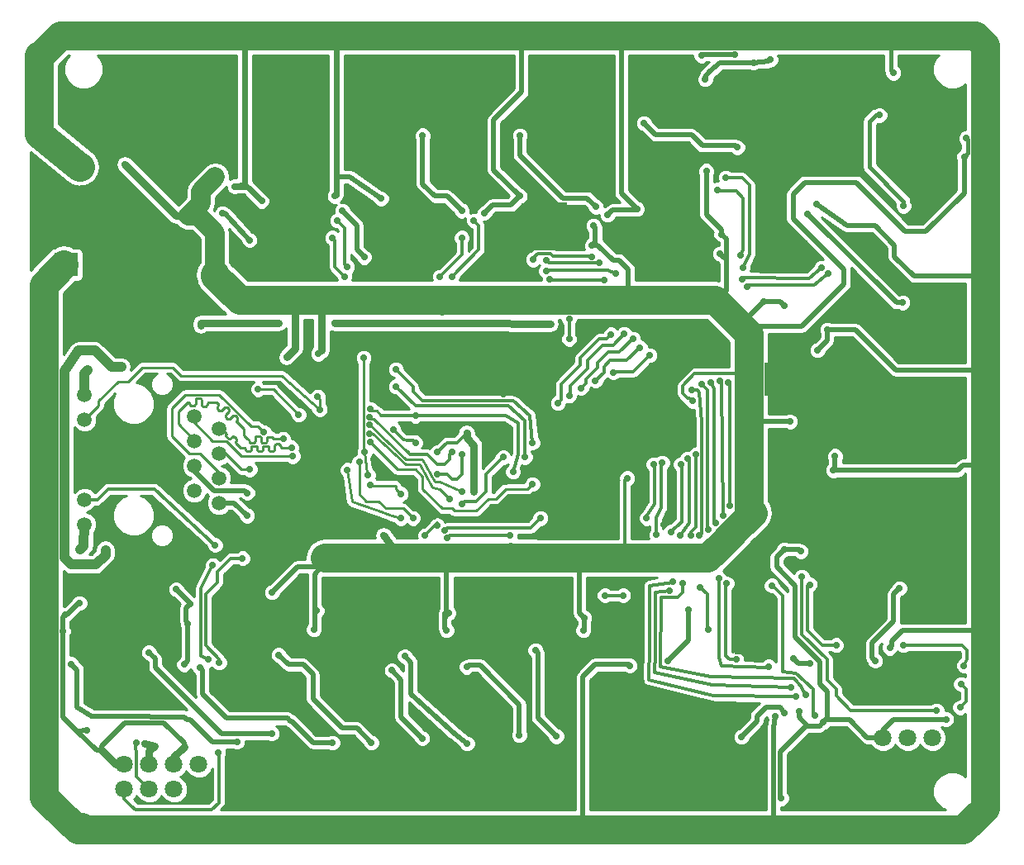
<source format=gbr>
G04 #@! TF.FileFunction,Copper,L2,Bot,Signal*
%FSLAX46Y46*%
G04 Gerber Fmt 4.6, Leading zero omitted, Abs format (unit mm)*
G04 Created by KiCad (PCBNEW 4.0.7) date 11/21/18 10:10:23*
%MOMM*%
%LPD*%
G01*
G04 APERTURE LIST*
%ADD10C,0.050000*%
%ADD11R,3.000000X3.000000*%
%ADD12C,0.300000*%
%ADD13R,3.400000X5.000000*%
%ADD14R,5.000000X3.400000*%
%ADD15C,0.600000*%
%ADD16R,2.499360X2.499360*%
%ADD17C,1.500000*%
%ADD18C,2.500000*%
%ADD19R,2.400000X2.400000*%
%ADD20C,2.400000*%
%ADD21C,1.800000*%
%ADD22C,2.000000*%
%ADD23C,0.700000*%
%ADD24C,0.500000*%
%ADD25C,2.000000*%
%ADD26C,0.250000*%
%ADD27C,0.450000*%
%ADD28C,0.600000*%
%ADD29C,3.000000*%
%ADD30C,0.300000*%
%ADD31C,0.800000*%
%ADD32C,1.000000*%
%ADD33C,0.254000*%
G04 APERTURE END LIST*
D10*
D11*
X152750000Y-75000000D03*
D12*
X152750000Y-77200000D03*
X151650000Y-77200000D03*
X153850000Y-77200000D03*
X153850000Y-72800000D03*
X151650000Y-72800000D03*
X152750000Y-72800000D03*
X152750000Y-73900000D03*
X151650000Y-73900000D03*
X153850000Y-73900000D03*
X153850000Y-76100000D03*
X151650000Y-76100000D03*
X152750000Y-76100000D03*
D13*
X152750000Y-75000000D03*
D12*
X152750000Y-75000000D03*
X151650000Y-75000000D03*
X153850000Y-75000000D03*
D11*
X113250000Y-74500000D03*
D12*
X113250000Y-76700000D03*
X112150000Y-76700000D03*
X114350000Y-76700000D03*
X114350000Y-72300000D03*
X112150000Y-72300000D03*
X113250000Y-72300000D03*
X113250000Y-73400000D03*
X112150000Y-73400000D03*
X114350000Y-73400000D03*
X114350000Y-75600000D03*
X112150000Y-75600000D03*
X113250000Y-75600000D03*
D13*
X113250000Y-74500000D03*
D12*
X113250000Y-74500000D03*
X112150000Y-74500000D03*
X114350000Y-74500000D03*
D11*
X139800000Y-74100000D03*
D12*
X139800000Y-76300000D03*
X138700000Y-76300000D03*
X140900000Y-76300000D03*
X140900000Y-71900000D03*
X138700000Y-71900000D03*
X139800000Y-71900000D03*
X139800000Y-73000000D03*
X138700000Y-73000000D03*
X140900000Y-73000000D03*
X140900000Y-75200000D03*
X138700000Y-75200000D03*
X139800000Y-75200000D03*
D13*
X139800000Y-74100000D03*
D12*
X139800000Y-74100000D03*
X138700000Y-74100000D03*
X140900000Y-74100000D03*
D11*
X126000000Y-74500000D03*
D12*
X126000000Y-76700000D03*
X124900000Y-76700000D03*
X127100000Y-76700000D03*
X127100000Y-72300000D03*
X124900000Y-72300000D03*
X126000000Y-72300000D03*
X126000000Y-73400000D03*
X124900000Y-73400000D03*
X127100000Y-73400000D03*
X127100000Y-75600000D03*
X124900000Y-75600000D03*
X126000000Y-75600000D03*
D13*
X126000000Y-74500000D03*
D12*
X126000000Y-74500000D03*
X124900000Y-74500000D03*
X127100000Y-74500000D03*
D11*
X164250000Y-89750000D03*
D12*
X162050000Y-89750000D03*
X162050000Y-88650000D03*
X162050000Y-90850000D03*
X166450000Y-90850000D03*
X166450000Y-88650000D03*
X166450000Y-89750000D03*
X165350000Y-89750000D03*
X165350000Y-88650000D03*
X165350000Y-90850000D03*
X163150000Y-90850000D03*
X163150000Y-88650000D03*
X163150000Y-89750000D03*
D14*
X164250000Y-89750000D03*
D12*
X164250000Y-89750000D03*
X164250000Y-88650000D03*
X164250000Y-90850000D03*
D11*
X163750000Y-77250000D03*
D12*
X161550000Y-77250000D03*
X161550000Y-76150000D03*
X161550000Y-78350000D03*
X165950000Y-78350000D03*
X165950000Y-76150000D03*
X165950000Y-77250000D03*
X164850000Y-77250000D03*
X164850000Y-76150000D03*
X164850000Y-78350000D03*
X162650000Y-78350000D03*
X162650000Y-76150000D03*
X162650000Y-77250000D03*
D14*
X163750000Y-77250000D03*
D12*
X163750000Y-77250000D03*
X163750000Y-76150000D03*
X163750000Y-78350000D03*
D11*
X178000000Y-65000000D03*
D12*
X178000000Y-67200000D03*
X176900000Y-67200000D03*
X179100000Y-67200000D03*
X179100000Y-62800000D03*
X176900000Y-62800000D03*
X178000000Y-62800000D03*
X178000000Y-63900000D03*
X176900000Y-63900000D03*
X179100000Y-63900000D03*
X179100000Y-66100000D03*
X176900000Y-66100000D03*
X178000000Y-66100000D03*
D13*
X178000000Y-65000000D03*
D12*
X178000000Y-65000000D03*
X176900000Y-65000000D03*
X179100000Y-65000000D03*
D11*
X161000000Y-61500000D03*
D12*
X163200000Y-61500000D03*
X163200000Y-62600000D03*
X163200000Y-60400000D03*
X158800000Y-60400000D03*
X158800000Y-62600000D03*
X158800000Y-61500000D03*
X159900000Y-61500000D03*
X159900000Y-62600000D03*
X159900000Y-60400000D03*
X162100000Y-60400000D03*
X162100000Y-62600000D03*
X162100000Y-61500000D03*
D14*
X161000000Y-61500000D03*
D12*
X161000000Y-61500000D03*
X161000000Y-62600000D03*
X161000000Y-60400000D03*
D11*
X147600000Y-115800000D03*
D12*
X147600000Y-113600000D03*
X148700000Y-113600000D03*
X146500000Y-113600000D03*
X146500000Y-118000000D03*
X148700000Y-118000000D03*
X147600000Y-118000000D03*
X147600000Y-116900000D03*
X148700000Y-116900000D03*
X146500000Y-116900000D03*
X146500000Y-114700000D03*
X148700000Y-114700000D03*
X147600000Y-114700000D03*
D13*
X147600000Y-115800000D03*
D12*
X147600000Y-115800000D03*
X148700000Y-115800000D03*
X146500000Y-115800000D03*
D11*
X160400000Y-115500000D03*
D12*
X160400000Y-113300000D03*
X161500000Y-113300000D03*
X159300000Y-113300000D03*
X159300000Y-117700000D03*
X161500000Y-117700000D03*
X160400000Y-117700000D03*
X160400000Y-116600000D03*
X161500000Y-116600000D03*
X159300000Y-116600000D03*
X159300000Y-114400000D03*
X161500000Y-114400000D03*
X160400000Y-114400000D03*
D13*
X160400000Y-115500000D03*
D12*
X160400000Y-115500000D03*
X161500000Y-115500000D03*
X159300000Y-115500000D03*
D11*
X177500000Y-120300000D03*
D12*
X177500000Y-122500000D03*
X176400000Y-122500000D03*
X178600000Y-122500000D03*
X178600000Y-118100000D03*
X176400000Y-118100000D03*
X177500000Y-118100000D03*
X177500000Y-119200000D03*
X176400000Y-119200000D03*
X178600000Y-119200000D03*
X178600000Y-121400000D03*
X176400000Y-121400000D03*
X177500000Y-121400000D03*
D13*
X177500000Y-120300000D03*
D12*
X177500000Y-120300000D03*
X176400000Y-120300000D03*
X178600000Y-120300000D03*
D11*
X165400000Y-102800000D03*
D12*
X163200000Y-102800000D03*
X163200000Y-101700000D03*
X163200000Y-103900000D03*
X167600000Y-103900000D03*
X167600000Y-101700000D03*
X167600000Y-102800000D03*
X166500000Y-102800000D03*
X166500000Y-101700000D03*
X166500000Y-103900000D03*
X164300000Y-103900000D03*
X164300000Y-101700000D03*
X164300000Y-102800000D03*
D14*
X165400000Y-102800000D03*
D12*
X165400000Y-102800000D03*
X165400000Y-101700000D03*
X165400000Y-103900000D03*
D11*
X107100000Y-114800000D03*
D12*
X107100000Y-112600000D03*
X108200000Y-112600000D03*
X106000000Y-112600000D03*
X106000000Y-117000000D03*
X108200000Y-117000000D03*
X107100000Y-117000000D03*
X107100000Y-115900000D03*
X108200000Y-115900000D03*
X106000000Y-115900000D03*
X106000000Y-113700000D03*
X108200000Y-113700000D03*
X107100000Y-113700000D03*
D13*
X107100000Y-114800000D03*
D12*
X107100000Y-114800000D03*
X108200000Y-114800000D03*
X106000000Y-114800000D03*
D11*
X120300000Y-115300000D03*
D12*
X120300000Y-113100000D03*
X121400000Y-113100000D03*
X119200000Y-113100000D03*
X119200000Y-117500000D03*
X121400000Y-117500000D03*
X120300000Y-117500000D03*
X120300000Y-116400000D03*
X121400000Y-116400000D03*
X119200000Y-116400000D03*
X119200000Y-114200000D03*
X121400000Y-114200000D03*
X120300000Y-114200000D03*
D13*
X120300000Y-115300000D03*
D12*
X120300000Y-115300000D03*
X121400000Y-115300000D03*
X119200000Y-115300000D03*
D11*
X133600000Y-115500000D03*
D12*
X133600000Y-113300000D03*
X134700000Y-113300000D03*
X132500000Y-113300000D03*
X132500000Y-117700000D03*
X134700000Y-117700000D03*
X133600000Y-117700000D03*
X133600000Y-116600000D03*
X134700000Y-116600000D03*
X132500000Y-116600000D03*
X132500000Y-114400000D03*
X134700000Y-114400000D03*
X133600000Y-114400000D03*
D13*
X133600000Y-115500000D03*
D12*
X133600000Y-115500000D03*
X134700000Y-115500000D03*
X132500000Y-115500000D03*
D15*
X117000000Y-96000000D03*
X117762000Y-95238000D03*
X116238000Y-95238000D03*
X117762000Y-96762000D03*
X116238000Y-96762000D03*
D16*
X117000000Y-96000000D03*
D17*
X92100000Y-91375000D03*
X92100000Y-93915000D03*
X92100000Y-102085000D03*
X92100000Y-104625000D03*
X103350000Y-93560000D03*
X103350000Y-98630000D03*
X103350000Y-96100000D03*
X103350000Y-101170000D03*
X105890000Y-94820000D03*
X105890000Y-99900000D03*
X105890000Y-97360000D03*
X105890000Y-102440000D03*
D18*
X91660000Y-62970000D03*
X91660000Y-67970000D03*
D19*
X90250000Y-78000000D03*
D20*
X95250000Y-78000000D03*
D21*
X173900000Y-126500000D03*
X176440000Y-126500000D03*
X181509840Y-126500000D03*
X178969840Y-126500000D03*
X98730000Y-129230000D03*
X96190000Y-129230000D03*
X101270000Y-129230000D03*
X103810000Y-129230000D03*
X103810000Y-131770000D03*
X101270000Y-131770000D03*
X96190000Y-131770000D03*
X98730000Y-131770000D03*
D11*
X94250000Y-115750000D03*
D12*
X94250000Y-113550000D03*
X95350000Y-113550000D03*
X93150000Y-113550000D03*
X93150000Y-117950000D03*
X95350000Y-117950000D03*
X94250000Y-117950000D03*
X94250000Y-116850000D03*
X95350000Y-116850000D03*
X93150000Y-116850000D03*
X93150000Y-114650000D03*
X95350000Y-114650000D03*
X94250000Y-114650000D03*
D13*
X94250000Y-115750000D03*
D12*
X94250000Y-115750000D03*
X95350000Y-115750000D03*
X93150000Y-115750000D03*
D22*
X102750000Y-73000000D03*
X102750000Y-75500000D03*
D23*
X128900000Y-87750000D03*
X136250000Y-85350000D03*
X143250000Y-85700000D03*
X154400000Y-96100000D03*
X152100000Y-94900000D03*
X152200000Y-100000000D03*
X151400000Y-104700000D03*
X149300000Y-101600000D03*
X125250000Y-100000000D03*
X127300000Y-96000000D03*
X135000000Y-91250000D03*
X135250000Y-94750000D03*
X135250000Y-100250000D03*
X140750000Y-100750000D03*
X147000000Y-93750000D03*
X100250000Y-64250000D03*
X125250000Y-94750000D03*
X116200000Y-101350000D03*
X96160000Y-86530000D03*
X116000000Y-91550000D03*
X116200000Y-92850000D03*
X126750000Y-64750000D03*
X130750000Y-72500000D03*
X159400000Y-126400000D03*
X163800000Y-124000000D03*
X136700000Y-64800000D03*
X144500000Y-72100000D03*
X155300000Y-56600000D03*
X158700000Y-56500000D03*
X149400000Y-63500000D03*
X159000000Y-66000000D03*
X176020000Y-72000000D03*
X173560000Y-62700000D03*
X175900000Y-81900000D03*
X166200000Y-72800000D03*
X175600000Y-111200000D03*
X173100000Y-118600000D03*
X112450000Y-95850000D03*
X113450000Y-97650000D03*
X115000000Y-135500000D03*
X133900000Y-135350000D03*
X133100000Y-72700000D03*
X136700000Y-71000000D03*
X145700000Y-72900000D03*
X148700000Y-72300000D03*
X165900000Y-55100000D03*
X167100000Y-71800000D03*
X168200000Y-84700000D03*
X167200000Y-86800000D03*
X169000000Y-97600000D03*
X168800000Y-99100000D03*
X174600000Y-117300000D03*
X154000000Y-113400000D03*
X151900000Y-118650000D03*
X147950000Y-119100000D03*
X124450000Y-135300000D03*
X89100000Y-119150000D03*
X166400000Y-118900000D03*
X164700000Y-118400000D03*
X162900000Y-124300000D03*
X122500000Y-71250000D03*
X110250000Y-71500000D03*
X107500000Y-70000000D03*
X117750000Y-71000000D03*
X174960000Y-58360000D03*
X127000000Y-105750000D03*
X105500000Y-106750000D03*
X130750000Y-102500000D03*
X135000000Y-97750000D03*
X128250000Y-104750000D03*
X106250000Y-72750000D03*
X109000000Y-75500000D03*
X136650000Y-126250000D03*
X131250000Y-119250000D03*
X140450000Y-126350000D03*
X138300000Y-117550000D03*
X141750000Y-83600000D03*
X141750000Y-85650000D03*
X139850000Y-84100000D03*
X104000000Y-84250000D03*
X112000000Y-84000000D03*
X117750000Y-84000000D03*
X94250000Y-107250000D03*
X95890000Y-88490000D03*
X153400000Y-110700000D03*
X154200000Y-105800000D03*
X154700000Y-97500000D03*
X166000000Y-122100000D03*
X118500000Y-72500000D03*
X120750000Y-77250000D03*
X114050000Y-93400000D03*
X109900000Y-90800000D03*
X109050000Y-99000000D03*
X108800000Y-101400000D03*
X166900000Y-124200000D03*
X156300000Y-90100000D03*
X156800000Y-104500000D03*
X162500000Y-110900000D03*
X154300000Y-90900000D03*
X155100000Y-105800000D03*
X162200000Y-119200000D03*
X157100000Y-110200000D03*
X157900000Y-110700000D03*
X156000000Y-105200000D03*
X155300000Y-90300000D03*
X158900000Y-118500000D03*
X105250000Y-108800000D03*
X104750000Y-118500000D03*
X105800000Y-128000000D03*
X105900000Y-118800000D03*
X108300000Y-108100000D03*
X165000000Y-122300000D03*
X153100000Y-105800000D03*
X152400000Y-110500000D03*
X153900000Y-97900000D03*
X152000000Y-111400000D03*
X152200000Y-105400000D03*
X153200000Y-98500000D03*
X164500000Y-121300000D03*
X126700000Y-126550000D03*
X123600000Y-119600000D03*
X131300000Y-127100000D03*
X124900000Y-118150000D03*
X117500000Y-127000000D03*
X103900000Y-119300000D03*
X112000000Y-118000000D03*
X121500000Y-127000000D03*
X108750000Y-103750000D03*
X124500000Y-101500000D03*
X130750000Y-97500000D03*
X128250000Y-99500000D03*
X121380000Y-100630000D03*
X130750000Y-101250000D03*
X121300000Y-94450000D03*
X125750000Y-104000000D03*
X120250000Y-98250000D03*
X119050000Y-99050000D03*
X124500000Y-104000000D03*
X126000000Y-93500000D03*
X136000000Y-99250000D03*
X121400000Y-92800000D03*
X124000000Y-90500000D03*
X137250000Y-97750000D03*
X124000000Y-88750000D03*
X138000000Y-96250000D03*
X91694000Y-107188000D03*
X92430000Y-88810000D03*
X159300000Y-77050000D03*
X156950000Y-70350000D03*
X168250000Y-78900000D03*
X159950000Y-80300000D03*
X147400000Y-85100000D03*
X141750000Y-91450000D03*
X167600000Y-78350000D03*
X159475000Y-79475000D03*
X146050000Y-85150000D03*
X140600000Y-92200000D03*
X157800000Y-69100000D03*
X159550000Y-78350000D03*
X149000000Y-86500000D03*
X144450000Y-89900000D03*
X150000000Y-87300000D03*
X146300000Y-89050000D03*
X132000000Y-73500000D03*
X129750000Y-79250000D03*
X130750000Y-75250000D03*
X128500000Y-79250000D03*
X118750000Y-79250000D03*
X117500000Y-75250000D03*
X118000000Y-73500000D03*
X119000000Y-78250000D03*
X138050000Y-77500000D03*
X144050000Y-77200000D03*
X146550000Y-78900000D03*
X139400000Y-78650000D03*
X144800000Y-77800000D03*
X139400000Y-77550000D03*
X139750000Y-79550000D03*
X145300000Y-79600000D03*
X148300000Y-85600000D03*
X143000000Y-90650000D03*
X110500000Y-95200000D03*
X113300000Y-96750000D03*
X147700000Y-99900000D03*
X155800000Y-68400000D03*
X155700000Y-59000000D03*
X162400000Y-57000000D03*
X160700000Y-57300000D03*
X163800000Y-82200000D03*
X161700000Y-81800000D03*
X164400000Y-94100000D03*
X161400000Y-94100000D03*
X165500000Y-107400000D03*
X92300000Y-125750000D03*
X102300000Y-127400000D03*
X93900000Y-127800000D03*
X134850000Y-107050000D03*
X144250000Y-74000000D03*
X144100000Y-76050000D03*
X128750000Y-82700000D03*
X130000000Y-80800000D03*
X157200000Y-76900000D03*
X157350000Y-74900000D03*
X144500000Y-80750000D03*
X161400000Y-103600000D03*
X163800000Y-107200000D03*
X154400000Y-92000000D03*
X101500000Y-111300000D03*
X91600000Y-112700000D03*
X89900000Y-115600000D03*
X90100000Y-113900000D03*
X102300000Y-119000000D03*
X102700000Y-114800000D03*
X102900000Y-112800000D03*
X111300000Y-111600000D03*
X115600000Y-115400000D03*
X115900000Y-113500000D03*
X143200000Y-115500000D03*
X143300000Y-114200000D03*
X129200000Y-115500000D03*
X129400000Y-113700000D03*
X180400000Y-124600000D03*
X167800000Y-124900000D03*
X163500000Y-132700000D03*
X165300000Y-123800000D03*
X155200000Y-111100000D03*
X156000000Y-115400000D03*
X155960000Y-108080000D03*
X135800000Y-106900000D03*
X122750000Y-105750000D03*
X140000000Y-107250000D03*
X128250000Y-97250000D03*
X131750000Y-107250000D03*
X132000000Y-101250000D03*
X131250000Y-95250000D03*
X120000000Y-82500000D03*
X133000000Y-82500000D03*
X117750000Y-80750000D03*
X96250000Y-67750000D03*
X105500000Y-69000000D03*
X182450000Y-65040000D03*
X182220000Y-66940000D03*
X112800000Y-87500000D03*
X121158000Y-99568000D03*
X120800000Y-97250000D03*
X120700000Y-87575000D03*
X116050000Y-87150000D03*
X106170000Y-81140000D03*
X98300000Y-127100000D03*
X97400000Y-127000000D03*
X98700000Y-117750000D03*
X111300000Y-126050000D03*
X107750000Y-126900000D03*
X90750000Y-118950000D03*
X129500000Y-102000000D03*
X121300000Y-95350000D03*
X126000000Y-96250000D03*
X123750000Y-94900000D03*
X138000000Y-100500000D03*
X121390333Y-96220364D03*
X129250000Y-106000000D03*
X135700000Y-105800000D03*
X129000000Y-105250000D03*
X138800000Y-104000000D03*
X129750000Y-97250000D03*
X121300000Y-93650000D03*
X179400000Y-123700000D03*
X181800000Y-123400000D03*
X181900000Y-121000000D03*
X165600000Y-110000000D03*
X158200000Y-102700000D03*
X158000000Y-90100000D03*
X169100000Y-117000000D03*
X176000000Y-117000000D03*
X182200000Y-119100000D03*
X166400000Y-110800000D03*
X157500000Y-103700000D03*
X157200000Y-89900000D03*
X150700000Y-105700000D03*
X151300000Y-98300000D03*
X149700000Y-104000000D03*
X150400000Y-98500000D03*
X145400000Y-111900000D03*
X147300000Y-111900000D03*
D24*
X120500000Y-115100000D02*
X120300000Y-115300000D01*
X119100000Y-117800000D02*
X120300000Y-115300000D01*
X120000000Y-115000000D02*
X120300000Y-115300000D01*
D25*
X102750000Y-75500000D02*
X98500000Y-75500000D01*
X98500000Y-75500000D02*
X96000000Y-78000000D01*
D26*
X125250000Y-94750000D02*
X125350000Y-94850000D01*
X116200000Y-92850000D02*
X116200000Y-91750000D01*
X116200000Y-91750000D02*
X116000000Y-91550000D01*
X93550000Y-92465000D02*
X92100000Y-93915000D01*
X93550000Y-92000000D02*
X93550000Y-92465000D01*
X95550000Y-90000000D02*
X93550000Y-92000000D01*
X96600000Y-90000000D02*
X95550000Y-90000000D01*
X98050000Y-88550000D02*
X96600000Y-90000000D01*
X101150000Y-88550000D02*
X98050000Y-88550000D01*
X102000000Y-89400000D02*
X101150000Y-88550000D01*
X112350000Y-89400000D02*
X102000000Y-89400000D01*
X116200000Y-92850000D02*
X112350000Y-89400000D01*
D24*
X126750000Y-69750000D02*
X126750000Y-64750000D01*
X128000000Y-71000000D02*
X126750000Y-69750000D01*
X129250000Y-71000000D02*
X128000000Y-71000000D01*
X130750000Y-72500000D02*
X129250000Y-71000000D01*
X161000000Y-124800000D02*
X159400000Y-126400000D01*
X161000000Y-124300000D02*
X161000000Y-124800000D01*
X161900000Y-123400000D02*
X161000000Y-124300000D01*
X163800000Y-124000000D02*
X163400000Y-123400000D01*
X163400000Y-123400000D02*
X161900000Y-123400000D01*
X136700000Y-66800000D02*
X136700000Y-64800000D01*
X141100000Y-71200000D02*
X136700000Y-66800000D01*
X143600000Y-71200000D02*
X141100000Y-71200000D01*
X144500000Y-72100000D02*
X143600000Y-71200000D01*
X158700000Y-56500000D02*
X155400000Y-56500000D01*
X155400000Y-56500000D02*
X155300000Y-56600000D01*
X150600000Y-64700000D02*
X149400000Y-63500000D01*
X154300000Y-64700000D02*
X150600000Y-64700000D01*
X155400000Y-65800000D02*
X154300000Y-64700000D01*
X158800000Y-65800000D02*
X155400000Y-65800000D01*
X159000000Y-66000000D02*
X158800000Y-65800000D01*
D27*
X173560000Y-62700000D02*
X173170000Y-62700000D01*
X176020000Y-71530000D02*
X176020000Y-72000000D01*
X172500000Y-68010000D02*
X176020000Y-71530000D01*
X172500000Y-63370000D02*
X172500000Y-68010000D01*
X173170000Y-62700000D02*
X172500000Y-63370000D01*
D24*
X175300000Y-81900000D02*
X175900000Y-81900000D01*
X166200000Y-72800000D02*
X175300000Y-81900000D01*
X175000000Y-111800000D02*
X175600000Y-111200000D01*
X175000000Y-114600000D02*
X175000000Y-111800000D01*
X172800000Y-116800000D02*
X175000000Y-114600000D01*
X172800000Y-118300000D02*
X172800000Y-116800000D01*
X173100000Y-118600000D02*
X172800000Y-118300000D01*
D26*
X103350000Y-96100000D02*
X103350000Y-96000000D01*
X106140937Y-92979940D02*
X106180329Y-92948527D01*
X107685804Y-94042622D02*
X107685804Y-94081810D01*
X102700000Y-92100000D02*
X102738941Y-92104387D01*
X104075000Y-92325000D02*
X104080641Y-92375067D01*
X103350000Y-96000000D02*
X101700000Y-94350000D01*
X107711526Y-94155322D02*
X107735960Y-94185960D01*
X105996038Y-93013013D02*
X106046422Y-93013013D01*
X109587378Y-95670765D02*
X109602271Y-95647064D01*
X110775000Y-95750000D02*
X110777507Y-95727748D01*
X102974070Y-92432669D02*
X103011058Y-92445612D01*
X103050000Y-92450000D02*
X103300000Y-92450000D01*
X101700000Y-94350000D02*
X101700000Y-93100000D01*
X104031366Y-91775303D02*
X104055193Y-91813224D01*
X101700000Y-93100000D02*
X102700000Y-92100000D01*
X106180329Y-92948527D02*
X106463171Y-92665684D01*
X102738941Y-92104387D02*
X102775929Y-92117330D01*
X106937589Y-92985796D02*
X106928870Y-93024002D01*
X108847623Y-95872282D02*
X108890285Y-95899087D01*
X111365096Y-95706612D02*
X111372492Y-95727748D01*
X105809339Y-92290851D02*
X105820551Y-92339972D01*
X102775929Y-92117330D02*
X102809110Y-92138179D01*
X110796816Y-95687652D02*
X110812651Y-95671817D01*
X110831611Y-95659904D02*
X110852747Y-95652508D01*
X106750047Y-93828466D02*
X106795442Y-93850327D01*
X103550302Y-91743634D02*
X103588223Y-91719807D01*
X102809110Y-92138179D02*
X102836820Y-92165889D01*
X104697282Y-92227376D02*
X104724087Y-92184714D01*
X105691578Y-92658170D02*
X105691578Y-92708554D01*
X102836820Y-92165889D02*
X102857669Y-92199070D01*
X106463171Y-92665684D02*
X106493808Y-92641250D01*
X102857669Y-92199070D02*
X102870612Y-92236058D01*
X104590285Y-92500912D02*
X104625912Y-92465285D01*
X106573177Y-93651595D02*
X106604590Y-93690987D01*
X105756065Y-92842461D02*
X105862131Y-92948527D01*
X102879387Y-92313941D02*
X102892330Y-92350929D01*
X104669358Y-92375067D02*
X104680641Y-92274932D01*
X102870612Y-92236058D02*
X102879387Y-92313941D01*
X106095542Y-93001801D02*
X106140937Y-92979940D01*
X102913179Y-92384110D02*
X102940889Y-92411820D01*
X103436820Y-92384110D02*
X103457669Y-92350929D01*
X102892330Y-92350929D02*
X102913179Y-92384110D01*
X103875000Y-91700000D02*
X103919504Y-91705015D01*
X109525912Y-96215285D02*
X109552717Y-96172623D01*
X104249932Y-92544358D02*
X104300000Y-92550000D01*
X109350000Y-96300000D02*
X109400067Y-96294358D01*
X102940889Y-92411820D02*
X102974070Y-92432669D01*
X103470612Y-92313941D02*
X103475000Y-92275000D01*
X103011058Y-92445612D02*
X103050000Y-92450000D01*
X106604590Y-93372789D02*
X106573177Y-93412180D01*
X104450000Y-92550000D02*
X104500067Y-92544358D01*
X103300000Y-92450000D02*
X103338941Y-92445612D01*
X103338941Y-92445612D02*
X103375929Y-92432669D01*
X103375929Y-92432669D02*
X103409110Y-92411820D01*
X104802376Y-92122282D02*
X104849932Y-92105641D01*
X107777396Y-93756930D02*
X107786115Y-93795134D01*
X104124087Y-92465285D02*
X104159714Y-92500912D01*
X103518633Y-91775303D02*
X103550302Y-91743634D01*
X104055193Y-91813224D02*
X104069985Y-91855496D01*
X103409110Y-92411820D02*
X103436820Y-92384110D01*
X104080641Y-92375067D02*
X104097282Y-92422623D01*
X105862131Y-92948527D02*
X105901522Y-92979940D01*
X110175000Y-95725000D02*
X110175000Y-96075000D01*
X103475000Y-91900000D02*
X103480014Y-91855496D01*
X108969358Y-96024932D02*
X108980641Y-96125067D01*
X103480014Y-91855496D02*
X103494806Y-91813224D01*
X103457669Y-92350929D02*
X103470612Y-92313941D01*
X106710656Y-93797053D02*
X106750047Y-93828466D01*
X106937589Y-92946608D02*
X106937589Y-92985796D01*
X105691578Y-92708554D02*
X105702790Y-92757674D01*
X110550000Y-96300000D02*
X110600067Y-96294358D01*
X103475000Y-92275000D02*
X103475000Y-91900000D01*
X103919504Y-91705015D02*
X103961776Y-91719807D01*
X106887433Y-93089946D02*
X106604590Y-93372789D01*
X103494806Y-91813224D02*
X103518633Y-91775303D01*
X104680641Y-92274932D02*
X104697282Y-92227376D01*
X104724087Y-92184714D02*
X104759714Y-92149087D01*
X103588223Y-91719807D02*
X103630495Y-91705015D01*
X109102376Y-96277717D02*
X109149932Y-96294358D01*
X103630495Y-91705015D02*
X103675000Y-91700000D01*
X111337348Y-95671817D02*
X111353183Y-95687652D01*
X103675000Y-91700000D02*
X103875000Y-91700000D01*
X109578134Y-95697185D02*
X109587378Y-95670765D01*
X105756065Y-92206065D02*
X105787478Y-92245456D01*
X111452747Y-95847493D02*
X111475000Y-95850000D01*
X103961776Y-91719807D02*
X103999697Y-91743634D01*
X108952717Y-95977376D02*
X108969358Y-96024932D01*
X104547623Y-92527717D02*
X104590285Y-92500912D01*
X109645764Y-95612379D02*
X109672184Y-95603135D01*
X103999697Y-91743634D02*
X104031366Y-91775303D01*
X106540104Y-93506696D02*
X106540104Y-93557080D01*
X104069985Y-91855496D02*
X104075000Y-91900000D01*
X104075000Y-91900000D02*
X104075000Y-92325000D01*
X104097282Y-92422623D02*
X104124087Y-92465285D01*
X107559183Y-93514208D02*
X107735959Y-93690984D01*
X104159714Y-92500912D02*
X104202376Y-92527717D01*
X107311697Y-93514210D02*
X107342334Y-93489776D01*
X104202376Y-92527717D02*
X104249932Y-92544358D01*
X104300000Y-92550000D02*
X104450000Y-92550000D01*
X106887433Y-92842458D02*
X106911867Y-92873097D01*
X104652717Y-92422623D02*
X104669358Y-92375067D01*
X104500067Y-92544358D02*
X104547623Y-92527717D01*
X104625912Y-92465285D02*
X104652717Y-92422623D01*
X105650000Y-92100000D02*
X105756065Y-92206065D01*
X104759714Y-92149087D02*
X104802376Y-92122282D01*
X106795442Y-93850327D02*
X106844563Y-93861539D01*
X106928870Y-93024002D02*
X106911866Y-93059307D01*
X106551316Y-93457575D02*
X106540104Y-93506696D01*
X104849932Y-92105641D02*
X104900000Y-92100000D01*
X104900000Y-92100000D02*
X105650000Y-92100000D01*
X106493808Y-92641250D02*
X106529115Y-92624247D01*
X107735959Y-93690984D02*
X107760393Y-93721623D01*
X105787478Y-92245456D02*
X105809339Y-92290851D01*
X109552717Y-96172623D02*
X109569358Y-96125067D01*
X105820551Y-92339972D02*
X105820551Y-92390356D01*
X105820551Y-92390356D02*
X105809339Y-92439476D01*
X110769358Y-96125067D02*
X110775000Y-96075000D01*
X105809339Y-92439476D02*
X105787478Y-92484871D01*
X111353183Y-95687652D02*
X111365096Y-95706612D01*
X106540104Y-93557080D02*
X106551316Y-93606200D01*
X105787478Y-92484871D02*
X105724651Y-92563654D01*
X108750000Y-95850000D02*
X108800067Y-95855641D01*
X109490285Y-96250912D02*
X109525912Y-96215285D01*
X107342334Y-93489776D02*
X107377641Y-93472773D01*
X107528544Y-93489775D02*
X107559183Y-93514208D01*
X105724651Y-92563654D02*
X105702790Y-92609049D01*
X110647623Y-96277717D02*
X110690285Y-96250912D01*
X105702790Y-92609049D02*
X105691578Y-92658170D01*
X105702790Y-92757674D02*
X105724651Y-92803069D01*
X110784903Y-95706612D02*
X110796816Y-95687652D01*
X105724651Y-92803069D02*
X105756065Y-92842461D01*
X108800067Y-95855641D02*
X108847623Y-95872282D01*
X106644713Y-92624247D02*
X106680018Y-92641249D01*
X105901522Y-92979940D02*
X105946917Y-93001801D01*
X108890285Y-95899087D02*
X108925912Y-95934714D01*
X107493239Y-93472773D02*
X107528544Y-93489775D01*
X107777396Y-93872528D02*
X107760392Y-93907833D01*
X105946917Y-93001801D02*
X105996038Y-93013013D01*
X106046422Y-93013013D02*
X106095542Y-93001801D01*
X108400000Y-94850000D02*
X108400000Y-95500000D01*
X106529115Y-92624247D02*
X106567319Y-92615526D01*
X106567319Y-92615526D02*
X106606507Y-92615526D01*
X109059714Y-96250912D02*
X109102376Y-96277717D01*
X106606507Y-92615526D02*
X106644713Y-92624247D01*
X106680018Y-92641249D02*
X106710657Y-92665682D01*
X106551316Y-93606200D02*
X106573177Y-93651595D01*
X111318388Y-95659904D02*
X111337348Y-95671817D01*
X106710657Y-92665682D02*
X106887433Y-92842458D01*
X106911867Y-92873097D02*
X106928870Y-92908404D01*
X106928870Y-92908404D02*
X106937589Y-92946608D01*
X107685804Y-94081810D02*
X107694523Y-94120014D01*
X107415845Y-93464052D02*
X107455033Y-93464052D01*
X106911866Y-93059307D02*
X106887433Y-93089946D01*
X106573177Y-93412180D02*
X106551316Y-93457575D01*
X109569358Y-96125067D02*
X109575000Y-96075000D01*
X106604590Y-93690987D02*
X106710656Y-93797053D01*
X111396816Y-95812349D02*
X111412651Y-95828184D01*
X106844563Y-93861539D02*
X106894947Y-93861539D01*
X110104235Y-95612379D02*
X110127936Y-95627272D01*
X106894947Y-93861539D02*
X106944067Y-93850327D01*
X106944067Y-93850327D02*
X106989462Y-93828466D01*
X106989462Y-93828466D02*
X107028854Y-93797053D01*
X107028854Y-93797053D02*
X107311697Y-93514210D01*
X107377641Y-93472773D02*
X107415845Y-93464052D01*
X107455033Y-93464052D02*
X107493239Y-93472773D01*
X107760393Y-93721623D02*
X107777396Y-93756930D01*
X107786115Y-93795134D02*
X107786115Y-93834322D01*
X107786115Y-93834322D02*
X107777396Y-93872528D01*
X109200000Y-96300000D02*
X109350000Y-96300000D01*
X107760392Y-93907833D02*
X107711525Y-93969110D01*
X110077815Y-95603135D02*
X110104235Y-95612379D01*
X107711525Y-93969110D02*
X107694523Y-94004416D01*
X107694523Y-94004416D02*
X107685804Y-94042622D01*
X110752717Y-96172623D02*
X110769358Y-96125067D01*
X110875000Y-95650000D02*
X111275000Y-95650000D01*
X111475000Y-95850000D02*
X112169364Y-95850000D01*
X107694523Y-94120014D02*
X107711526Y-94155322D01*
X107735960Y-94185960D02*
X108400000Y-94850000D01*
X108400000Y-95500000D02*
X108750000Y-95850000D01*
X110127936Y-95627272D02*
X110147728Y-95647064D01*
X108925912Y-95934714D02*
X108952717Y-95977376D01*
X108980641Y-96125067D02*
X108997282Y-96172623D01*
X108997282Y-96172623D02*
X109024087Y-96215285D01*
X109400067Y-96294358D02*
X109447623Y-96277717D01*
X109024087Y-96215285D02*
X109059714Y-96250912D01*
X109149932Y-96294358D02*
X109200000Y-96300000D01*
X109447623Y-96277717D02*
X109490285Y-96250912D01*
X109575000Y-96075000D02*
X109575000Y-95725000D01*
X110259714Y-96250912D02*
X110302376Y-96277717D01*
X109575000Y-95725000D02*
X109578134Y-95697185D01*
X109602271Y-95647064D02*
X109622063Y-95627272D01*
X109622063Y-95627272D02*
X109645764Y-95612379D01*
X109672184Y-95603135D02*
X109700000Y-95600000D01*
X109700000Y-95600000D02*
X110050000Y-95600000D01*
X111297252Y-95652508D02*
X111318388Y-95659904D01*
X110050000Y-95600000D02*
X110077815Y-95603135D01*
X110147728Y-95647064D02*
X110162621Y-95670765D01*
X110162621Y-95670765D02*
X110171865Y-95697185D01*
X110171865Y-95697185D02*
X110175000Y-95725000D01*
X110180641Y-96125067D02*
X110197282Y-96172623D01*
X110175000Y-96075000D02*
X110180641Y-96125067D01*
X110197282Y-96172623D02*
X110224087Y-96215285D01*
X110777507Y-95727748D02*
X110784903Y-95706612D01*
X112169364Y-95850000D02*
X112450000Y-95850000D01*
X110224087Y-96215285D02*
X110259714Y-96250912D01*
X110302376Y-96277717D02*
X110349932Y-96294358D01*
X110349932Y-96294358D02*
X110400000Y-96300000D01*
X110400000Y-96300000D02*
X110550000Y-96300000D01*
X111372492Y-95727748D02*
X111377507Y-95772253D01*
X110600067Y-96294358D02*
X110647623Y-96277717D01*
X110690285Y-96250912D02*
X110725912Y-96215285D01*
X111431611Y-95840097D02*
X111452747Y-95847493D01*
X110725912Y-96215285D02*
X110752717Y-96172623D01*
X110775000Y-96075000D02*
X110775000Y-95750000D01*
X110812651Y-95671817D02*
X110831611Y-95659904D01*
X110852747Y-95652508D02*
X110875000Y-95650000D01*
X111377507Y-95772253D02*
X111384903Y-95793389D01*
X111384903Y-95793389D02*
X111396816Y-95812349D01*
X111275000Y-95650000D02*
X111297252Y-95652508D01*
X111412651Y-95828184D02*
X111431611Y-95840097D01*
X103350000Y-96100000D02*
X103350000Y-96700000D01*
X103350000Y-93560000D02*
X103350000Y-94200000D01*
X103350000Y-94200000D02*
X105250000Y-96100000D01*
X108200000Y-97650000D02*
X113450000Y-97650000D01*
X106650000Y-96100000D02*
X108200000Y-97650000D01*
X105250000Y-96100000D02*
X106650000Y-96100000D01*
D24*
X115150000Y-135650000D02*
X115150000Y-135930000D01*
X115000000Y-135500000D02*
X115150000Y-135650000D01*
X168200000Y-84700000D02*
X171100000Y-84700000D01*
X175200000Y-88800000D02*
X184400000Y-88800000D01*
X171100000Y-84700000D02*
X175200000Y-88800000D01*
X133900000Y-135350000D02*
X133900000Y-135930000D01*
X133900000Y-135930000D02*
X133900000Y-135400000D01*
X133900000Y-135400000D02*
X133900000Y-135930000D01*
X133100000Y-72700000D02*
X133900000Y-71900000D01*
X133900000Y-71900000D02*
X135800000Y-71900000D01*
X135800000Y-71900000D02*
X136700000Y-71000000D01*
X136900000Y-60300000D02*
X136900000Y-54510000D01*
X134000000Y-63200000D02*
X136900000Y-60300000D01*
X134000000Y-68300000D02*
X134000000Y-63200000D01*
X136700000Y-71000000D02*
X134000000Y-68300000D01*
X148600000Y-72400000D02*
X148700000Y-72300000D01*
X146200000Y-72400000D02*
X148600000Y-72400000D01*
X145700000Y-72900000D02*
X146200000Y-72400000D01*
X148700000Y-72300000D02*
X147100000Y-70700000D01*
X147100000Y-70700000D02*
X147100000Y-54510000D01*
X165900000Y-55100000D02*
X165900000Y-54510000D01*
X165900000Y-54510000D02*
X165900000Y-55100000D01*
X165900000Y-55100000D02*
X165900000Y-54510000D01*
X172400000Y-74000000D02*
X173100000Y-74000000D01*
X177100000Y-79200000D02*
X184400000Y-79200000D01*
X175100000Y-77200000D02*
X177100000Y-79200000D01*
X175100000Y-76000000D02*
X175100000Y-77200000D01*
X173100000Y-74000000D02*
X175100000Y-76000000D01*
X170200000Y-74000000D02*
X172400000Y-74000000D01*
X167100000Y-71800000D02*
X170200000Y-74000000D01*
X168200000Y-85800000D02*
X168200000Y-84700000D01*
X167200000Y-86800000D02*
X168200000Y-85800000D01*
X168800000Y-99100000D02*
X181600000Y-99100000D01*
X182100000Y-98600000D02*
X184400000Y-98600000D01*
X181600000Y-99100000D02*
X182100000Y-98600000D01*
X169000000Y-98900000D02*
X169000000Y-97600000D01*
X168800000Y-99100000D02*
X169000000Y-98900000D01*
X175900000Y-115500000D02*
X184400000Y-115500000D01*
X174800000Y-116600000D02*
X175900000Y-115500000D01*
X174800000Y-117100000D02*
X174800000Y-116600000D01*
X174600000Y-117300000D02*
X174800000Y-117100000D01*
X154000000Y-116550000D02*
X154000000Y-113400000D01*
X151900000Y-118650000D02*
X154000000Y-116550000D01*
X143200000Y-135600000D02*
X143200000Y-135930000D01*
X143200000Y-135880000D02*
X143200000Y-135600000D01*
X143150000Y-135930000D02*
X143200000Y-135880000D01*
X143150000Y-120250000D02*
X143150000Y-135930000D01*
X144400000Y-119000000D02*
X143150000Y-120250000D01*
X147850000Y-119000000D02*
X144400000Y-119000000D01*
X147950000Y-119100000D02*
X147850000Y-119000000D01*
X152350000Y-135600000D02*
X152350000Y-135930000D01*
X152350000Y-135930000D02*
X152350000Y-135600000D01*
X152350000Y-135600000D02*
X152350000Y-135930000D01*
X124450000Y-135300000D02*
X124450000Y-135930000D01*
X124450000Y-135930000D02*
X124450000Y-135300000D01*
X124450000Y-135300000D02*
X124450000Y-135930000D01*
X89000000Y-119250000D02*
X87910000Y-119250000D01*
X89100000Y-119150000D02*
X89000000Y-119250000D01*
X166400000Y-118900000D02*
X166500000Y-118900000D01*
X165200000Y-118900000D02*
X166500000Y-118900000D01*
X164700000Y-118400000D02*
X165200000Y-118900000D01*
X162700000Y-125500000D02*
X162700000Y-135930000D01*
X162900000Y-124300000D02*
X162700000Y-125500000D01*
X119250000Y-69000000D02*
X117900000Y-69000000D01*
X122500000Y-71250000D02*
X119250000Y-69000000D01*
D28*
X108750000Y-70000000D02*
X107500000Y-70000000D01*
X110250000Y-71500000D02*
X108750000Y-70000000D01*
X107500000Y-70000000D02*
X108500000Y-69750000D01*
X108500000Y-69750000D02*
X108500000Y-54510000D01*
X117750000Y-71000000D02*
X117900000Y-70850000D01*
X117900000Y-70850000D02*
X117900000Y-69000000D01*
X117900000Y-69000000D02*
X117900000Y-54510000D01*
D29*
X110236000Y-135930000D02*
X100076000Y-135930000D01*
X115150000Y-135930000D02*
X110236000Y-135930000D01*
X100076000Y-135930000D02*
X92120000Y-135930000D01*
X92120000Y-135930000D02*
X91390000Y-135930000D01*
X91390000Y-135930000D02*
X87910000Y-132600000D01*
X92120000Y-135930000D02*
X91840000Y-135650000D01*
X87910000Y-132600000D02*
X87910000Y-119250000D01*
X87910000Y-119250000D02*
X87910000Y-80090000D01*
X121158000Y-135930000D02*
X115150000Y-135930000D01*
X124450000Y-135930000D02*
X121158000Y-135930000D01*
X130048000Y-135930000D02*
X124450000Y-135930000D01*
X133900000Y-135930000D02*
X130048000Y-135930000D01*
X143200000Y-135930000D02*
X135340000Y-135930000D01*
X135340000Y-135930000D02*
X133900000Y-135930000D01*
X182070000Y-135930000D02*
X162700000Y-135930000D01*
X184400000Y-115500000D02*
X184400000Y-119160000D01*
X184400000Y-133670000D02*
X182070000Y-135930000D01*
X184400000Y-119160000D02*
X184400000Y-133670000D01*
X162700000Y-135930000D02*
X157734000Y-135930000D01*
X157734000Y-135930000D02*
X152350000Y-135930000D01*
X152350000Y-135930000D02*
X148250000Y-135930000D01*
X148250000Y-135930000D02*
X143200000Y-135930000D01*
X184400000Y-79175000D02*
X184400000Y-79200000D01*
X184400000Y-79200000D02*
X184400000Y-88800000D01*
X184400000Y-88800000D02*
X184400000Y-98600000D01*
X184400000Y-98600000D02*
X184400000Y-108740000D01*
X184400000Y-108740000D02*
X184400000Y-115500000D01*
D27*
X174730000Y-58130000D02*
X174730000Y-54510000D01*
X174960000Y-58360000D02*
X174730000Y-58130000D01*
X184050000Y-79175000D02*
X184400000Y-79175000D01*
X184400000Y-79175000D02*
X184050000Y-79175000D01*
X184050000Y-79175000D02*
X184400000Y-79175000D01*
D29*
X87450000Y-56610000D02*
X87560000Y-56610000D01*
X87450000Y-64590000D02*
X87450000Y-56610000D01*
X91600000Y-67970000D02*
X87450000Y-64590000D01*
X184400000Y-55580000D02*
X183330000Y-54510000D01*
X184400000Y-55580000D02*
X184400000Y-55620000D01*
X183330000Y-54510000D02*
X174730000Y-54510000D01*
X174730000Y-54510000D02*
X169430000Y-54510000D01*
X169430000Y-54510000D02*
X165900000Y-54510000D01*
X165900000Y-54510000D02*
X151210000Y-54510000D01*
X151210000Y-54510000D02*
X147100000Y-54510000D01*
X147100000Y-54510000D02*
X138500000Y-54510000D01*
X138500000Y-54510000D02*
X136900000Y-54510000D01*
X136900000Y-54510000D02*
X128400000Y-54510000D01*
X128400000Y-54510000D02*
X117900000Y-54510000D01*
X117900000Y-54510000D02*
X112600000Y-54510000D01*
X112600000Y-54510000D02*
X108500000Y-54510000D01*
X108500000Y-54510000D02*
X92650000Y-54510000D01*
X89660000Y-54510000D02*
X92650000Y-54510000D01*
X87560000Y-56610000D02*
X89660000Y-54510000D01*
X91660000Y-67970000D02*
X91600000Y-67970000D01*
X184400000Y-55620000D02*
X184400000Y-73900000D01*
X184400000Y-73900000D02*
X184400000Y-79175000D01*
X184400000Y-55620000D02*
X184400000Y-55620000D01*
X87910000Y-80090000D02*
X90000000Y-78000000D01*
D30*
X127000000Y-105750000D02*
X128250000Y-104500000D01*
X92100000Y-102085000D02*
X93415000Y-102085000D01*
X99250000Y-101000000D02*
X105500000Y-106750000D01*
X94500000Y-101000000D02*
X99250000Y-101000000D01*
X93415000Y-102085000D02*
X94500000Y-101000000D01*
X133250000Y-101000000D02*
X133250000Y-101250000D01*
X131000000Y-102250000D02*
X130750000Y-102500000D01*
X132250000Y-102250000D02*
X131000000Y-102250000D01*
X133250000Y-101250000D02*
X132250000Y-102250000D01*
X133250000Y-99500000D02*
X135000000Y-97750000D01*
X133250000Y-101000000D02*
X133250000Y-99500000D01*
X128250000Y-104750000D02*
X128125000Y-104625000D01*
X128125000Y-104625000D02*
X128250000Y-104750000D01*
D24*
X106500000Y-72750000D02*
X106250000Y-72750000D01*
X109000000Y-75500000D02*
X106500000Y-72750000D01*
X136650000Y-123100000D02*
X136650000Y-126250000D01*
X132600000Y-119050000D02*
X136650000Y-123100000D01*
X131450000Y-119050000D02*
X132600000Y-119050000D01*
X131250000Y-119250000D02*
X131450000Y-119050000D01*
X138550000Y-124450000D02*
X140450000Y-126350000D01*
X138550000Y-117800000D02*
X138550000Y-124450000D01*
X138300000Y-117550000D02*
X138550000Y-117800000D01*
D30*
X141750000Y-85650000D02*
X141750000Y-83600000D01*
D31*
X139800000Y-84050000D02*
X131650000Y-84000000D01*
X139850000Y-84100000D02*
X139800000Y-84050000D01*
X131650000Y-84000000D02*
X117750000Y-84000000D01*
X104000000Y-84000000D02*
X104000000Y-84250000D01*
X112000000Y-84000000D02*
X104000000Y-84000000D01*
D32*
X90750000Y-108750000D02*
X93250000Y-108750000D01*
X93250000Y-108750000D02*
X94250000Y-107750000D01*
X94250000Y-107750000D02*
X94250000Y-107250000D01*
X90020000Y-107750000D02*
X90020000Y-108020000D01*
X90020000Y-108020000D02*
X90750000Y-108750000D01*
X90020000Y-107750000D02*
X90020000Y-88880000D01*
X90020000Y-88880000D02*
X91500000Y-86810000D01*
X91500000Y-86810000D02*
X93180000Y-86810000D01*
X93180000Y-86810000D02*
X94860000Y-88490000D01*
X94860000Y-88490000D02*
X95890000Y-88490000D01*
D30*
X152900000Y-112100000D02*
X152900000Y-112102160D01*
X152897838Y-112102162D02*
X152900000Y-112100000D01*
X153400000Y-111600000D02*
X152897838Y-112102162D01*
X153400000Y-110700000D02*
X153400000Y-111600000D01*
X154200000Y-105400000D02*
X154200000Y-105800000D01*
X154700000Y-104900000D02*
X154200000Y-105400000D01*
X154700000Y-97500000D02*
X154700000Y-104900000D01*
X165600000Y-121300000D02*
X165600000Y-121400000D01*
X164800000Y-120400000D02*
X165600000Y-121300000D01*
X156300000Y-120250000D02*
X164800000Y-120400000D01*
X151100000Y-119250000D02*
X156300000Y-120250000D01*
X151209887Y-112103820D02*
X151100000Y-119250000D01*
X152900000Y-112102160D02*
X151209887Y-112103820D01*
X165600000Y-121400000D02*
X166000000Y-122100000D01*
X165600000Y-121400000D02*
X165600000Y-121400000D01*
D24*
X118500000Y-72500000D02*
X120000000Y-74000000D01*
X120000000Y-74000000D02*
X120000000Y-76500000D01*
X120000000Y-76500000D02*
X120750000Y-77250000D01*
D26*
X114050000Y-93400000D02*
X111450000Y-90800000D01*
X111450000Y-90800000D02*
X109900000Y-90800000D01*
X105890000Y-97360000D02*
X106560000Y-97360000D01*
X106560000Y-97360000D02*
X108200000Y-99000000D01*
X108200000Y-99000000D02*
X109050000Y-99000000D01*
D24*
X103350000Y-98630000D02*
X103350000Y-99150000D01*
X103350000Y-99150000D02*
X105350000Y-101150000D01*
X105350000Y-101150000D02*
X108550000Y-101150000D01*
X108550000Y-101150000D02*
X108800000Y-101400000D01*
D30*
X166800000Y-124100000D02*
X166900000Y-124200000D01*
X166800000Y-121500000D02*
X166800000Y-124100000D01*
X163600000Y-119700000D02*
X165000000Y-119868750D01*
X165000000Y-119868750D02*
X166800000Y-121500000D01*
X163600000Y-111900000D02*
X163600000Y-119700000D01*
X162600000Y-110900000D02*
X163600000Y-111900000D01*
X156300000Y-90100000D02*
X156600000Y-90700000D01*
X156600000Y-90700000D02*
X156600000Y-104300000D01*
X156600000Y-104300000D02*
X156800000Y-104500000D01*
X162500000Y-110900000D02*
X162600000Y-111000000D01*
X162600000Y-111000000D02*
X162600000Y-110900000D01*
X154300000Y-90900000D02*
X154900000Y-90900000D01*
X155100000Y-91100000D02*
X155300000Y-94200000D01*
X154900000Y-90900000D02*
X155100000Y-91100000D01*
X155300000Y-105600000D02*
X155300000Y-94200000D01*
X155100000Y-105800000D02*
X155300000Y-105600000D01*
X162100000Y-119300000D02*
X162200000Y-119200000D01*
X157398767Y-119119855D02*
X162100000Y-119300000D01*
X157100000Y-118300000D02*
X157398767Y-119119855D01*
X157100000Y-116500000D02*
X157100000Y-118300000D01*
X157100000Y-110200000D02*
X157100000Y-116500000D01*
X157900000Y-110700000D02*
X157800000Y-110700000D01*
X155900000Y-105100000D02*
X156000000Y-105200000D01*
X155900000Y-90900000D02*
X155900000Y-105100000D01*
X155300000Y-90300000D02*
X155900000Y-90900000D01*
X157800000Y-110700000D02*
X157800000Y-118100000D01*
X157800000Y-118100000D02*
X158200000Y-118500000D01*
X158200000Y-118500000D02*
X158900000Y-118500000D01*
X105250000Y-108800000D02*
X104050000Y-111150000D01*
X104050000Y-111150000D02*
X104050000Y-118150000D01*
X104050000Y-118150000D02*
X104750000Y-118500000D01*
X105800000Y-128000000D02*
X105850000Y-128050000D01*
X105850000Y-128050000D02*
X105850000Y-133150000D01*
X105850000Y-133150000D02*
X105100000Y-133900000D01*
X105100000Y-133900000D02*
X97350000Y-133900000D01*
X97350000Y-133900000D02*
X96950000Y-133500000D01*
X108300000Y-108100000D02*
X107100000Y-108100000D01*
X96190000Y-132740000D02*
X96190000Y-131770000D01*
X96950000Y-133500000D02*
X96190000Y-132740000D01*
X105900000Y-118450000D02*
X105900000Y-118800000D01*
X104500000Y-117050000D02*
X105900000Y-118450000D01*
X104500000Y-111800000D02*
X104500000Y-117050000D01*
X105700000Y-110600000D02*
X104500000Y-111800000D01*
X105700000Y-109500000D02*
X105700000Y-110600000D01*
X107100000Y-108100000D02*
X105700000Y-109500000D01*
X154100000Y-98000000D02*
X154000000Y-98000000D01*
X152394829Y-110563227D02*
X150000000Y-110900000D01*
X150000000Y-110900000D02*
X150000000Y-115700000D01*
X150000000Y-115700000D02*
X150000000Y-117100000D01*
X150000000Y-117100000D02*
X149950000Y-120550000D01*
X149950000Y-120550000D02*
X156550000Y-122150000D01*
X156550000Y-122150000D02*
X165000000Y-122300000D01*
X154100000Y-98000000D02*
X154100000Y-104500000D01*
X154100000Y-104500000D02*
X153100000Y-105800000D01*
X152400000Y-110500000D02*
X152394829Y-110505171D01*
X152394829Y-110505171D02*
X152394829Y-110563227D01*
X154000000Y-98000000D02*
X153900000Y-97900000D01*
X152015782Y-111415782D02*
X152015782Y-111437533D01*
X152000000Y-111400000D02*
X152015782Y-111415782D01*
X152200000Y-105300000D02*
X152200000Y-105400000D01*
X153300000Y-104400000D02*
X152200000Y-105300000D01*
X153300000Y-98600000D02*
X153300000Y-104400000D01*
X153200000Y-98500000D02*
X153300000Y-98600000D01*
X156394760Y-121086166D02*
X164500000Y-121300000D01*
X150529999Y-119790000D02*
X156394760Y-121086166D01*
X150629999Y-117890000D02*
X150529999Y-119790000D01*
X150600000Y-116300000D02*
X150629999Y-117890000D01*
X150600000Y-111600000D02*
X150600000Y-116300000D01*
X152015782Y-111437533D02*
X150600000Y-111600000D01*
D24*
X124550000Y-124400000D02*
X126700000Y-126550000D01*
X124550000Y-120550000D02*
X124550000Y-124400000D01*
X123600000Y-119600000D02*
X124550000Y-120550000D01*
X130050000Y-126100000D02*
X131300000Y-127100000D01*
X125550000Y-122050000D02*
X130050000Y-126100000D01*
X125550000Y-118800000D02*
X125550000Y-122050000D01*
X124900000Y-118150000D02*
X125550000Y-118800000D01*
X113200000Y-124800000D02*
X113300000Y-124800000D01*
X115500000Y-127000000D02*
X117500000Y-127000000D01*
X113300000Y-124800000D02*
X115500000Y-127000000D01*
X112900000Y-124500000D02*
X113200000Y-124800000D01*
X106650000Y-124500000D02*
X112900000Y-124500000D01*
X104200000Y-122050000D02*
X106650000Y-124500000D01*
X104200000Y-119600000D02*
X104200000Y-122050000D01*
X103900000Y-119300000D02*
X104200000Y-119600000D01*
X114500000Y-119000000D02*
X115000000Y-119500000D01*
X113000000Y-119000000D02*
X114500000Y-119000000D01*
X112000000Y-118000000D02*
X113000000Y-119000000D01*
X115000000Y-119500000D02*
X115500000Y-120000000D01*
X115500000Y-120000000D02*
X115500000Y-122500000D01*
X115500000Y-122500000D02*
X118500000Y-125500000D01*
X118500000Y-125500000D02*
X120000000Y-125500000D01*
X120000000Y-125500000D02*
X121500000Y-127000000D01*
X107440000Y-102440000D02*
X105890000Y-102440000D01*
X108750000Y-103750000D02*
X107440000Y-102440000D01*
D26*
X124000000Y-101000000D02*
X124000000Y-100680000D01*
X124500000Y-101500000D02*
X124000000Y-101000000D01*
D30*
X128250000Y-99500000D02*
X129250000Y-99500000D01*
X130750000Y-99500000D02*
X130750000Y-97500000D01*
X130250000Y-100000000D02*
X130750000Y-99500000D01*
X129750000Y-100000000D02*
X130250000Y-100000000D01*
X129250000Y-99500000D02*
X129750000Y-100000000D01*
D26*
X121430000Y-100680000D02*
X124000000Y-100680000D01*
X121380000Y-100630000D02*
X121430000Y-100680000D01*
X130750000Y-101250000D02*
X128500000Y-100250000D01*
X128500000Y-100250000D02*
X128000000Y-100250000D01*
X128000000Y-100250000D02*
X126750000Y-98000000D01*
X126750000Y-98000000D02*
X125050000Y-98000000D01*
X125050000Y-98000000D02*
X121300000Y-94450000D01*
X121249966Y-102247090D02*
X122247090Y-102247090D01*
X124750000Y-103000000D02*
X125750000Y-104000000D01*
X123000000Y-103000000D02*
X124750000Y-103000000D01*
X122247090Y-102247090D02*
X123000000Y-103000000D01*
X120250000Y-98250000D02*
X120250000Y-101500000D01*
X121000000Y-102250000D02*
X121249966Y-102247090D01*
X120250000Y-101500000D02*
X121000000Y-102250000D01*
X119050000Y-99050000D02*
X119500000Y-102250000D01*
X119500000Y-102250000D02*
X121962099Y-103108674D01*
X121962099Y-103108674D02*
X123572292Y-103753032D01*
X123572292Y-103753032D02*
X124500000Y-104000000D01*
D30*
X136000000Y-99250000D02*
X136500000Y-97500000D01*
X136500000Y-97500000D02*
X136500000Y-94250000D01*
X136500000Y-94250000D02*
X135250000Y-93500000D01*
X135250000Y-93500000D02*
X126000000Y-93500000D01*
X122500000Y-93500000D02*
X122500000Y-93450000D01*
D26*
X122500000Y-93450000D02*
X122050000Y-93000000D01*
X122050000Y-93000000D02*
X121600000Y-93000000D01*
X121600000Y-93000000D02*
X121400000Y-92800000D01*
D30*
X126000000Y-93500000D02*
X122550000Y-93500000D01*
X122550000Y-93500000D02*
X122500000Y-93500000D01*
X137250000Y-94000000D02*
X137250000Y-97750000D01*
X135500000Y-92500000D02*
X137250000Y-94000000D01*
X126000000Y-92500000D02*
X135500000Y-92500000D01*
X124000000Y-90500000D02*
X126000000Y-92500000D01*
X137750000Y-93500000D02*
X138000000Y-96250000D01*
X136000000Y-92000000D02*
X137750000Y-93500000D01*
X126750000Y-92000000D02*
X136000000Y-92000000D01*
X125750000Y-91000000D02*
X126750000Y-92000000D01*
X125750000Y-90500000D02*
X125750000Y-91000000D01*
X125750000Y-90500000D02*
X124000000Y-88750000D01*
D32*
X92044000Y-106838000D02*
X92100000Y-104625000D01*
X91694000Y-107188000D02*
X92044000Y-106838000D01*
X92100000Y-89140000D02*
X92100000Y-91375000D01*
X92430000Y-88810000D02*
X92100000Y-89140000D01*
D30*
X159300000Y-77050000D02*
X159600000Y-76450000D01*
X159600000Y-76450000D02*
X159600000Y-71200000D01*
X159600000Y-71200000D02*
X158850000Y-70450000D01*
X158850000Y-70450000D02*
X157050000Y-70450000D01*
X157050000Y-70450000D02*
X156950000Y-70350000D01*
X166850000Y-80100000D02*
X168250000Y-78900000D01*
X160150000Y-80100000D02*
X166850000Y-80100000D01*
X159950000Y-80300000D02*
X160150000Y-80100000D01*
X146250000Y-86250000D02*
X147400000Y-85100000D01*
X145200000Y-86250000D02*
X146250000Y-86250000D01*
X143650000Y-87800000D02*
X145200000Y-86250000D01*
X143650000Y-88650000D02*
X143650000Y-87800000D01*
X141850000Y-90450000D02*
X143650000Y-88650000D01*
X141850000Y-91350000D02*
X141850000Y-90450000D01*
X141750000Y-91450000D02*
X141850000Y-91350000D01*
X166300000Y-79400000D02*
X167600000Y-78350000D01*
X159575000Y-79375000D02*
X166300000Y-79400000D01*
X159475000Y-79475000D02*
X159575000Y-79375000D01*
X145600000Y-85600000D02*
X146050000Y-85150000D01*
X144850000Y-85600000D02*
X145600000Y-85600000D01*
X142900000Y-87550000D02*
X144850000Y-85600000D01*
X142900000Y-88300000D02*
X142900000Y-87550000D01*
X140900000Y-90300000D02*
X142900000Y-88300000D01*
X140900000Y-91900000D02*
X140900000Y-90300000D01*
X140600000Y-92200000D02*
X140900000Y-91900000D01*
X160250000Y-70250000D02*
X160250000Y-69900000D01*
X159450000Y-69100000D02*
X157800000Y-69100000D01*
X160250000Y-69900000D02*
X159450000Y-69100000D01*
X160250000Y-76900000D02*
X160250000Y-70250000D01*
X159550000Y-78350000D02*
X160250000Y-76900000D01*
X147650000Y-87850000D02*
X149000000Y-86500000D01*
X145950000Y-87850000D02*
X147650000Y-87850000D01*
X145300000Y-88500000D02*
X145950000Y-87850000D01*
X145300000Y-89050000D02*
X145300000Y-88500000D01*
X144450000Y-89900000D02*
X145300000Y-89050000D01*
X148300000Y-89000000D02*
X150000000Y-87300000D01*
X146350000Y-89000000D02*
X148300000Y-89000000D01*
X146300000Y-89050000D02*
X146350000Y-89000000D01*
X132500000Y-74000000D02*
X132000000Y-73500000D01*
X132500000Y-76500000D02*
X132500000Y-74000000D01*
X129750000Y-79250000D02*
X132500000Y-76500000D01*
X130750000Y-77000000D02*
X130750000Y-75250000D01*
X128500000Y-79250000D02*
X130750000Y-77000000D01*
X117750000Y-78250000D02*
X118750000Y-79250000D01*
X117750000Y-75500000D02*
X117750000Y-78250000D01*
X117500000Y-75250000D02*
X117750000Y-75500000D01*
X118000000Y-73500000D02*
X118750000Y-74250000D01*
X118750000Y-74250000D02*
X118750000Y-78000000D01*
X118750000Y-78000000D02*
X119000000Y-78250000D01*
X138050000Y-77350000D02*
X138050000Y-77500000D01*
X138550000Y-76850000D02*
X138050000Y-77350000D01*
X139850000Y-76850000D02*
X138550000Y-76850000D01*
X140100000Y-77100000D02*
X139850000Y-76850000D01*
X143950000Y-77100000D02*
X140100000Y-77100000D01*
X144050000Y-77200000D02*
X143950000Y-77100000D01*
X145700000Y-78600000D02*
X146550000Y-78900000D01*
X139450000Y-78600000D02*
X145700000Y-78600000D01*
X139400000Y-78650000D02*
X139450000Y-78600000D01*
X139650000Y-77800000D02*
X144800000Y-77800000D01*
X139400000Y-77550000D02*
X139650000Y-77800000D01*
X139800000Y-79600000D02*
X145300000Y-79600000D01*
X139750000Y-79550000D02*
X139800000Y-79600000D01*
X146900000Y-87000000D02*
X148300000Y-85600000D01*
X145750000Y-87000000D02*
X146900000Y-87000000D01*
X144650000Y-88100000D02*
X145750000Y-87000000D01*
X144650000Y-88550000D02*
X144650000Y-88100000D01*
X143450000Y-89750000D02*
X144650000Y-88550000D01*
X143450000Y-90200000D02*
X143450000Y-89750000D01*
X143000000Y-90650000D02*
X143450000Y-90200000D01*
D26*
X105890000Y-99900000D02*
X105890000Y-99290000D01*
X105890000Y-99290000D02*
X103950000Y-97350000D01*
X103950000Y-97350000D02*
X102800000Y-97350000D01*
X102800000Y-97350000D02*
X101050000Y-95600000D01*
X101050000Y-95600000D02*
X101050000Y-92750000D01*
X101050000Y-92750000D02*
X102450000Y-91350000D01*
X102450000Y-91350000D02*
X105900000Y-91350000D01*
X105900000Y-91350000D02*
X109150000Y-94600000D01*
X109150000Y-94600000D02*
X109900000Y-94600000D01*
X109900000Y-94600000D02*
X110500000Y-95200000D01*
X105890000Y-94820000D02*
X106120000Y-94820000D01*
X109874070Y-97082669D02*
X109911058Y-97095612D01*
X107693135Y-95991342D02*
X107684416Y-96029548D01*
X106882842Y-95865684D02*
X106900350Y-95879646D01*
X107249354Y-95646796D02*
X107284661Y-95629793D01*
X111536820Y-97034110D02*
X111557669Y-97000929D01*
X107362053Y-95621072D02*
X107400259Y-95629793D01*
X106613961Y-95317507D02*
X106623677Y-95337682D01*
X106120000Y-94820000D02*
X106600000Y-95300000D01*
X109756174Y-96660909D02*
X109764091Y-96668826D01*
X107466203Y-95671228D02*
X107642979Y-95848004D01*
X106600000Y-95300000D02*
X106613961Y-95317507D01*
X112038941Y-96404388D02*
X112075929Y-96417331D01*
X109813179Y-97034110D02*
X109840889Y-97061820D01*
X106628660Y-95381907D02*
X106623677Y-95403738D01*
X109170612Y-96963941D02*
X109175000Y-96925000D01*
X109911058Y-97095612D02*
X109950000Y-97100000D01*
X106623677Y-95337682D02*
X106628660Y-95359514D01*
X111150000Y-97100000D02*
X111400000Y-97100000D01*
X106586038Y-95565334D02*
X106600000Y-95582842D01*
X106628660Y-95359514D02*
X106628660Y-95381907D01*
X110370612Y-96963941D02*
X110375000Y-96925000D01*
X107024264Y-95865684D02*
X107218717Y-95671230D01*
X110975000Y-96700000D02*
X110975000Y-96925000D01*
X107693135Y-95952154D02*
X107693135Y-95991342D01*
X106900350Y-95879646D02*
X106920525Y-95889362D01*
X111575000Y-96925000D02*
X111575000Y-96575000D01*
X112969954Y-96750000D02*
X113300000Y-96750000D01*
X110425000Y-96650000D02*
X110925000Y-96650000D01*
X106623677Y-95403738D02*
X106613961Y-95423913D01*
X107684416Y-95913950D02*
X107693135Y-95952154D01*
X106576322Y-95479103D02*
X106571339Y-95500935D01*
X110376253Y-96688874D02*
X110379951Y-96678306D01*
X106613961Y-95423913D02*
X106586038Y-95458928D01*
X106586038Y-95458928D02*
X106576322Y-95479103D01*
X109213873Y-96651254D02*
X109225000Y-96650000D01*
X109075929Y-97082669D02*
X109109110Y-97061820D01*
X112213179Y-96684111D02*
X112240889Y-96711821D01*
X107218717Y-95671230D02*
X107249354Y-95646796D01*
X106571339Y-95500935D02*
X106571339Y-95523328D01*
X109225000Y-96650000D02*
X109725000Y-96650000D01*
X110275929Y-97082669D02*
X110309110Y-97061820D01*
X106571339Y-95523328D02*
X106576322Y-95545159D01*
X106920525Y-95889362D02*
X106942356Y-95894345D01*
X109203305Y-96654952D02*
X109213873Y-96651254D01*
X106576322Y-95545159D02*
X106586038Y-95565334D01*
X107006756Y-95879646D02*
X107024264Y-95865684D01*
X109773746Y-96688874D02*
X109775000Y-96700000D01*
X106600000Y-95582842D02*
X106882842Y-95865684D01*
X106942356Y-95894345D02*
X106964749Y-95894345D01*
X107667413Y-95878643D02*
X107684416Y-95913950D01*
X106964749Y-95894345D02*
X106986581Y-95889362D01*
X106986581Y-95889362D02*
X107006756Y-95879646D01*
X110975000Y-96925000D02*
X110979387Y-96963941D01*
X107684416Y-96029548D02*
X107667412Y-96064853D01*
X108557669Y-96849070D02*
X108570612Y-96886058D01*
X107284661Y-95629793D02*
X107322865Y-95621072D01*
X107400259Y-95629793D02*
X107435564Y-95646795D01*
X108438941Y-96754387D02*
X108475929Y-96767330D01*
X107322865Y-95621072D02*
X107362053Y-95621072D01*
X107435564Y-95646795D02*
X107466203Y-95671228D01*
X107642979Y-95848004D02*
X107667413Y-95878643D01*
X110375000Y-96925000D02*
X110375000Y-96700000D01*
X107667412Y-96064853D02*
X107618545Y-96126130D01*
X109840889Y-97061820D02*
X109874070Y-97082669D01*
X108050000Y-96750000D02*
X108400000Y-96750000D01*
X109779387Y-96963941D02*
X109792330Y-97000929D01*
X109770048Y-96678306D02*
X109773746Y-96688874D01*
X107618545Y-96126130D02*
X107601543Y-96161436D01*
X107601543Y-96277034D02*
X107618546Y-96312342D01*
X108400000Y-96750000D02*
X108438941Y-96754387D01*
X107642980Y-96342980D02*
X108050000Y-96750000D01*
X107601543Y-96161436D02*
X107592824Y-96199642D01*
X108475929Y-96767330D02*
X108509110Y-96788179D01*
X110393825Y-96660909D02*
X110403305Y-96654952D01*
X109764091Y-96668826D02*
X109770048Y-96678306D01*
X107592824Y-96199642D02*
X107592824Y-96238830D01*
X108536820Y-96815889D02*
X108557669Y-96849070D01*
X107592824Y-96238830D02*
X107601543Y-96277034D01*
X109792330Y-97000929D02*
X109813179Y-97034110D01*
X107618546Y-96312342D02*
X107642980Y-96342980D01*
X108509110Y-96788179D02*
X108536820Y-96815889D01*
X108570612Y-96886058D02*
X108579387Y-96963941D01*
X109000000Y-97100000D02*
X109038941Y-97095612D01*
X110309110Y-97061820D02*
X110336820Y-97034110D01*
X109038941Y-97095612D02*
X109075929Y-97082669D01*
X108579387Y-96963941D02*
X108592330Y-97000929D01*
X108592330Y-97000929D02*
X108613179Y-97034110D01*
X108640889Y-97061820D02*
X108674070Y-97082669D01*
X108613179Y-97034110D02*
X108640889Y-97061820D01*
X108750000Y-97100000D02*
X109000000Y-97100000D01*
X112350000Y-96750000D02*
X112969954Y-96750000D01*
X111013179Y-97034110D02*
X111040889Y-97061820D01*
X108674070Y-97082669D02*
X108711058Y-97095612D01*
X108711058Y-97095612D02*
X108750000Y-97100000D01*
X109746694Y-96654952D02*
X109756174Y-96660909D01*
X109109110Y-97061820D02*
X109136820Y-97034110D01*
X109136820Y-97034110D02*
X109157669Y-97000929D01*
X110964091Y-96668826D02*
X110970048Y-96678306D01*
X109157669Y-97000929D02*
X109170612Y-96963941D01*
X109175000Y-96925000D02*
X109175000Y-96700000D01*
X109175000Y-96700000D02*
X109176253Y-96688874D01*
X111575000Y-96575000D02*
X111579387Y-96536059D01*
X109176253Y-96688874D02*
X109179951Y-96678306D01*
X110336820Y-97034110D02*
X110357669Y-97000929D01*
X109179951Y-96678306D02*
X109185908Y-96668826D01*
X109185908Y-96668826D02*
X109193825Y-96660909D01*
X111613179Y-96465890D02*
X111640889Y-96438180D01*
X111400000Y-97100000D02*
X111438941Y-97095612D01*
X109193825Y-96660909D02*
X109203305Y-96654952D01*
X111509110Y-97061820D02*
X111536820Y-97034110D01*
X112240889Y-96711821D02*
X112274070Y-96732670D01*
X109775000Y-96925000D02*
X109779387Y-96963941D01*
X109725000Y-96650000D02*
X109736126Y-96651254D01*
X112192330Y-96650930D02*
X112213179Y-96684111D01*
X109736126Y-96651254D02*
X109746694Y-96654952D01*
X109775000Y-96700000D02*
X109775000Y-96925000D01*
X110925000Y-96650000D02*
X110936126Y-96651254D01*
X109950000Y-97100000D02*
X110200000Y-97100000D01*
X110413873Y-96651254D02*
X110425000Y-96650000D01*
X110200000Y-97100000D02*
X110238941Y-97095612D01*
X110238941Y-97095612D02*
X110275929Y-97082669D01*
X110357669Y-97000929D02*
X110370612Y-96963941D01*
X110375000Y-96700000D02*
X110376253Y-96688874D01*
X110379951Y-96678306D02*
X110385908Y-96668826D01*
X110385908Y-96668826D02*
X110393825Y-96660909D01*
X110403305Y-96654952D02*
X110413873Y-96651254D01*
X112075929Y-96417331D02*
X112109110Y-96438180D01*
X112136820Y-96465890D02*
X112157669Y-96499071D01*
X110936126Y-96651254D02*
X110946694Y-96654952D01*
X110946694Y-96654952D02*
X110956174Y-96660909D01*
X110956174Y-96660909D02*
X110964091Y-96668826D01*
X110970048Y-96678306D02*
X110973746Y-96688874D01*
X110973746Y-96688874D02*
X110975000Y-96700000D01*
X110979387Y-96963941D02*
X110992330Y-97000929D01*
X110992330Y-97000929D02*
X111013179Y-97034110D01*
X111040889Y-97061820D02*
X111074070Y-97082669D01*
X111074070Y-97082669D02*
X111111058Y-97095612D01*
X111750000Y-96400000D02*
X112000000Y-96400000D01*
X111475929Y-97082669D02*
X111509110Y-97061820D01*
X111111058Y-97095612D02*
X111150000Y-97100000D01*
X111438941Y-97095612D02*
X111475929Y-97082669D01*
X111557669Y-97000929D02*
X111570612Y-96963941D01*
X111570612Y-96963941D02*
X111575000Y-96925000D01*
X111640889Y-96438180D02*
X111674070Y-96417331D01*
X111579387Y-96536059D02*
X111592330Y-96499071D01*
X111592330Y-96499071D02*
X111613179Y-96465890D01*
X111674070Y-96417331D02*
X111711058Y-96404388D01*
X111711058Y-96404388D02*
X111750000Y-96400000D01*
X112000000Y-96400000D02*
X112038941Y-96404388D01*
X112109110Y-96438180D02*
X112136820Y-96465890D01*
X112157669Y-96499071D02*
X112170612Y-96536059D01*
X112170612Y-96536059D02*
X112179387Y-96613942D01*
X112179387Y-96613942D02*
X112192330Y-96650930D01*
X112274070Y-96732670D02*
X112311058Y-96745613D01*
X112311058Y-96745613D02*
X112350000Y-96750000D01*
D30*
X147500506Y-100099494D02*
X147500506Y-108083946D01*
X147700000Y-99900000D02*
X147500506Y-100099494D01*
D24*
X159380000Y-84320000D02*
X165580000Y-84320000D01*
X182220000Y-70680000D02*
X182220000Y-66940000D01*
X178300000Y-74600000D02*
X182220000Y-70680000D01*
X176200000Y-74600000D02*
X178300000Y-74600000D01*
X171200000Y-69600000D02*
X176200000Y-74600000D01*
X165900000Y-69600000D02*
X171200000Y-69600000D01*
X164700000Y-70800000D02*
X165900000Y-69600000D01*
X164700000Y-73300000D02*
X164700000Y-70800000D01*
X169900000Y-78500000D02*
X164700000Y-73300000D01*
X169900000Y-80000000D02*
X169900000Y-78500000D01*
X165580000Y-84320000D02*
X169900000Y-80000000D01*
X155700000Y-58800000D02*
X155700000Y-59000000D01*
X157350000Y-74450000D02*
X155800000Y-72900000D01*
X157350000Y-74900000D02*
X157350000Y-74450000D01*
X155800000Y-72900000D02*
X155800000Y-68400000D01*
X155700000Y-58800000D02*
X156200000Y-58200000D01*
X156200000Y-58200000D02*
X157200000Y-57300000D01*
X157200000Y-57300000D02*
X160700000Y-57300000D01*
X162200000Y-57200000D02*
X160700000Y-57300000D01*
X162400000Y-57000000D02*
X162200000Y-57200000D01*
X163400000Y-81800000D02*
X161700000Y-81800000D01*
X163800000Y-82200000D02*
X163400000Y-81800000D01*
X159380000Y-84120000D02*
X159380000Y-84320000D01*
X161700000Y-81800000D02*
X159380000Y-84120000D01*
X164400000Y-94100000D02*
X161400000Y-94100000D01*
X161400000Y-94100000D02*
X160150000Y-94100000D01*
X160150000Y-94100000D02*
X161400000Y-94100000D01*
X161400000Y-94100000D02*
X160150000Y-94100000D01*
X165300000Y-107200000D02*
X163800000Y-107200000D01*
X165500000Y-107400000D02*
X165300000Y-107200000D01*
X129400000Y-113700000D02*
X129000000Y-114100000D01*
X129050000Y-114250000D02*
X129000000Y-114250000D01*
X129000000Y-114200000D02*
X129050000Y-114250000D01*
X129000000Y-114100000D02*
X129000000Y-114200000D01*
X102300000Y-127400000D02*
X102300000Y-127050000D01*
X93900000Y-127350000D02*
X93900000Y-127800000D01*
X96250000Y-125000000D02*
X93900000Y-127350000D01*
X100250000Y-125000000D02*
X96250000Y-125000000D01*
X102300000Y-127050000D02*
X100250000Y-125000000D01*
X93900000Y-127800000D02*
X93350000Y-127800000D01*
X93350000Y-127800000D02*
X91347619Y-125797619D01*
X89900000Y-115600000D02*
X89900000Y-124400000D01*
X89900000Y-124400000D02*
X91300000Y-125800000D01*
X91300000Y-125800000D02*
X91347619Y-125797619D01*
X91347619Y-125797619D02*
X92300000Y-125750000D01*
D31*
X101270000Y-129230000D02*
X101270000Y-128430000D01*
X101270000Y-128430000D02*
X102300000Y-127400000D01*
D30*
X96190000Y-129230000D02*
X95330000Y-129230000D01*
D31*
X95330000Y-129230000D02*
X93900000Y-127800000D01*
X134849615Y-107050385D02*
X134849615Y-108081117D01*
X134850000Y-107050000D02*
X134849615Y-107050385D01*
D24*
X144450000Y-75700000D02*
X144100000Y-76050000D01*
X144450000Y-74200000D02*
X144450000Y-75700000D01*
X144250000Y-74000000D02*
X144450000Y-74200000D01*
X147810000Y-78510000D02*
X147810000Y-81660000D01*
X146850000Y-77550000D02*
X147810000Y-78510000D01*
X146250000Y-77550000D02*
X146850000Y-77550000D01*
X144700000Y-76000000D02*
X146250000Y-77550000D01*
X144150000Y-76000000D02*
X144700000Y-76000000D01*
X144100000Y-76050000D02*
X144150000Y-76000000D01*
D32*
X128750000Y-82700000D02*
X128750000Y-81660000D01*
X128750000Y-81660000D02*
X128750000Y-82700000D01*
X128750000Y-82700000D02*
X128750000Y-81660000D01*
D24*
X130000000Y-80800000D02*
X130000000Y-81660000D01*
X130000000Y-81660000D02*
X130000000Y-81660000D01*
X130000000Y-81660000D02*
X130000000Y-80800000D01*
X130000000Y-80800000D02*
X130000000Y-81660000D01*
X157650000Y-77350000D02*
X157850000Y-77350000D01*
X157200000Y-76900000D02*
X157650000Y-77350000D01*
X157850000Y-80690000D02*
X156800000Y-81740000D01*
X157850000Y-75400000D02*
X157850000Y-77350000D01*
X157850000Y-77350000D02*
X157850000Y-80690000D01*
X157350000Y-74900000D02*
X157850000Y-75400000D01*
X161240000Y-103440000D02*
X160600000Y-103440000D01*
X161400000Y-103600000D02*
X161240000Y-103440000D01*
X160600000Y-104800000D02*
X159920000Y-104120000D01*
X159920000Y-104120000D02*
X160600000Y-104800000D01*
X160600000Y-104800000D02*
X160600000Y-103440000D01*
X163000000Y-108000000D02*
X163000000Y-109000000D01*
X163800000Y-107200000D02*
X163000000Y-108000000D01*
D30*
X154600000Y-89200000D02*
X160150000Y-89200000D01*
X153400000Y-90400000D02*
X154600000Y-89200000D01*
X153400000Y-91200000D02*
X153400000Y-90400000D01*
X153900000Y-91700000D02*
X153400000Y-91200000D01*
X154100000Y-91700000D02*
X153900000Y-91700000D01*
X154400000Y-92000000D02*
X154100000Y-91700000D01*
D24*
X90100000Y-113900000D02*
X90300000Y-113900000D01*
X102900000Y-112700000D02*
X102900000Y-112800000D01*
X101500000Y-111300000D02*
X102900000Y-112700000D01*
X91500000Y-112700000D02*
X91600000Y-112700000D01*
X90300000Y-113900000D02*
X91500000Y-112700000D01*
X89900000Y-114100000D02*
X89900000Y-115600000D01*
X90100000Y-113900000D02*
X89900000Y-114100000D01*
X102700000Y-118600000D02*
X102700000Y-114800000D01*
X102300000Y-119000000D02*
X102700000Y-118600000D01*
X102700000Y-114800000D02*
X102500000Y-114600000D01*
X102500000Y-113200000D02*
X102900000Y-112800000D01*
X102500000Y-114600000D02*
X102500000Y-113200000D01*
X113900000Y-109000000D02*
X116400000Y-109000000D01*
X111300000Y-111600000D02*
X113900000Y-109000000D01*
X115700000Y-115300000D02*
X115700000Y-113300000D01*
X115600000Y-115400000D02*
X115700000Y-115300000D01*
X115700000Y-109700000D02*
X116400000Y-109000000D01*
X116400000Y-109000000D02*
X117320000Y-108080000D01*
X115700000Y-113300000D02*
X115700000Y-109700000D01*
X115900000Y-113500000D02*
X115700000Y-113300000D01*
X143300000Y-115400000D02*
X143300000Y-114200000D01*
X143200000Y-115500000D02*
X143300000Y-115400000D01*
X142800380Y-113700380D02*
X142800380Y-108084089D01*
X143300000Y-114200000D02*
X142800380Y-113700380D01*
X129200000Y-115500000D02*
X129000000Y-115300000D01*
X129000000Y-115300000D02*
X129000000Y-114250000D01*
X129000000Y-114250000D02*
X129000000Y-113700000D01*
X129200000Y-113500000D02*
X129200000Y-108080000D01*
X129400000Y-113700000D02*
X129200000Y-113500000D01*
X173900000Y-126500000D02*
X173900000Y-125700000D01*
X173900000Y-125700000D02*
X175000000Y-124600000D01*
X175000000Y-124600000D02*
X180400000Y-124600000D01*
X168050000Y-124650000D02*
X170450000Y-124650000D01*
X172300000Y-126500000D02*
X173900000Y-126500000D01*
X170450000Y-124650000D02*
X172300000Y-126500000D01*
X167800000Y-124900000D02*
X167800000Y-124900000D01*
X163500000Y-132700000D02*
X163400000Y-132600000D01*
X163400000Y-132600000D02*
X163400000Y-127900000D01*
X163400000Y-127900000D02*
X166100000Y-125200000D01*
X165300000Y-124400000D02*
X165300000Y-123800000D01*
X166200000Y-125300000D02*
X166100000Y-125200000D01*
X166100000Y-125200000D02*
X165300000Y-124400000D01*
X167400000Y-125300000D02*
X166200000Y-125300000D01*
X168200000Y-124500000D02*
X168050000Y-124650000D01*
X163000000Y-109000000D02*
X164900000Y-110900000D01*
X164900000Y-110900000D02*
X164900000Y-116200000D01*
X164900000Y-116200000D02*
X166500000Y-117800000D01*
X166500000Y-117800000D02*
X167400000Y-118700000D01*
X167400000Y-118700000D02*
X167400000Y-121000000D01*
X167400000Y-121000000D02*
X168200000Y-121800000D01*
X168200000Y-121800000D02*
X168200000Y-124500000D01*
X168050000Y-124650000D02*
X167800000Y-124900000D01*
X167800000Y-124900000D02*
X167400000Y-125300000D01*
D30*
X155900000Y-115300000D02*
X156000000Y-115400000D01*
X155900000Y-111800000D02*
X155900000Y-115300000D01*
X155900000Y-111800000D02*
X155200000Y-111100000D01*
D31*
X136029585Y-107129585D02*
X136029585Y-108081558D01*
X135800000Y-106900000D02*
X136029585Y-107129585D01*
X123650000Y-107070000D02*
X122848639Y-105848639D01*
X122848639Y-105848639D02*
X122750000Y-105750000D01*
X139999689Y-107250311D02*
X139999689Y-108083042D01*
X140000000Y-107250000D02*
X139999689Y-107250311D01*
D30*
X130250000Y-96250000D02*
X131250000Y-95250000D01*
X129250000Y-96250000D02*
X130250000Y-96250000D01*
X128250000Y-97250000D02*
X129250000Y-96250000D01*
D31*
X131250000Y-95750000D02*
X131250000Y-95250000D01*
X131860000Y-107360000D02*
X131860000Y-108080000D01*
X131750000Y-107250000D02*
X131860000Y-107360000D01*
X132000000Y-96500000D02*
X132000000Y-101250000D01*
X131250000Y-95750000D02*
X132000000Y-96500000D01*
D24*
X131250000Y-80750000D02*
X131250000Y-81660000D01*
X131250000Y-81660000D02*
X131250000Y-80750000D01*
X131250000Y-80750000D02*
X131250000Y-81660000D01*
D30*
X120000000Y-82500000D02*
X120000000Y-81660000D01*
X120000000Y-81660000D02*
X120000000Y-82500000D01*
X120000000Y-82500000D02*
X120000000Y-81660000D01*
D31*
X129500000Y-82500000D02*
X128660000Y-81660000D01*
X128660000Y-81660000D02*
X129500000Y-82500000D01*
X129500000Y-82500000D02*
X129500000Y-81660000D01*
D24*
X133000000Y-82500000D02*
X133000000Y-81660000D01*
X133000000Y-81660000D02*
X133000000Y-82500000D01*
X133000000Y-82500000D02*
X133000000Y-81660000D01*
D30*
X144500000Y-80750000D02*
X144500000Y-81660000D01*
X144500000Y-81660000D02*
X144500000Y-80750000D01*
X144500000Y-80750000D02*
X144500000Y-81660000D01*
D29*
X139425000Y-81660000D02*
X144500000Y-81660000D01*
X144500000Y-81660000D02*
X144500000Y-81660000D01*
X146910000Y-81660000D02*
X147810000Y-81660000D01*
X144500000Y-81660000D02*
X146910000Y-81660000D01*
D30*
X144500000Y-81250000D02*
X143250000Y-81660000D01*
X143250000Y-81660000D02*
X144500000Y-81250000D01*
X144500000Y-81250000D02*
X143250000Y-81660000D01*
D24*
X117750000Y-80750000D02*
X117750000Y-81660000D01*
X117750000Y-81660000D02*
X117750000Y-80750000D01*
X117750000Y-80750000D02*
X117750000Y-81660000D01*
D31*
X96250000Y-67750000D02*
X101500000Y-73000000D01*
X101500000Y-73000000D02*
X102750000Y-73000000D01*
D25*
X102750000Y-73000000D02*
X103750000Y-73000000D01*
X103750000Y-73000000D02*
X105480000Y-74730000D01*
X105480000Y-74730000D02*
X105480000Y-79020000D01*
X105500000Y-69000000D02*
X104000000Y-70500000D01*
X104000000Y-70500000D02*
X104000000Y-71750000D01*
X104000000Y-71750000D02*
X102750000Y-73000000D01*
D29*
X160150000Y-103890000D02*
X160600000Y-103440000D01*
X160600000Y-103440000D02*
X159170000Y-104870000D01*
X157300000Y-106740000D02*
X155960000Y-108080000D01*
X159170000Y-104870000D02*
X157300000Y-106740000D01*
X160150000Y-100600000D02*
X160150000Y-103890000D01*
D27*
X160150000Y-104780000D02*
X160150000Y-103890000D01*
X160020000Y-104910000D02*
X160150000Y-104780000D01*
X160580000Y-103890000D02*
X160150000Y-103890000D01*
X160770000Y-104080000D02*
X160580000Y-103890000D01*
D26*
X160200000Y-100600000D02*
X160150000Y-100600000D01*
X161125000Y-101525000D02*
X160200000Y-100600000D01*
D29*
X160150000Y-97200000D02*
X160150000Y-100600000D01*
X160150000Y-87890000D02*
X160150000Y-89200000D01*
X160150000Y-89200000D02*
X160150000Y-94100000D01*
X160150000Y-94100000D02*
X160150000Y-94490000D01*
X160150000Y-94490000D02*
X160150000Y-97200000D01*
D26*
X159575000Y-96625000D02*
X160150000Y-97200000D01*
D27*
X127300000Y-81660000D02*
X127300000Y-81000000D01*
X127300000Y-81000000D02*
X127300000Y-81660000D01*
D31*
X139425000Y-82125000D02*
X139425000Y-81660000D01*
X139425000Y-81660000D02*
X139425000Y-82125000D01*
X139425000Y-82125000D02*
X139425000Y-81660000D01*
D26*
X128650000Y-82100000D02*
X128650000Y-81660000D01*
X128650000Y-81660000D02*
X128650000Y-82100000D01*
X128650000Y-82100000D02*
X128650000Y-81660000D01*
X128850000Y-82600000D02*
X128850000Y-81660000D01*
X128850000Y-81660000D02*
X128850000Y-82600000D01*
X128850000Y-82600000D02*
X128850000Y-81660000D01*
D29*
X156720000Y-81660000D02*
X156800000Y-81740000D01*
X156800000Y-81740000D02*
X159380000Y-84320000D01*
X159380000Y-84320000D02*
X160150000Y-85090000D01*
X147810000Y-81660000D02*
X156720000Y-81660000D01*
X123400000Y-81660000D02*
X127300000Y-81660000D01*
X127300000Y-81660000D02*
X128750000Y-81660000D01*
X128750000Y-81660000D02*
X130000000Y-81660000D01*
X130000000Y-81660000D02*
X130500000Y-81660000D01*
X130500000Y-81660000D02*
X129500000Y-81660000D01*
X129500000Y-81660000D02*
X128650000Y-81660000D01*
X128650000Y-81660000D02*
X128850000Y-81660000D01*
X128850000Y-81660000D02*
X131250000Y-81660000D01*
X131250000Y-81660000D02*
X133000000Y-81660000D01*
X133000000Y-81660000D02*
X135140000Y-81660000D01*
X135140000Y-81660000D02*
X135900000Y-81660000D01*
X135900000Y-81660000D02*
X136900000Y-81660000D01*
X136900000Y-81660000D02*
X139425000Y-81660000D01*
D27*
X154177587Y-108965587D02*
X154177587Y-108080831D01*
X154178000Y-108966000D02*
X154177587Y-108965587D01*
D26*
X151420449Y-107120449D02*
X151420449Y-108082117D01*
X151420000Y-107120000D02*
X151420449Y-107120449D01*
D29*
X151420449Y-108082117D02*
X147500506Y-108083946D01*
X147500506Y-108083946D02*
X145240000Y-108085000D01*
X145240000Y-108085000D02*
X142800380Y-108084089D01*
X142800380Y-108084089D02*
X141950391Y-108083771D01*
X141950391Y-108083771D02*
X139999689Y-108083042D01*
X139999689Y-108083042D02*
X137000250Y-108081921D01*
X137000250Y-108081921D02*
X134849615Y-108081117D01*
X155960000Y-108080000D02*
X154177587Y-108080831D01*
X154177587Y-108080831D02*
X151420449Y-108082117D01*
D27*
X160780000Y-87890000D02*
X160150000Y-87890000D01*
D29*
X160150000Y-85090000D02*
X160150000Y-87890000D01*
X134849615Y-108081117D02*
X136029585Y-108081558D01*
X136029585Y-108081558D02*
X131860000Y-108080000D01*
D26*
X131860000Y-107080000D02*
X131860000Y-108080000D01*
X131860000Y-108080000D02*
X131860000Y-107080000D01*
X131860000Y-107080000D02*
X131860000Y-108080000D01*
X131800000Y-107350000D02*
X132900000Y-108080000D01*
X132900000Y-108080000D02*
X131800000Y-107350000D01*
X131800000Y-107350000D02*
X132900000Y-108080000D01*
X145240000Y-106980000D02*
X143100000Y-108080000D01*
X143100000Y-108080000D02*
X145240000Y-106980000D01*
X145240000Y-106980000D02*
X143100000Y-108080000D01*
D29*
X131860000Y-108080000D02*
X131800000Y-108080000D01*
X125970000Y-108080000D02*
X123650000Y-108080000D01*
X131800000Y-108080000D02*
X129200000Y-108080000D01*
X129200000Y-108080000D02*
X125970000Y-108080000D01*
D26*
X136029585Y-106970415D02*
X136029585Y-108081558D01*
X136030000Y-106970000D02*
X136029585Y-106970415D01*
D27*
X182450000Y-65040000D02*
X182594998Y-65184998D01*
X182594998Y-65184998D02*
X182594998Y-66565002D01*
X182594998Y-66565002D02*
X182220000Y-66940000D01*
X123400000Y-81000000D02*
X123200000Y-81000000D01*
X123200000Y-81000000D02*
X123400000Y-81000000D01*
X123400000Y-81000000D02*
X123400000Y-81660000D01*
D31*
X113700000Y-86600000D02*
X113700000Y-81660000D01*
X112800000Y-87500000D02*
X113700000Y-86600000D01*
D26*
X116725000Y-108825000D02*
X116725000Y-108080000D01*
X116725000Y-108080000D02*
X116725000Y-108825000D01*
X116725000Y-108825000D02*
X116725000Y-108080000D01*
X121008000Y-99418000D02*
X120800000Y-97250000D01*
X121158000Y-99568000D02*
X121008000Y-99418000D01*
X120800000Y-97250000D02*
X120700000Y-97150000D01*
X120700000Y-97150000D02*
X120700000Y-96500000D01*
X120700000Y-96500000D02*
X120700000Y-87575000D01*
D31*
X116400000Y-86800000D02*
X116400000Y-81660000D01*
D26*
X116050000Y-87150000D02*
X116400000Y-86800000D01*
D29*
X105480000Y-79020000D02*
X105480000Y-79160000D01*
X105480000Y-79160000D02*
X107980000Y-81660000D01*
X123650000Y-108080000D02*
X117320000Y-108080000D01*
X117320000Y-108080000D02*
X116725000Y-108080000D01*
X107980000Y-81660000D02*
X113700000Y-81660000D01*
X113700000Y-81660000D02*
X116400000Y-81660000D01*
X116400000Y-81660000D02*
X117750000Y-81660000D01*
X117750000Y-81660000D02*
X120000000Y-81660000D01*
X120000000Y-81660000D02*
X121150000Y-81660000D01*
X121150000Y-81660000D02*
X123400000Y-81660000D01*
D32*
X105500000Y-80470000D02*
X105480000Y-79020000D01*
X106170000Y-81140000D02*
X105500000Y-80470000D01*
D26*
X123650000Y-107070000D02*
X123650000Y-108080000D01*
X123650000Y-108080000D02*
X123650000Y-107070000D01*
X123650000Y-107070000D02*
X123650000Y-108080000D01*
D31*
X98730000Y-129230000D02*
X98730000Y-127870000D01*
X99250000Y-127350000D02*
X98300000Y-127100000D01*
X98730000Y-127870000D02*
X99250000Y-127350000D01*
D30*
X98730000Y-131770000D02*
X98720000Y-131770000D01*
X98720000Y-131770000D02*
X97450000Y-130500000D01*
X97450000Y-130500000D02*
X97450000Y-127950000D01*
X97450000Y-127950000D02*
X97350000Y-127600000D01*
X97350000Y-127600000D02*
X97400000Y-127000000D01*
D24*
X99350000Y-118400000D02*
X99350000Y-119300000D01*
X98700000Y-117750000D02*
X99350000Y-118400000D01*
X99350000Y-119300000D02*
X106100000Y-126050000D01*
X106100000Y-126050000D02*
X111300000Y-126050000D01*
X102595084Y-124638980D02*
X102938980Y-124638980D01*
X105200000Y-126900000D02*
X107750000Y-126900000D01*
X102938980Y-124638980D02*
X105200000Y-126900000D01*
X102350000Y-124350000D02*
X102595084Y-124638980D01*
X99050000Y-124350000D02*
X102350000Y-124350000D01*
X98600000Y-124300000D02*
X99050000Y-124350000D01*
X92850000Y-124300000D02*
X98600000Y-124300000D01*
X91350000Y-123400000D02*
X92850000Y-124300000D01*
X91350000Y-119550000D02*
X91350000Y-123400000D01*
X90750000Y-118950000D02*
X91350000Y-119550000D01*
D26*
X121300000Y-95350000D02*
X121600000Y-95350000D01*
X126500000Y-98500000D02*
X127732433Y-100828725D01*
X127732433Y-100828725D02*
X128500000Y-101000000D01*
X128500000Y-101000000D02*
X129500000Y-102000000D01*
X121600000Y-95350000D02*
X125000000Y-98500000D01*
X125000000Y-98500000D02*
X126500000Y-98500000D01*
X128750000Y-103000000D02*
X129750000Y-103000000D01*
X130000000Y-103250000D02*
X132250000Y-103250000D01*
X129750000Y-103000000D02*
X130000000Y-103250000D01*
D30*
X125775000Y-96025000D02*
X126000000Y-96250000D01*
D26*
X125150000Y-96025000D02*
X124750000Y-95900000D01*
X124750000Y-95900000D02*
X123750000Y-94900000D01*
D30*
X125150000Y-96025000D02*
X125775000Y-96025000D01*
D26*
X124830071Y-95980071D02*
X123750000Y-94900000D01*
X125730071Y-95980071D02*
X124830071Y-95980071D01*
X126000000Y-96250000D02*
X125730071Y-95980071D01*
X138000000Y-100500000D02*
X137500000Y-101000000D01*
X137500000Y-101000000D02*
X135250000Y-101000000D01*
X135250000Y-101000000D02*
X134250000Y-102000000D01*
X134250000Y-102000000D02*
X133500000Y-102000000D01*
X133500000Y-102000000D02*
X132250000Y-103250000D01*
X126750000Y-101000000D02*
X128750000Y-103000000D01*
X126750000Y-99750000D02*
X126750000Y-101000000D01*
X126000000Y-99000000D02*
X126750000Y-99750000D01*
X124169969Y-99000000D02*
X126000000Y-99000000D01*
X121390333Y-96220364D02*
X124169969Y-99000000D01*
D30*
X129500000Y-105750000D02*
X129250000Y-106000000D01*
X135750000Y-105750000D02*
X129500000Y-105750000D01*
X135700000Y-105800000D02*
X135750000Y-105750000D01*
X129250000Y-105000000D02*
X137800000Y-105000000D01*
X129000000Y-105250000D02*
X129250000Y-105000000D01*
X138750000Y-104050000D02*
X137800000Y-105000000D01*
X138800000Y-104000000D02*
X138750000Y-104050000D01*
X125450000Y-97500000D02*
X125250000Y-97300000D01*
X127250000Y-97500000D02*
X125450000Y-97500000D01*
X128250000Y-98500000D02*
X127250000Y-97500000D01*
X129000000Y-98500000D02*
X128250000Y-98500000D01*
X129500000Y-98000000D02*
X129000000Y-98500000D01*
X129500000Y-97500000D02*
X129500000Y-98000000D01*
X129750000Y-97250000D02*
X129500000Y-97500000D01*
X125250000Y-97300000D02*
X125250000Y-97250000D01*
X125250000Y-97250000D02*
X125250000Y-97300000D01*
D26*
X121750000Y-93800000D02*
X125250000Y-97300000D01*
X121450000Y-93800000D02*
X121750000Y-93800000D01*
X121300000Y-93650000D02*
X121450000Y-93800000D01*
X125250000Y-97300000D02*
X125350000Y-97400000D01*
D30*
X182400000Y-122800000D02*
X181800000Y-123400000D01*
X182400000Y-121500000D02*
X182400000Y-122800000D01*
X181900000Y-121000000D02*
X182400000Y-121500000D01*
X179400000Y-123700000D02*
X179500000Y-123600000D01*
X170600000Y-123700000D02*
X179400000Y-123700000D01*
X165600000Y-110000000D02*
X165600000Y-110300000D01*
X165600000Y-110300000D02*
X165600000Y-115900000D01*
X165600000Y-115900000D02*
X168200000Y-118500000D01*
X168200000Y-118500000D02*
X168200000Y-120600000D01*
X168200000Y-120600000D02*
X169100000Y-121500000D01*
X169100000Y-121500000D02*
X169100000Y-122200000D01*
X169100000Y-122200000D02*
X170600000Y-123700000D01*
X158200000Y-90300000D02*
X158200000Y-102700000D01*
X158000000Y-90100000D02*
X158200000Y-90300000D01*
X181000000Y-117000000D02*
X182000000Y-117000000D01*
X182500000Y-118500000D02*
X182200000Y-119100000D01*
X182500000Y-117500000D02*
X182500000Y-118500000D01*
X182000000Y-117000000D02*
X182500000Y-117500000D01*
X166400000Y-110800000D02*
X166200000Y-110900000D01*
X166200000Y-110900000D02*
X166200000Y-115500000D01*
X166200000Y-115500000D02*
X167700000Y-117000000D01*
X167700000Y-117000000D02*
X169100000Y-117000000D01*
X176000000Y-117000000D02*
X181000000Y-117000000D01*
X157400000Y-90100000D02*
X157500000Y-103700000D01*
X157200000Y-89900000D02*
X157400000Y-90100000D01*
X150700000Y-104000000D02*
X150700000Y-105700000D01*
X151200000Y-102900000D02*
X150700000Y-104000000D01*
X151200000Y-98400000D02*
X151200000Y-102900000D01*
X151300000Y-98300000D02*
X151200000Y-98400000D01*
X149700000Y-103800000D02*
X149700000Y-104000000D01*
X150500000Y-102500000D02*
X149700000Y-103800000D01*
X150500000Y-98900000D02*
X150500000Y-102500000D01*
X150400000Y-98500000D02*
X150500000Y-98900000D01*
X145400000Y-111900000D02*
X147300000Y-111900000D01*
D33*
G36*
X90282595Y-56850298D02*
X89973353Y-57595036D01*
X89972649Y-58401426D01*
X90280591Y-59146703D01*
X90850298Y-59717405D01*
X91595036Y-60026647D01*
X92401426Y-60027351D01*
X93146703Y-59719409D01*
X93717405Y-59149702D01*
X94026647Y-58404964D01*
X94027351Y-57598574D01*
X93719409Y-56853297D01*
X93403663Y-56537000D01*
X107673000Y-56537000D01*
X107673000Y-69104298D01*
X107597849Y-69123086D01*
X107326319Y-69122849D01*
X107003869Y-69256082D01*
X106969173Y-69290718D01*
X107027000Y-69000000D01*
X106910764Y-68415643D01*
X106579752Y-67920248D01*
X106084357Y-67589236D01*
X105500000Y-67473000D01*
X104915642Y-67589236D01*
X104420248Y-67920248D01*
X102920248Y-69420248D01*
X102589236Y-69915642D01*
X102473000Y-70500000D01*
X102473000Y-71117496D01*
X101700736Y-71889760D01*
X96905488Y-67094512D01*
X96604747Y-66893564D01*
X96250000Y-66823000D01*
X95895253Y-66893564D01*
X95594512Y-67094512D01*
X95393564Y-67395253D01*
X95323000Y-67750000D01*
X95393564Y-68104747D01*
X95594512Y-68405488D01*
X100844512Y-73655488D01*
X101145252Y-73856436D01*
X101500000Y-73927000D01*
X101517761Y-73927000D01*
X101883894Y-74293773D01*
X102444928Y-74526735D01*
X103052407Y-74527265D01*
X103053048Y-74527000D01*
X103117496Y-74527000D01*
X103953000Y-75362504D01*
X103953000Y-77726919D01*
X103607296Y-78244301D01*
X103453000Y-79020000D01*
X103453000Y-79160000D01*
X103560941Y-79702655D01*
X103607296Y-79935700D01*
X104046695Y-80593305D01*
X106526389Y-83073000D01*
X104000000Y-83073000D01*
X103645252Y-83143564D01*
X103344512Y-83344512D01*
X103143564Y-83645252D01*
X103073000Y-84000000D01*
X103073000Y-84250000D01*
X103143564Y-84604748D01*
X103344512Y-84905488D01*
X103645252Y-85106436D01*
X104000000Y-85177000D01*
X104354748Y-85106436D01*
X104623293Y-84927000D01*
X112000000Y-84927000D01*
X112354748Y-84856436D01*
X112655488Y-84655488D01*
X112773000Y-84479619D01*
X112773000Y-86216024D01*
X112144512Y-86844512D01*
X111943564Y-87145253D01*
X111873000Y-87500000D01*
X111943564Y-87854747D01*
X112144512Y-88155488D01*
X112445253Y-88356436D01*
X112800000Y-88427000D01*
X113154747Y-88356436D01*
X113455488Y-88155488D01*
X114355488Y-87255488D01*
X114425973Y-87150000D01*
X114556436Y-86954748D01*
X114627000Y-86600000D01*
X114627000Y-83687000D01*
X115473000Y-83687000D01*
X115473000Y-86486810D01*
X115306949Y-86652571D01*
X115173153Y-86974789D01*
X115172849Y-87323681D01*
X115306082Y-87646131D01*
X115552571Y-87893051D01*
X115874789Y-88026847D01*
X116223681Y-88027151D01*
X116546131Y-87893918D01*
X116793051Y-87647429D01*
X116802583Y-87624474D01*
X117055488Y-87455488D01*
X117256436Y-87154748D01*
X117327000Y-86800000D01*
X117327000Y-84810831D01*
X117395252Y-84856436D01*
X117750000Y-84927000D01*
X131647084Y-84927000D01*
X139592315Y-84975744D01*
X139850000Y-85027000D01*
X140204747Y-84956437D01*
X140505488Y-84755488D01*
X140706437Y-84454747D01*
X140777000Y-84100000D01*
X140706437Y-83745253D01*
X140667514Y-83687000D01*
X140872925Y-83687000D01*
X140872849Y-83773681D01*
X141006082Y-84096131D01*
X141073000Y-84163166D01*
X141073000Y-85086635D01*
X141006949Y-85152571D01*
X140873153Y-85474789D01*
X140872849Y-85823681D01*
X141006082Y-86146131D01*
X141252571Y-86393051D01*
X141574789Y-86526847D01*
X141923681Y-86527151D01*
X142246131Y-86393918D01*
X142493051Y-86147429D01*
X142626847Y-85825211D01*
X142627151Y-85476319D01*
X142493918Y-85153869D01*
X142427000Y-85086834D01*
X142427000Y-84163365D01*
X142493051Y-84097429D01*
X142626847Y-83775211D01*
X142626924Y-83687000D01*
X155880390Y-83687000D01*
X158123000Y-85929610D01*
X158123000Y-88523000D01*
X154600000Y-88523000D01*
X154340923Y-88574534D01*
X154121289Y-88721289D01*
X152921289Y-89921289D01*
X152774534Y-90140923D01*
X152723000Y-90400000D01*
X152723000Y-91200000D01*
X152774534Y-91459077D01*
X152901090Y-91648481D01*
X152921289Y-91678711D01*
X153421289Y-92178711D01*
X153564453Y-92274370D01*
X153656082Y-92496131D01*
X153902571Y-92743051D01*
X154224789Y-92876847D01*
X154536246Y-92877118D01*
X154623000Y-94221810D01*
X154623000Y-96622933D01*
X154526319Y-96622849D01*
X154203869Y-96756082D01*
X153956949Y-97002571D01*
X153948449Y-97023043D01*
X153726319Y-97022849D01*
X153403869Y-97156082D01*
X153156949Y-97402571D01*
X153065468Y-97622883D01*
X153026319Y-97622849D01*
X152703869Y-97756082D01*
X152456949Y-98002571D01*
X152323153Y-98324789D01*
X152322849Y-98673681D01*
X152456082Y-98996131D01*
X152623000Y-99163341D01*
X152623000Y-104079184D01*
X152080685Y-104522896D01*
X152026319Y-104522849D01*
X151703869Y-104656082D01*
X151456949Y-104902571D01*
X151377000Y-105095110D01*
X151377000Y-104146644D01*
X151816318Y-103180144D01*
X151818982Y-103168781D01*
X151825466Y-103159077D01*
X151849037Y-103040580D01*
X151876610Y-102922964D01*
X151874723Y-102911448D01*
X151877000Y-102900000D01*
X151877000Y-98963190D01*
X152043051Y-98797429D01*
X152176847Y-98475211D01*
X152177151Y-98126319D01*
X152043918Y-97803869D01*
X151797429Y-97556949D01*
X151475211Y-97423153D01*
X151126319Y-97422849D01*
X150803869Y-97556082D01*
X150689246Y-97670504D01*
X150575211Y-97623153D01*
X150226319Y-97622849D01*
X149903869Y-97756082D01*
X149656949Y-98002571D01*
X149523153Y-98324789D01*
X149522849Y-98673681D01*
X149656082Y-98996131D01*
X149823000Y-99163341D01*
X149823000Y-102308380D01*
X149252050Y-103236174D01*
X149203869Y-103256082D01*
X148956949Y-103502571D01*
X148823153Y-103824789D01*
X148822849Y-104173681D01*
X148956082Y-104496131D01*
X149202571Y-104743051D01*
X149524789Y-104876847D01*
X149873681Y-104877151D01*
X150023000Y-104815454D01*
X150023000Y-105136635D01*
X149956949Y-105202571D01*
X149823153Y-105524789D01*
X149822849Y-105873681D01*
X149898110Y-106055827D01*
X148177506Y-106056630D01*
X148177506Y-100651614D01*
X148196131Y-100643918D01*
X148443051Y-100397429D01*
X148576847Y-100075211D01*
X148577151Y-99726319D01*
X148443918Y-99403869D01*
X148197429Y-99156949D01*
X147875211Y-99023153D01*
X147526319Y-99022849D01*
X147203869Y-99156082D01*
X146956949Y-99402571D01*
X146823153Y-99724789D01*
X146822849Y-100073681D01*
X146826758Y-100083143D01*
X146823506Y-100099494D01*
X146823506Y-106057261D01*
X145239812Y-106058000D01*
X142801138Y-106057089D01*
X141951149Y-106056771D01*
X141951148Y-106056771D01*
X140000447Y-106056042D01*
X140000446Y-106056042D01*
X137001008Y-106054921D01*
X136543820Y-106054750D01*
X136576847Y-105975211D01*
X136577107Y-105677000D01*
X137800000Y-105677000D01*
X138059077Y-105625466D01*
X138278711Y-105478711D01*
X138880352Y-104877070D01*
X138973681Y-104877151D01*
X139296131Y-104743918D01*
X139543051Y-104497429D01*
X139676847Y-104175211D01*
X139677151Y-103826319D01*
X139543918Y-103503869D01*
X139297429Y-103256949D01*
X138975211Y-103123153D01*
X138626319Y-103122849D01*
X138303869Y-103256082D01*
X138056949Y-103502571D01*
X137923153Y-103824789D01*
X137923070Y-103919508D01*
X137519578Y-104323000D01*
X129250000Y-104323000D01*
X129039762Y-104364819D01*
X128993918Y-104253869D01*
X128747429Y-104006949D01*
X128641290Y-103962877D01*
X128509076Y-103874534D01*
X128250000Y-103823000D01*
X127990924Y-103874534D01*
X127859155Y-103962579D01*
X127753869Y-104006082D01*
X127506949Y-104252571D01*
X127483475Y-104309103D01*
X126919648Y-104872930D01*
X126826319Y-104872849D01*
X126503869Y-105006082D01*
X126256949Y-105252571D01*
X126123153Y-105574789D01*
X126122849Y-105923681D01*
X126176282Y-106053000D01*
X124091447Y-106053000D01*
X123623701Y-105340104D01*
X123556988Y-105272263D01*
X123504127Y-105193151D01*
X123405488Y-105094512D01*
X123104747Y-104893564D01*
X122750000Y-104823000D01*
X122395253Y-104893564D01*
X122094512Y-105094512D01*
X121893564Y-105395253D01*
X121823000Y-105750000D01*
X121883271Y-106053000D01*
X116725000Y-106053000D01*
X115949301Y-106207296D01*
X115291695Y-106646695D01*
X114852296Y-107304301D01*
X114698000Y-108080000D01*
X114726444Y-108223000D01*
X113900000Y-108223000D01*
X113602655Y-108282146D01*
X113350578Y-108450578D01*
X111044500Y-110756656D01*
X110803869Y-110856082D01*
X110556949Y-111102571D01*
X110423153Y-111424789D01*
X110422849Y-111773681D01*
X110556082Y-112096131D01*
X110802571Y-112343051D01*
X111124789Y-112476847D01*
X111473681Y-112477151D01*
X111796131Y-112343918D01*
X112043051Y-112097429D01*
X112143625Y-111855219D01*
X114221844Y-109777000D01*
X114923000Y-109777000D01*
X114923000Y-114836635D01*
X114856949Y-114902571D01*
X114723153Y-115224789D01*
X114722849Y-115573681D01*
X114856082Y-115896131D01*
X115102571Y-116143051D01*
X115424789Y-116276847D01*
X115773681Y-116277151D01*
X116096131Y-116143918D01*
X116343051Y-115897429D01*
X116476847Y-115575211D01*
X116477151Y-115226319D01*
X116477000Y-115225954D01*
X116477000Y-114163190D01*
X116643051Y-113997429D01*
X116776847Y-113675211D01*
X116777151Y-113326319D01*
X116643918Y-113003869D01*
X116477000Y-112836659D01*
X116477000Y-110057670D01*
X116725000Y-110107000D01*
X128423000Y-110107000D01*
X128423000Y-113191852D01*
X128282146Y-113402655D01*
X128223000Y-113700000D01*
X128223000Y-115300000D01*
X128282146Y-115597345D01*
X128322862Y-115658282D01*
X128322849Y-115673681D01*
X128456082Y-115996131D01*
X128702571Y-116243051D01*
X129024789Y-116376847D01*
X129373681Y-116377151D01*
X129696131Y-116243918D01*
X129943051Y-115997429D01*
X130076847Y-115675211D01*
X130077151Y-115326319D01*
X129943918Y-115003869D01*
X129777000Y-114836659D01*
X129777000Y-114501365D01*
X129778782Y-114492405D01*
X129896131Y-114443918D01*
X130143051Y-114197429D01*
X130276847Y-113875211D01*
X130277151Y-113526319D01*
X130143918Y-113203869D01*
X129977000Y-113036659D01*
X129977000Y-110107000D01*
X131859243Y-110107000D01*
X135359548Y-110108308D01*
X136999492Y-110108921D01*
X139998931Y-110110042D01*
X141949633Y-110110771D01*
X142023380Y-110110799D01*
X142023380Y-113700380D01*
X142082526Y-113997725D01*
X142250958Y-114249802D01*
X142456656Y-114455500D01*
X142523000Y-114616066D01*
X142523000Y-114936635D01*
X142456949Y-115002571D01*
X142323153Y-115324789D01*
X142322849Y-115673681D01*
X142456082Y-115996131D01*
X142702571Y-116243051D01*
X143024789Y-116376847D01*
X143373681Y-116377151D01*
X143696131Y-116243918D01*
X143943051Y-115997429D01*
X144076847Y-115675211D01*
X144077151Y-115326319D01*
X144077000Y-115325954D01*
X144077000Y-114615670D01*
X144176847Y-114375211D01*
X144177151Y-114026319D01*
X144043918Y-113703869D01*
X143797429Y-113456949D01*
X143577380Y-113365577D01*
X143577380Y-112073681D01*
X144522849Y-112073681D01*
X144656082Y-112396131D01*
X144902571Y-112643051D01*
X145224789Y-112776847D01*
X145573681Y-112777151D01*
X145896131Y-112643918D01*
X145963166Y-112577000D01*
X146736635Y-112577000D01*
X146802571Y-112643051D01*
X147124789Y-112776847D01*
X147473681Y-112777151D01*
X147796131Y-112643918D01*
X148043051Y-112397429D01*
X148176847Y-112075211D01*
X148177151Y-111726319D01*
X148043918Y-111403869D01*
X147797429Y-111156949D01*
X147475211Y-111023153D01*
X147126319Y-111022849D01*
X146803869Y-111156082D01*
X146736834Y-111223000D01*
X145963365Y-111223000D01*
X145897429Y-111156949D01*
X145575211Y-111023153D01*
X145226319Y-111022849D01*
X144903869Y-111156082D01*
X144656949Y-111402571D01*
X144523153Y-111724789D01*
X144522849Y-112073681D01*
X143577380Y-112073681D01*
X143577380Y-110111379D01*
X145239243Y-110112000D01*
X145240094Y-110111831D01*
X145240945Y-110112000D01*
X147501451Y-110110946D01*
X147501452Y-110110946D01*
X150760270Y-110109425D01*
X149905724Y-110229596D01*
X149824893Y-110257831D01*
X149740923Y-110274534D01*
X149701317Y-110300998D01*
X149656348Y-110316706D01*
X149592476Y-110373723D01*
X149521289Y-110421289D01*
X149494826Y-110460894D01*
X149459290Y-110492616D01*
X149422099Y-110569737D01*
X149374534Y-110640923D01*
X149365241Y-110687641D01*
X149344550Y-110730547D01*
X149339703Y-110816029D01*
X149323000Y-110900000D01*
X149323000Y-117095089D01*
X149273071Y-120540189D01*
X149283492Y-120596856D01*
X149281102Y-120654424D01*
X149307151Y-120725518D01*
X149320845Y-120799986D01*
X149352158Y-120848352D01*
X149371980Y-120902451D01*
X149423253Y-120958165D01*
X149464402Y-121021724D01*
X149511839Y-121054425D01*
X149550856Y-121096821D01*
X149619547Y-121128673D01*
X149681886Y-121171646D01*
X149738226Y-121183704D01*
X149790499Y-121207943D01*
X156390499Y-122807943D01*
X156465065Y-122811038D01*
X156537984Y-122826893D01*
X161289909Y-122911247D01*
X160450578Y-123750578D01*
X160282146Y-124002655D01*
X160223000Y-124300000D01*
X160223000Y-124478156D01*
X159144500Y-125556656D01*
X158903869Y-125656082D01*
X158656949Y-125902571D01*
X158523153Y-126224789D01*
X158522849Y-126573681D01*
X158656082Y-126896131D01*
X158902571Y-127143051D01*
X159224789Y-127276847D01*
X159573681Y-127277151D01*
X159896131Y-127143918D01*
X160143051Y-126897429D01*
X160243625Y-126655219D01*
X161549422Y-125349422D01*
X161717854Y-125097345D01*
X161777000Y-124800000D01*
X161777000Y-124621844D01*
X162022934Y-124375910D01*
X162022849Y-124473681D01*
X162065950Y-124577994D01*
X161933572Y-125372262D01*
X161935584Y-125436735D01*
X161923000Y-125500000D01*
X161923000Y-133903000D01*
X143927000Y-133903000D01*
X143927000Y-120571844D01*
X144721844Y-119777000D01*
X147386635Y-119777000D01*
X147452571Y-119843051D01*
X147774789Y-119976847D01*
X148123681Y-119977151D01*
X148446131Y-119843918D01*
X148693051Y-119597429D01*
X148826847Y-119275211D01*
X148827151Y-118926319D01*
X148693918Y-118603869D01*
X148447429Y-118356949D01*
X148125211Y-118223153D01*
X147776319Y-118222849D01*
X147775954Y-118223000D01*
X144400000Y-118223000D01*
X144102655Y-118282146D01*
X143850578Y-118450578D01*
X142600578Y-119700578D01*
X142432146Y-119952655D01*
X142373000Y-120250000D01*
X142373000Y-133903000D01*
X106054422Y-133903000D01*
X106328711Y-133628711D01*
X106430081Y-133477000D01*
X106475466Y-133409077D01*
X106527000Y-133150000D01*
X106527000Y-128513452D01*
X106543051Y-128497429D01*
X106676847Y-128175211D01*
X106677151Y-127826319D01*
X106615454Y-127677000D01*
X107334330Y-127677000D01*
X107574789Y-127776847D01*
X107923681Y-127777151D01*
X108246131Y-127643918D01*
X108493051Y-127397429D01*
X108626847Y-127075211D01*
X108627063Y-126827000D01*
X110884330Y-126827000D01*
X111124789Y-126926847D01*
X111473681Y-126927151D01*
X111796131Y-126793918D01*
X112043051Y-126547429D01*
X112176847Y-126225211D01*
X112177151Y-125876319D01*
X112043918Y-125553869D01*
X111797429Y-125306949D01*
X111725303Y-125277000D01*
X112578156Y-125277000D01*
X112650578Y-125349422D01*
X112902655Y-125517854D01*
X112923071Y-125521915D01*
X114950578Y-127549422D01*
X115202655Y-127717854D01*
X115500000Y-127777000D01*
X117084330Y-127777000D01*
X117324789Y-127876847D01*
X117673681Y-127877151D01*
X117996131Y-127743918D01*
X118243051Y-127497429D01*
X118376847Y-127175211D01*
X118377151Y-126826319D01*
X118243918Y-126503869D01*
X117997429Y-126256949D01*
X117675211Y-126123153D01*
X117326319Y-126122849D01*
X117083934Y-126223000D01*
X115821844Y-126223000D01*
X113849422Y-124250578D01*
X113597345Y-124082146D01*
X113576929Y-124078085D01*
X113449422Y-123950578D01*
X113197345Y-123782146D01*
X112900000Y-123723000D01*
X106971844Y-123723000D01*
X104977000Y-121728156D01*
X104977000Y-119600000D01*
X104931989Y-119373718D01*
X105150786Y-119283314D01*
X105156082Y-119296131D01*
X105402571Y-119543051D01*
X105724789Y-119676847D01*
X106073681Y-119677151D01*
X106396131Y-119543918D01*
X106643051Y-119297429D01*
X106776847Y-118975211D01*
X106777151Y-118626319D01*
X106643918Y-118303869D01*
X106513957Y-118173681D01*
X111122849Y-118173681D01*
X111256082Y-118496131D01*
X111502571Y-118743051D01*
X111744781Y-118843625D01*
X112450578Y-119549422D01*
X112702655Y-119717854D01*
X113000000Y-119777000D01*
X114178156Y-119777000D01*
X114723000Y-120321844D01*
X114723000Y-122500000D01*
X114782146Y-122797345D01*
X114950578Y-123049422D01*
X117950578Y-126049422D01*
X118202655Y-126217854D01*
X118500000Y-126277000D01*
X119678156Y-126277000D01*
X120656656Y-127255500D01*
X120756082Y-127496131D01*
X121002571Y-127743051D01*
X121324789Y-127876847D01*
X121673681Y-127877151D01*
X121996131Y-127743918D01*
X122243051Y-127497429D01*
X122376847Y-127175211D01*
X122377151Y-126826319D01*
X122243918Y-126503869D01*
X121997429Y-126256949D01*
X121755219Y-126156375D01*
X120549422Y-124950578D01*
X120297345Y-124782146D01*
X120000000Y-124723000D01*
X118821844Y-124723000D01*
X116277000Y-122178156D01*
X116277000Y-120000000D01*
X116231983Y-119773681D01*
X122722849Y-119773681D01*
X122856082Y-120096131D01*
X123102571Y-120343051D01*
X123344781Y-120443625D01*
X123773000Y-120871844D01*
X123773000Y-124400000D01*
X123832146Y-124697345D01*
X124000578Y-124949422D01*
X125856656Y-126805500D01*
X125956082Y-127046131D01*
X126202571Y-127293051D01*
X126524789Y-127426847D01*
X126873681Y-127427151D01*
X127196131Y-127293918D01*
X127443051Y-127047429D01*
X127576847Y-126725211D01*
X127577151Y-126376319D01*
X127443918Y-126053869D01*
X127197429Y-125806949D01*
X126955219Y-125706375D01*
X125327000Y-124078156D01*
X125327000Y-122894647D01*
X129530215Y-126677540D01*
X129549879Y-126689233D01*
X129564612Y-126706735D01*
X130496694Y-127452401D01*
X130556082Y-127596131D01*
X130802571Y-127843051D01*
X131124789Y-127976847D01*
X131473681Y-127977151D01*
X131796131Y-127843918D01*
X132043051Y-127597429D01*
X132176847Y-127275211D01*
X132177151Y-126926319D01*
X132043918Y-126603869D01*
X131797429Y-126356949D01*
X131475211Y-126223153D01*
X131447718Y-126223129D01*
X130553010Y-125507363D01*
X126327000Y-121703953D01*
X126327000Y-119423681D01*
X130372849Y-119423681D01*
X130506082Y-119746131D01*
X130752571Y-119993051D01*
X131074789Y-120126847D01*
X131423681Y-120127151D01*
X131746131Y-119993918D01*
X131913341Y-119827000D01*
X132278156Y-119827000D01*
X135873000Y-123421844D01*
X135873000Y-125834330D01*
X135773153Y-126074789D01*
X135772849Y-126423681D01*
X135906082Y-126746131D01*
X136152571Y-126993051D01*
X136474789Y-127126847D01*
X136823681Y-127127151D01*
X137146131Y-126993918D01*
X137393051Y-126747429D01*
X137526847Y-126425211D01*
X137527151Y-126076319D01*
X137427000Y-125833934D01*
X137427000Y-123100000D01*
X137367854Y-122802655D01*
X137199422Y-122550578D01*
X133149422Y-118500578D01*
X132897345Y-118332146D01*
X132600000Y-118273000D01*
X131450000Y-118273000D01*
X131152655Y-118332146D01*
X131091718Y-118372862D01*
X131076319Y-118372849D01*
X130753869Y-118506082D01*
X130506949Y-118752571D01*
X130373153Y-119074789D01*
X130372849Y-119423681D01*
X126327000Y-119423681D01*
X126327000Y-118800000D01*
X126267854Y-118502655D01*
X126099422Y-118250578D01*
X125743344Y-117894500D01*
X125672764Y-117723681D01*
X137422849Y-117723681D01*
X137556082Y-118046131D01*
X137773000Y-118263428D01*
X137773000Y-124450000D01*
X137832146Y-124747345D01*
X138000578Y-124999422D01*
X139606656Y-126605500D01*
X139706082Y-126846131D01*
X139952571Y-127093051D01*
X140274789Y-127226847D01*
X140623681Y-127227151D01*
X140946131Y-127093918D01*
X141193051Y-126847429D01*
X141326847Y-126525211D01*
X141327151Y-126176319D01*
X141193918Y-125853869D01*
X140947429Y-125606949D01*
X140705219Y-125506375D01*
X139327000Y-124128156D01*
X139327000Y-117800000D01*
X139267854Y-117502655D01*
X139166961Y-117351658D01*
X139043918Y-117053869D01*
X138797429Y-116806949D01*
X138475211Y-116673153D01*
X138126319Y-116672849D01*
X137803869Y-116806082D01*
X137556949Y-117052571D01*
X137423153Y-117374789D01*
X137422849Y-117723681D01*
X125672764Y-117723681D01*
X125643918Y-117653869D01*
X125397429Y-117406949D01*
X125075211Y-117273153D01*
X124726319Y-117272849D01*
X124403869Y-117406082D01*
X124156949Y-117652571D01*
X124023153Y-117974789D01*
X124022849Y-118323681D01*
X124156082Y-118646131D01*
X124402571Y-118893051D01*
X124644781Y-118993625D01*
X124773000Y-119121844D01*
X124773000Y-119674156D01*
X124443344Y-119344500D01*
X124343918Y-119103869D01*
X124097429Y-118856949D01*
X123775211Y-118723153D01*
X123426319Y-118722849D01*
X123103869Y-118856082D01*
X122856949Y-119102571D01*
X122723153Y-119424789D01*
X122722849Y-119773681D01*
X116231983Y-119773681D01*
X116217854Y-119702655D01*
X116049422Y-119450578D01*
X115049422Y-118450578D01*
X114797345Y-118282146D01*
X114500000Y-118223000D01*
X113321844Y-118223000D01*
X112843344Y-117744500D01*
X112743918Y-117503869D01*
X112497429Y-117256949D01*
X112175211Y-117123153D01*
X111826319Y-117122849D01*
X111503869Y-117256082D01*
X111256949Y-117502571D01*
X111123153Y-117824789D01*
X111122849Y-118173681D01*
X106513957Y-118173681D01*
X106513921Y-118173645D01*
X106378711Y-117971289D01*
X105177000Y-116769578D01*
X105177000Y-112080422D01*
X106178711Y-111078711D01*
X106213718Y-111026319D01*
X106325466Y-110859077D01*
X106377000Y-110600000D01*
X106377000Y-109780422D01*
X107380422Y-108777000D01*
X107736635Y-108777000D01*
X107802571Y-108843051D01*
X108124789Y-108976847D01*
X108473681Y-108977151D01*
X108796131Y-108843918D01*
X109043051Y-108597429D01*
X109176847Y-108275211D01*
X109177151Y-107926319D01*
X109043918Y-107603869D01*
X108797429Y-107356949D01*
X108475211Y-107223153D01*
X108126319Y-107222849D01*
X107803869Y-107356082D01*
X107736834Y-107423000D01*
X107100000Y-107423000D01*
X106840923Y-107474534D01*
X106647360Y-107603869D01*
X106621289Y-107621289D01*
X105966338Y-108276240D01*
X105747429Y-108056949D01*
X105425211Y-107923153D01*
X105076319Y-107922849D01*
X104753869Y-108056082D01*
X104506949Y-108302571D01*
X104373153Y-108624789D01*
X104372849Y-108973681D01*
X104385509Y-109004320D01*
X103447060Y-110842116D01*
X103439651Y-110868300D01*
X103424534Y-110890923D01*
X103403914Y-110994584D01*
X103375134Y-111096288D01*
X103378308Y-111123313D01*
X103373000Y-111150000D01*
X103373000Y-112046805D01*
X103326228Y-112027384D01*
X102343344Y-111044500D01*
X102243918Y-110803869D01*
X101997429Y-110556949D01*
X101675211Y-110423153D01*
X101326319Y-110422849D01*
X101003869Y-110556082D01*
X100756949Y-110802571D01*
X100623153Y-111124789D01*
X100622849Y-111473681D01*
X100756082Y-111796131D01*
X101002571Y-112043051D01*
X101244781Y-112143625D01*
X101870932Y-112769776D01*
X101782146Y-112902655D01*
X101723000Y-113200000D01*
X101723000Y-114600000D01*
X101782146Y-114897345D01*
X101822862Y-114958282D01*
X101822849Y-114973681D01*
X101923000Y-115216066D01*
X101923000Y-118206858D01*
X101803869Y-118256082D01*
X101556949Y-118502571D01*
X101423153Y-118824789D01*
X101422849Y-119173681D01*
X101556082Y-119496131D01*
X101802571Y-119743051D01*
X102124789Y-119876847D01*
X102473681Y-119877151D01*
X102796131Y-119743918D01*
X103035695Y-119504772D01*
X103156082Y-119796131D01*
X103402571Y-120043051D01*
X103423000Y-120051534D01*
X103423000Y-122050000D01*
X103478659Y-122329815D01*
X100127000Y-118978156D01*
X100127000Y-118400000D01*
X100067854Y-118102655D01*
X99899422Y-117850578D01*
X99543344Y-117494500D01*
X99443918Y-117253869D01*
X99197429Y-117006949D01*
X98875211Y-116873153D01*
X98526319Y-116872849D01*
X98203869Y-117006082D01*
X97956949Y-117252571D01*
X97823153Y-117574789D01*
X97822849Y-117923681D01*
X97956082Y-118246131D01*
X98202571Y-118493051D01*
X98444781Y-118593625D01*
X98573000Y-118721844D01*
X98573000Y-119300000D01*
X98632146Y-119597345D01*
X98800578Y-119849422D01*
X102567400Y-123616244D01*
X102529340Y-123608673D01*
X102413649Y-123575611D01*
X102381619Y-123579289D01*
X102350000Y-123573000D01*
X99093037Y-123573000D01*
X98685805Y-123527752D01*
X98642564Y-123531467D01*
X98600000Y-123523000D01*
X93065217Y-123523000D01*
X92127000Y-122960070D01*
X92127000Y-119550000D01*
X92067854Y-119252655D01*
X91899422Y-119000578D01*
X91593344Y-118694500D01*
X91493918Y-118453869D01*
X91247429Y-118206949D01*
X90925211Y-118073153D01*
X90677000Y-118072937D01*
X90677000Y-116015670D01*
X90776847Y-115775211D01*
X90777151Y-115426319D01*
X90677000Y-115183934D01*
X90677000Y-114564630D01*
X90849422Y-114449422D01*
X91721738Y-113577106D01*
X91773681Y-113577151D01*
X92096131Y-113443918D01*
X92343051Y-113197429D01*
X92476847Y-112875211D01*
X92477151Y-112526319D01*
X92343918Y-112203869D01*
X92097429Y-111956949D01*
X91775211Y-111823153D01*
X91426319Y-111822849D01*
X91103869Y-111956082D01*
X90856949Y-112202571D01*
X90827384Y-112273772D01*
X90078175Y-113022981D01*
X89937000Y-113022858D01*
X89937000Y-109389398D01*
X90023801Y-109476199D01*
X90356984Y-109698824D01*
X90750000Y-109777001D01*
X90750005Y-109777000D01*
X93250000Y-109777000D01*
X93643016Y-109698824D01*
X93976199Y-109476199D01*
X94976196Y-108476201D01*
X94976199Y-108476199D01*
X95198824Y-108143016D01*
X95216116Y-108056082D01*
X95277001Y-107750000D01*
X95277000Y-107749995D01*
X95277000Y-107250000D01*
X95198824Y-106856984D01*
X94976199Y-106523801D01*
X94643016Y-106301176D01*
X94250000Y-106223000D01*
X93856984Y-106301176D01*
X93523801Y-106523801D01*
X93301176Y-106856984D01*
X93223000Y-107250000D01*
X93223000Y-107324603D01*
X92824602Y-107723000D01*
X92611397Y-107723000D01*
X92770199Y-107564198D01*
X92874421Y-107408218D01*
X92982578Y-107254893D01*
X92985483Y-107242001D01*
X92992824Y-107231015D01*
X93029431Y-107046983D01*
X93070671Y-106863980D01*
X93093088Y-105978093D01*
X98872796Y-105978093D01*
X99051606Y-106410846D01*
X99382412Y-106742230D01*
X99814853Y-106921795D01*
X100283093Y-106922204D01*
X100715846Y-106743394D01*
X101047230Y-106412588D01*
X101226795Y-105980147D01*
X101227204Y-105511907D01*
X101048394Y-105079154D01*
X100717588Y-104747770D01*
X100285147Y-104568205D01*
X99816907Y-104567796D01*
X99384154Y-104746606D01*
X99052770Y-105077412D01*
X98873205Y-105509853D01*
X98872796Y-105978093D01*
X93093088Y-105978093D01*
X93107109Y-105424024D01*
X93181957Y-105349307D01*
X93376778Y-104880125D01*
X93377221Y-104372103D01*
X93183219Y-103902583D01*
X92824307Y-103543043D01*
X92370912Y-103354777D01*
X92822417Y-103168219D01*
X93181957Y-102809307D01*
X93201601Y-102762000D01*
X93415000Y-102762000D01*
X93674077Y-102710466D01*
X93893711Y-102563711D01*
X94780422Y-101677000D01*
X96429096Y-101677000D01*
X95914663Y-101889560D01*
X95308767Y-102494398D01*
X94980455Y-103285063D01*
X94979707Y-104141181D01*
X95306640Y-104932417D01*
X95911478Y-105538313D01*
X96702143Y-105866625D01*
X97558261Y-105867373D01*
X98349497Y-105540440D01*
X98955393Y-104935602D01*
X99283705Y-104144937D01*
X99284453Y-103288819D01*
X98957520Y-102497583D01*
X98352682Y-101891687D01*
X97835657Y-101677000D01*
X98985954Y-101677000D01*
X104622902Y-106862992D01*
X104622849Y-106923681D01*
X104756082Y-107246131D01*
X105002571Y-107493051D01*
X105324789Y-107626847D01*
X105673681Y-107627151D01*
X105996131Y-107493918D01*
X106243051Y-107247429D01*
X106376847Y-106925211D01*
X106377151Y-106576319D01*
X106243918Y-106253869D01*
X105997429Y-106006949D01*
X105675211Y-105873153D01*
X105546700Y-105873041D01*
X99708367Y-100501775D01*
X99607396Y-100440229D01*
X99509077Y-100374534D01*
X99495037Y-100371741D01*
X99482813Y-100364290D01*
X99365972Y-100346068D01*
X99250000Y-100323000D01*
X94500000Y-100323000D01*
X94240924Y-100374533D01*
X94021289Y-100521289D01*
X93181608Y-101360970D01*
X92824307Y-101003043D01*
X92355125Y-100808222D01*
X91847103Y-100807779D01*
X91377583Y-101001781D01*
X91047000Y-101331787D01*
X91047000Y-94667689D01*
X91375693Y-94996957D01*
X91844875Y-95191778D01*
X92352897Y-95192221D01*
X92822417Y-94998219D01*
X93181957Y-94639307D01*
X93376778Y-94170125D01*
X93377221Y-93662103D01*
X93347323Y-93589744D01*
X94011031Y-92926036D01*
X94011034Y-92926034D01*
X94113185Y-92773153D01*
X94152370Y-92714509D01*
X94202001Y-92465000D01*
X94202000Y-92464995D01*
X94202000Y-92270068D01*
X95238537Y-91233531D01*
X94980455Y-91855063D01*
X94979707Y-92711181D01*
X95306640Y-93502417D01*
X95911478Y-94108313D01*
X96702143Y-94436625D01*
X97558261Y-94437373D01*
X98349497Y-94110440D01*
X98955393Y-93505602D01*
X99269145Y-92750000D01*
X100397999Y-92750000D01*
X100398000Y-92750005D01*
X100398000Y-95599995D01*
X100397999Y-95600000D01*
X100437385Y-95798001D01*
X100447631Y-95849510D01*
X100587300Y-96058540D01*
X100588966Y-96061034D01*
X102338964Y-97811031D01*
X102338966Y-97811034D01*
X102353284Y-97820601D01*
X102268043Y-97905693D01*
X102073222Y-98374875D01*
X102072779Y-98882897D01*
X102266781Y-99352417D01*
X102625693Y-99711957D01*
X102946198Y-99845042D01*
X103024099Y-99922943D01*
X102627583Y-100086781D01*
X102268043Y-100445693D01*
X102073222Y-100914875D01*
X102072779Y-101422897D01*
X102266781Y-101892417D01*
X102625693Y-102251957D01*
X103094875Y-102446778D01*
X103602897Y-102447221D01*
X104072417Y-102253219D01*
X104431957Y-101894307D01*
X104597292Y-101496136D01*
X104800578Y-101699422D01*
X104814814Y-101708934D01*
X104808043Y-101715693D01*
X104613222Y-102184875D01*
X104612779Y-102692897D01*
X104806781Y-103162417D01*
X105165693Y-103521957D01*
X105634875Y-103716778D01*
X106142897Y-103717221D01*
X106612417Y-103523219D01*
X106919172Y-103217000D01*
X107118156Y-103217000D01*
X107906656Y-104005500D01*
X108006082Y-104246131D01*
X108252571Y-104493051D01*
X108574789Y-104626847D01*
X108923681Y-104627151D01*
X109246131Y-104493918D01*
X109493051Y-104247429D01*
X109626847Y-103925211D01*
X109627151Y-103576319D01*
X109493918Y-103253869D01*
X109247429Y-103006949D01*
X109005219Y-102906375D01*
X108025844Y-101927000D01*
X108086897Y-101927000D01*
X108302571Y-102143051D01*
X108624789Y-102276847D01*
X108973681Y-102277151D01*
X109296131Y-102143918D01*
X109543051Y-101897429D01*
X109676847Y-101575211D01*
X109677151Y-101226319D01*
X109543918Y-100903869D01*
X109297429Y-100656949D01*
X108997231Y-100532297D01*
X108847345Y-100432146D01*
X108550000Y-100373000D01*
X107076309Y-100373000D01*
X107166778Y-100155125D01*
X107167221Y-99647103D01*
X106973219Y-99177583D01*
X106614307Y-98818043D01*
X106160912Y-98629777D01*
X106612417Y-98443219D01*
X106666832Y-98388899D01*
X107738964Y-99461031D01*
X107738966Y-99461034D01*
X107950490Y-99602369D01*
X108200000Y-99652000D01*
X108461679Y-99652000D01*
X108552571Y-99743051D01*
X108874789Y-99876847D01*
X109223681Y-99877151D01*
X109546131Y-99743918D01*
X109793051Y-99497429D01*
X109906720Y-99223681D01*
X118172849Y-99223681D01*
X118306082Y-99546131D01*
X118486813Y-99727178D01*
X118854353Y-102340794D01*
X118887584Y-102435928D01*
X118912860Y-102533499D01*
X118929264Y-102555250D01*
X118938246Y-102580962D01*
X119005360Y-102656145D01*
X119066044Y-102736606D01*
X119089517Y-102750420D01*
X119107659Y-102770743D01*
X119198442Y-102814522D01*
X119285293Y-102865634D01*
X121733514Y-103719468D01*
X123330054Y-104358362D01*
X123369002Y-104365623D01*
X123404563Y-104383088D01*
X123747046Y-104474261D01*
X123756082Y-104496131D01*
X124002571Y-104743051D01*
X124324789Y-104876847D01*
X124673681Y-104877151D01*
X124996131Y-104743918D01*
X125125009Y-104615265D01*
X125252571Y-104743051D01*
X125574789Y-104876847D01*
X125923681Y-104877151D01*
X126246131Y-104743918D01*
X126493051Y-104497429D01*
X126626847Y-104175211D01*
X126627151Y-103826319D01*
X126493918Y-103503869D01*
X126247429Y-103256949D01*
X125925211Y-103123153D01*
X125795107Y-103123040D01*
X125211034Y-102538966D01*
X125166713Y-102509352D01*
X124999510Y-102397631D01*
X124958113Y-102389396D01*
X124750000Y-102347999D01*
X124749995Y-102348000D01*
X124744232Y-102348000D01*
X124996131Y-102243918D01*
X125243051Y-101997429D01*
X125376847Y-101675211D01*
X125377151Y-101326319D01*
X125243918Y-101003869D01*
X124997429Y-100756949D01*
X124675211Y-100623153D01*
X124640686Y-100623123D01*
X124602369Y-100430490D01*
X124461034Y-100218966D01*
X124249510Y-100077631D01*
X124000000Y-100028000D01*
X122018234Y-100028000D01*
X121946451Y-99956092D01*
X122034847Y-99743211D01*
X122035151Y-99394319D01*
X121901918Y-99071869D01*
X121655429Y-98824949D01*
X121604049Y-98803614D01*
X121506243Y-97784173D01*
X121543051Y-97747429D01*
X121675751Y-97427850D01*
X123708935Y-99461034D01*
X123920459Y-99602369D01*
X123953001Y-99608842D01*
X124169969Y-99652001D01*
X124169974Y-99652000D01*
X125729932Y-99652000D01*
X126098000Y-100020067D01*
X126098000Y-100999995D01*
X126097999Y-101000000D01*
X126133252Y-101177221D01*
X126147631Y-101249510D01*
X126246602Y-101397631D01*
X126288966Y-101461034D01*
X128288966Y-103461034D01*
X128500490Y-103602369D01*
X128750000Y-103652000D01*
X129479933Y-103652000D01*
X129538964Y-103711031D01*
X129538966Y-103711034D01*
X129750490Y-103852369D01*
X130000000Y-103902000D01*
X132249995Y-103902000D01*
X132250000Y-103902001D01*
X132458113Y-103860604D01*
X132499510Y-103852369D01*
X132711034Y-103711034D01*
X133770068Y-102652000D01*
X134249995Y-102652000D01*
X134250000Y-102652001D01*
X134475424Y-102607160D01*
X134499510Y-102602369D01*
X134711034Y-102461034D01*
X135520067Y-101652000D01*
X137499995Y-101652000D01*
X137500000Y-101652001D01*
X137708113Y-101610604D01*
X137749510Y-101602369D01*
X137961034Y-101461034D01*
X138045029Y-101377039D01*
X138173681Y-101377151D01*
X138496131Y-101243918D01*
X138743051Y-100997429D01*
X138876847Y-100675211D01*
X138877151Y-100326319D01*
X138743918Y-100003869D01*
X138497429Y-99756949D01*
X138175211Y-99623153D01*
X137826319Y-99622849D01*
X137503869Y-99756082D01*
X137256949Y-100002571D01*
X137123153Y-100324789D01*
X137123133Y-100348000D01*
X135250005Y-100348000D01*
X135250000Y-100347999D01*
X135000491Y-100397630D01*
X134951313Y-100430490D01*
X134788966Y-100538966D01*
X134788964Y-100538969D01*
X133979932Y-101348000D01*
X133907507Y-101348000D01*
X133927000Y-101250000D01*
X133927000Y-99780422D01*
X135080352Y-98627070D01*
X135173681Y-98627151D01*
X135496131Y-98493918D01*
X135518238Y-98471850D01*
X135509071Y-98503932D01*
X135503869Y-98506082D01*
X135256949Y-98752571D01*
X135123153Y-99074789D01*
X135122849Y-99423681D01*
X135256082Y-99746131D01*
X135502571Y-99993051D01*
X135824789Y-100126847D01*
X136173681Y-100127151D01*
X136496131Y-99993918D01*
X136743051Y-99747429D01*
X136876847Y-99425211D01*
X136877151Y-99076319D01*
X136804176Y-98899704D01*
X136902567Y-98555334D01*
X137074789Y-98626847D01*
X137423681Y-98627151D01*
X137746131Y-98493918D01*
X137993051Y-98247429D01*
X138126847Y-97925211D01*
X138127151Y-97576319D01*
X137993918Y-97253869D01*
X137927000Y-97186834D01*
X137927000Y-97126936D01*
X138173681Y-97127151D01*
X138496131Y-96993918D01*
X138743051Y-96747429D01*
X138876847Y-96425211D01*
X138877151Y-96076319D01*
X138743918Y-95753869D01*
X138623745Y-95633486D01*
X138424220Y-93438707D01*
X138388125Y-93316418D01*
X138353754Y-93193716D01*
X138350797Y-93189952D01*
X138349442Y-93185360D01*
X138269330Y-93086234D01*
X138190586Y-92985983D01*
X137476234Y-92373681D01*
X139722849Y-92373681D01*
X139856082Y-92696131D01*
X140102571Y-92943051D01*
X140424789Y-93076847D01*
X140773681Y-93077151D01*
X141096131Y-92943918D01*
X141343051Y-92697429D01*
X141476847Y-92375211D01*
X141476925Y-92286210D01*
X141574789Y-92326847D01*
X141923681Y-92327151D01*
X142246131Y-92193918D01*
X142493051Y-91947429D01*
X142626847Y-91625211D01*
X142627004Y-91444720D01*
X142824789Y-91526847D01*
X143173681Y-91527151D01*
X143496131Y-91393918D01*
X143743051Y-91147429D01*
X143876847Y-90825211D01*
X143876930Y-90730492D01*
X143928711Y-90678711D01*
X143952538Y-90643051D01*
X143952551Y-90643031D01*
X143952571Y-90643051D01*
X144274789Y-90776847D01*
X144623681Y-90777151D01*
X144946131Y-90643918D01*
X145193051Y-90397429D01*
X145326847Y-90075211D01*
X145326930Y-89980493D01*
X145658597Y-89648826D01*
X145802571Y-89793051D01*
X146124789Y-89926847D01*
X146473681Y-89927151D01*
X146796131Y-89793918D01*
X146913253Y-89677000D01*
X148300000Y-89677000D01*
X148559077Y-89625466D01*
X148778711Y-89478711D01*
X150080352Y-88177070D01*
X150173681Y-88177151D01*
X150496131Y-88043918D01*
X150743051Y-87797429D01*
X150876847Y-87475211D01*
X150877151Y-87126319D01*
X150743918Y-86803869D01*
X150497429Y-86556949D01*
X150175211Y-86423153D01*
X149877067Y-86422893D01*
X149877151Y-86326319D01*
X149743918Y-86003869D01*
X149497429Y-85756949D01*
X149176979Y-85623887D01*
X149177151Y-85426319D01*
X149043918Y-85103869D01*
X148797429Y-84856949D01*
X148475211Y-84723153D01*
X148193103Y-84722907D01*
X148143918Y-84603869D01*
X147897429Y-84356949D01*
X147575211Y-84223153D01*
X147226319Y-84222849D01*
X146903869Y-84356082D01*
X146699904Y-84559691D01*
X146547429Y-84406949D01*
X146225211Y-84273153D01*
X145876319Y-84272849D01*
X145553869Y-84406082D01*
X145306949Y-84652571D01*
X145194658Y-84923000D01*
X144850000Y-84923000D01*
X144590923Y-84974534D01*
X144496158Y-85037854D01*
X144371288Y-85121289D01*
X142421289Y-87071289D01*
X142274534Y-87290923D01*
X142223000Y-87550000D01*
X142223000Y-88019578D01*
X140421289Y-89821289D01*
X140274534Y-90040923D01*
X140223000Y-90300000D01*
X140223000Y-91406858D01*
X140103869Y-91456082D01*
X139856949Y-91702571D01*
X139723153Y-92024789D01*
X139722849Y-92373681D01*
X137476234Y-92373681D01*
X136440586Y-91485983D01*
X136347688Y-91433742D01*
X136259077Y-91374534D01*
X136233273Y-91369401D01*
X136210342Y-91356506D01*
X136104534Y-91343793D01*
X136000000Y-91323000D01*
X127030423Y-91323000D01*
X126427000Y-90719578D01*
X126427000Y-90500000D01*
X126415249Y-90440923D01*
X126375467Y-90240924D01*
X126228711Y-90021289D01*
X124877070Y-88669648D01*
X124877151Y-88576319D01*
X124743918Y-88253869D01*
X124497429Y-88006949D01*
X124175211Y-87873153D01*
X123826319Y-87872849D01*
X123503869Y-88006082D01*
X123256949Y-88252571D01*
X123123153Y-88574789D01*
X123122849Y-88923681D01*
X123256082Y-89246131D01*
X123502571Y-89493051D01*
X123820726Y-89625160D01*
X123503869Y-89756082D01*
X123256949Y-90002571D01*
X123123153Y-90324789D01*
X123122849Y-90673681D01*
X123256082Y-90996131D01*
X123502571Y-91243051D01*
X123824789Y-91376847D01*
X123919508Y-91376930D01*
X125365578Y-92823000D01*
X122795068Y-92823000D01*
X122511034Y-92538966D01*
X122487368Y-92523153D01*
X122299510Y-92397631D01*
X122248488Y-92387482D01*
X122172195Y-92372306D01*
X122143918Y-92303869D01*
X121897429Y-92056949D01*
X121575211Y-91923153D01*
X121352000Y-91922959D01*
X121352000Y-88163321D01*
X121443051Y-88072429D01*
X121576847Y-87750211D01*
X121577151Y-87401319D01*
X121443918Y-87078869D01*
X121197429Y-86831949D01*
X120875211Y-86698153D01*
X120526319Y-86697849D01*
X120203869Y-86831082D01*
X119956949Y-87077571D01*
X119823153Y-87399789D01*
X119822849Y-87748681D01*
X119956082Y-88071131D01*
X120048000Y-88163210D01*
X120048000Y-96774123D01*
X119923153Y-97074789D01*
X119922849Y-97423681D01*
X119927289Y-97434427D01*
X119753869Y-97506082D01*
X119506949Y-97752571D01*
X119373153Y-98074789D01*
X119373014Y-98234526D01*
X119225211Y-98173153D01*
X118876319Y-98172849D01*
X118553869Y-98306082D01*
X118306949Y-98552571D01*
X118173153Y-98874789D01*
X118172849Y-99223681D01*
X109906720Y-99223681D01*
X109926847Y-99175211D01*
X109927151Y-98826319D01*
X109793918Y-98503869D01*
X109592401Y-98302000D01*
X112861679Y-98302000D01*
X112952571Y-98393051D01*
X113274789Y-98526847D01*
X113623681Y-98527151D01*
X113946131Y-98393918D01*
X114193051Y-98147429D01*
X114326847Y-97825211D01*
X114327151Y-97476319D01*
X114193918Y-97153869D01*
X114114807Y-97074620D01*
X114176847Y-96925211D01*
X114177151Y-96576319D01*
X114043918Y-96253869D01*
X113797429Y-96006949D01*
X113475211Y-95873153D01*
X113326980Y-95873024D01*
X113327151Y-95676319D01*
X113193918Y-95353869D01*
X112947429Y-95106949D01*
X112625211Y-94973153D01*
X112276319Y-94972849D01*
X111953869Y-95106082D01*
X111861790Y-95198000D01*
X111779251Y-95198000D01*
X111762856Y-95187045D01*
X111752850Y-95173750D01*
X111740411Y-95166412D01*
X111730483Y-95155911D01*
X111715281Y-95149108D01*
X111684225Y-95119748D01*
X111665265Y-95107835D01*
X111625364Y-95092605D01*
X111612657Y-95081874D01*
X111598882Y-95077483D01*
X111586857Y-95069448D01*
X111570532Y-95066201D01*
X111533735Y-95044494D01*
X111512599Y-95037098D01*
X111460778Y-95029782D01*
X111427593Y-95017115D01*
X111410968Y-95017582D01*
X111370276Y-95004610D01*
X111368079Y-95004362D01*
X111243918Y-94703869D01*
X110997429Y-94456949D01*
X110675211Y-94323153D01*
X110545108Y-94323040D01*
X110361034Y-94138966D01*
X110330810Y-94118771D01*
X110149510Y-93997631D01*
X110108113Y-93989396D01*
X109900000Y-93947999D01*
X109899995Y-93948000D01*
X109420068Y-93948000D01*
X106361034Y-90888966D01*
X106345686Y-90878711D01*
X106149510Y-90747631D01*
X106108113Y-90739396D01*
X105900000Y-90697999D01*
X105899995Y-90698000D01*
X102450005Y-90698000D01*
X102450000Y-90697999D01*
X102241887Y-90739396D01*
X102200490Y-90747631D01*
X102004314Y-90878711D01*
X101988966Y-90888966D01*
X100588966Y-92288966D01*
X100447631Y-92500490D01*
X100443152Y-92523006D01*
X100397999Y-92750000D01*
X99269145Y-92750000D01*
X99283705Y-92714937D01*
X99284453Y-91858819D01*
X98957520Y-91067583D01*
X98352682Y-90461687D01*
X97562017Y-90133375D01*
X97388844Y-90133224D01*
X98320067Y-89202000D01*
X99516311Y-89202000D01*
X99384154Y-89256606D01*
X99052770Y-89587412D01*
X98873205Y-90019853D01*
X98872796Y-90488093D01*
X99051606Y-90920846D01*
X99382412Y-91252230D01*
X99814853Y-91431795D01*
X100283093Y-91432204D01*
X100715846Y-91253394D01*
X101047230Y-90922588D01*
X101226795Y-90490147D01*
X101227204Y-90021907D01*
X101048394Y-89589154D01*
X100717588Y-89257770D01*
X100583279Y-89202000D01*
X100879932Y-89202000D01*
X101538964Y-89861031D01*
X101538966Y-89861034D01*
X101637463Y-89926847D01*
X101750491Y-90002370D01*
X102000000Y-90052001D01*
X102000005Y-90052000D01*
X109413748Y-90052000D01*
X109403869Y-90056082D01*
X109156949Y-90302571D01*
X109023153Y-90624789D01*
X109022849Y-90973681D01*
X109156082Y-91296131D01*
X109402571Y-91543051D01*
X109724789Y-91676847D01*
X110073681Y-91677151D01*
X110396131Y-91543918D01*
X110488210Y-91452000D01*
X111179932Y-91452000D01*
X113172961Y-93445028D01*
X113172849Y-93573681D01*
X113306082Y-93896131D01*
X113552571Y-94143051D01*
X113874789Y-94276847D01*
X114223681Y-94277151D01*
X114546131Y-94143918D01*
X114793051Y-93897429D01*
X114926847Y-93575211D01*
X114927151Y-93226319D01*
X114793918Y-92903869D01*
X114547429Y-92656949D01*
X114225211Y-92523153D01*
X114095107Y-92523040D01*
X111911034Y-90338966D01*
X111858507Y-90303869D01*
X111699510Y-90197631D01*
X111658113Y-90189396D01*
X111450000Y-90147999D01*
X111449995Y-90148000D01*
X110488321Y-90148000D01*
X110397429Y-90056949D01*
X110385510Y-90052000D01*
X112100611Y-90052000D01*
X115322922Y-92939526D01*
X115322849Y-93023681D01*
X115456082Y-93346131D01*
X115702571Y-93593051D01*
X116024789Y-93726847D01*
X116373681Y-93727151D01*
X116696131Y-93593918D01*
X116943051Y-93347429D01*
X117076847Y-93025211D01*
X117077151Y-92676319D01*
X116943918Y-92353869D01*
X116852000Y-92261790D01*
X116852000Y-91785049D01*
X116876847Y-91725211D01*
X116877151Y-91376319D01*
X116743918Y-91053869D01*
X116497429Y-90806949D01*
X116175211Y-90673153D01*
X115826319Y-90672849D01*
X115503869Y-90806082D01*
X115256949Y-91052571D01*
X115233683Y-91108601D01*
X112785119Y-88914433D01*
X112690724Y-88858578D01*
X112599510Y-88797631D01*
X112581755Y-88794099D01*
X112566178Y-88784882D01*
X112457584Y-88769400D01*
X112350000Y-88748000D01*
X102270067Y-88748000D01*
X101611034Y-88088966D01*
X101566300Y-88059076D01*
X101399510Y-87947631D01*
X101326725Y-87933153D01*
X101150000Y-87897999D01*
X101149995Y-87898000D01*
X98050005Y-87898000D01*
X98050000Y-87897999D01*
X97800491Y-87947630D01*
X97800489Y-87947631D01*
X97800490Y-87947631D01*
X97588966Y-88088966D01*
X97588964Y-88088969D01*
X96849726Y-88828206D01*
X96917000Y-88490000D01*
X96838824Y-88096984D01*
X96616199Y-87763801D01*
X96283016Y-87541176D01*
X95890000Y-87463000D01*
X95285398Y-87463000D01*
X93906199Y-86083801D01*
X93573016Y-85861176D01*
X93180000Y-85783000D01*
X91500000Y-85783000D01*
X91416610Y-85799587D01*
X91331625Y-85796896D01*
X91221955Y-85838307D01*
X91106984Y-85861176D01*
X91036287Y-85908414D01*
X90956744Y-85938449D01*
X90871273Y-86018672D01*
X90773801Y-86083801D01*
X90726563Y-86154499D01*
X90664568Y-86212687D01*
X89937000Y-87230300D01*
X89937000Y-80929610D01*
X91129287Y-79737324D01*
X91450000Y-79737324D01*
X91645294Y-79700577D01*
X91824660Y-79585158D01*
X91944990Y-79409049D01*
X91987324Y-79200000D01*
X91987324Y-78199460D01*
X92026999Y-78000000D01*
X91987324Y-77800540D01*
X91987324Y-76800000D01*
X91950577Y-76604706D01*
X91835158Y-76425340D01*
X91659049Y-76305010D01*
X91450000Y-76262676D01*
X90978308Y-76262676D01*
X90775699Y-76127297D01*
X90000000Y-75973001D01*
X89224300Y-76127297D01*
X89010594Y-76270091D01*
X88854706Y-76299423D01*
X88675340Y-76414842D01*
X88575691Y-76560683D01*
X88566694Y-76566695D01*
X86577000Y-78556390D01*
X86577000Y-66493212D01*
X90319936Y-69541676D01*
X90579798Y-69679332D01*
X90824301Y-69842704D01*
X90926630Y-69863058D01*
X91018829Y-69911899D01*
X91311585Y-69939631D01*
X91600000Y-69997000D01*
X91660000Y-69997000D01*
X91742976Y-69980495D01*
X91806201Y-69986484D01*
X91977293Y-69933887D01*
X92435699Y-69842704D01*
X93093305Y-69403305D01*
X93532704Y-68745699D01*
X93687000Y-67970000D01*
X93532704Y-67194301D01*
X93093305Y-66536695D01*
X92851951Y-66375427D01*
X89477000Y-63626672D01*
X89477000Y-57559610D01*
X90499611Y-56537000D01*
X90596440Y-56537000D01*
X90282595Y-56850298D01*
X90282595Y-56850298D01*
G37*
X90282595Y-56850298D02*
X89973353Y-57595036D01*
X89972649Y-58401426D01*
X90280591Y-59146703D01*
X90850298Y-59717405D01*
X91595036Y-60026647D01*
X92401426Y-60027351D01*
X93146703Y-59719409D01*
X93717405Y-59149702D01*
X94026647Y-58404964D01*
X94027351Y-57598574D01*
X93719409Y-56853297D01*
X93403663Y-56537000D01*
X107673000Y-56537000D01*
X107673000Y-69104298D01*
X107597849Y-69123086D01*
X107326319Y-69122849D01*
X107003869Y-69256082D01*
X106969173Y-69290718D01*
X107027000Y-69000000D01*
X106910764Y-68415643D01*
X106579752Y-67920248D01*
X106084357Y-67589236D01*
X105500000Y-67473000D01*
X104915642Y-67589236D01*
X104420248Y-67920248D01*
X102920248Y-69420248D01*
X102589236Y-69915642D01*
X102473000Y-70500000D01*
X102473000Y-71117496D01*
X101700736Y-71889760D01*
X96905488Y-67094512D01*
X96604747Y-66893564D01*
X96250000Y-66823000D01*
X95895253Y-66893564D01*
X95594512Y-67094512D01*
X95393564Y-67395253D01*
X95323000Y-67750000D01*
X95393564Y-68104747D01*
X95594512Y-68405488D01*
X100844512Y-73655488D01*
X101145252Y-73856436D01*
X101500000Y-73927000D01*
X101517761Y-73927000D01*
X101883894Y-74293773D01*
X102444928Y-74526735D01*
X103052407Y-74527265D01*
X103053048Y-74527000D01*
X103117496Y-74527000D01*
X103953000Y-75362504D01*
X103953000Y-77726919D01*
X103607296Y-78244301D01*
X103453000Y-79020000D01*
X103453000Y-79160000D01*
X103560941Y-79702655D01*
X103607296Y-79935700D01*
X104046695Y-80593305D01*
X106526389Y-83073000D01*
X104000000Y-83073000D01*
X103645252Y-83143564D01*
X103344512Y-83344512D01*
X103143564Y-83645252D01*
X103073000Y-84000000D01*
X103073000Y-84250000D01*
X103143564Y-84604748D01*
X103344512Y-84905488D01*
X103645252Y-85106436D01*
X104000000Y-85177000D01*
X104354748Y-85106436D01*
X104623293Y-84927000D01*
X112000000Y-84927000D01*
X112354748Y-84856436D01*
X112655488Y-84655488D01*
X112773000Y-84479619D01*
X112773000Y-86216024D01*
X112144512Y-86844512D01*
X111943564Y-87145253D01*
X111873000Y-87500000D01*
X111943564Y-87854747D01*
X112144512Y-88155488D01*
X112445253Y-88356436D01*
X112800000Y-88427000D01*
X113154747Y-88356436D01*
X113455488Y-88155488D01*
X114355488Y-87255488D01*
X114425973Y-87150000D01*
X114556436Y-86954748D01*
X114627000Y-86600000D01*
X114627000Y-83687000D01*
X115473000Y-83687000D01*
X115473000Y-86486810D01*
X115306949Y-86652571D01*
X115173153Y-86974789D01*
X115172849Y-87323681D01*
X115306082Y-87646131D01*
X115552571Y-87893051D01*
X115874789Y-88026847D01*
X116223681Y-88027151D01*
X116546131Y-87893918D01*
X116793051Y-87647429D01*
X116802583Y-87624474D01*
X117055488Y-87455488D01*
X117256436Y-87154748D01*
X117327000Y-86800000D01*
X117327000Y-84810831D01*
X117395252Y-84856436D01*
X117750000Y-84927000D01*
X131647084Y-84927000D01*
X139592315Y-84975744D01*
X139850000Y-85027000D01*
X140204747Y-84956437D01*
X140505488Y-84755488D01*
X140706437Y-84454747D01*
X140777000Y-84100000D01*
X140706437Y-83745253D01*
X140667514Y-83687000D01*
X140872925Y-83687000D01*
X140872849Y-83773681D01*
X141006082Y-84096131D01*
X141073000Y-84163166D01*
X141073000Y-85086635D01*
X141006949Y-85152571D01*
X140873153Y-85474789D01*
X140872849Y-85823681D01*
X141006082Y-86146131D01*
X141252571Y-86393051D01*
X141574789Y-86526847D01*
X141923681Y-86527151D01*
X142246131Y-86393918D01*
X142493051Y-86147429D01*
X142626847Y-85825211D01*
X142627151Y-85476319D01*
X142493918Y-85153869D01*
X142427000Y-85086834D01*
X142427000Y-84163365D01*
X142493051Y-84097429D01*
X142626847Y-83775211D01*
X142626924Y-83687000D01*
X155880390Y-83687000D01*
X158123000Y-85929610D01*
X158123000Y-88523000D01*
X154600000Y-88523000D01*
X154340923Y-88574534D01*
X154121289Y-88721289D01*
X152921289Y-89921289D01*
X152774534Y-90140923D01*
X152723000Y-90400000D01*
X152723000Y-91200000D01*
X152774534Y-91459077D01*
X152901090Y-91648481D01*
X152921289Y-91678711D01*
X153421289Y-92178711D01*
X153564453Y-92274370D01*
X153656082Y-92496131D01*
X153902571Y-92743051D01*
X154224789Y-92876847D01*
X154536246Y-92877118D01*
X154623000Y-94221810D01*
X154623000Y-96622933D01*
X154526319Y-96622849D01*
X154203869Y-96756082D01*
X153956949Y-97002571D01*
X153948449Y-97023043D01*
X153726319Y-97022849D01*
X153403869Y-97156082D01*
X153156949Y-97402571D01*
X153065468Y-97622883D01*
X153026319Y-97622849D01*
X152703869Y-97756082D01*
X152456949Y-98002571D01*
X152323153Y-98324789D01*
X152322849Y-98673681D01*
X152456082Y-98996131D01*
X152623000Y-99163341D01*
X152623000Y-104079184D01*
X152080685Y-104522896D01*
X152026319Y-104522849D01*
X151703869Y-104656082D01*
X151456949Y-104902571D01*
X151377000Y-105095110D01*
X151377000Y-104146644D01*
X151816318Y-103180144D01*
X151818982Y-103168781D01*
X151825466Y-103159077D01*
X151849037Y-103040580D01*
X151876610Y-102922964D01*
X151874723Y-102911448D01*
X151877000Y-102900000D01*
X151877000Y-98963190D01*
X152043051Y-98797429D01*
X152176847Y-98475211D01*
X152177151Y-98126319D01*
X152043918Y-97803869D01*
X151797429Y-97556949D01*
X151475211Y-97423153D01*
X151126319Y-97422849D01*
X150803869Y-97556082D01*
X150689246Y-97670504D01*
X150575211Y-97623153D01*
X150226319Y-97622849D01*
X149903869Y-97756082D01*
X149656949Y-98002571D01*
X149523153Y-98324789D01*
X149522849Y-98673681D01*
X149656082Y-98996131D01*
X149823000Y-99163341D01*
X149823000Y-102308380D01*
X149252050Y-103236174D01*
X149203869Y-103256082D01*
X148956949Y-103502571D01*
X148823153Y-103824789D01*
X148822849Y-104173681D01*
X148956082Y-104496131D01*
X149202571Y-104743051D01*
X149524789Y-104876847D01*
X149873681Y-104877151D01*
X150023000Y-104815454D01*
X150023000Y-105136635D01*
X149956949Y-105202571D01*
X149823153Y-105524789D01*
X149822849Y-105873681D01*
X149898110Y-106055827D01*
X148177506Y-106056630D01*
X148177506Y-100651614D01*
X148196131Y-100643918D01*
X148443051Y-100397429D01*
X148576847Y-100075211D01*
X148577151Y-99726319D01*
X148443918Y-99403869D01*
X148197429Y-99156949D01*
X147875211Y-99023153D01*
X147526319Y-99022849D01*
X147203869Y-99156082D01*
X146956949Y-99402571D01*
X146823153Y-99724789D01*
X146822849Y-100073681D01*
X146826758Y-100083143D01*
X146823506Y-100099494D01*
X146823506Y-106057261D01*
X145239812Y-106058000D01*
X142801138Y-106057089D01*
X141951149Y-106056771D01*
X141951148Y-106056771D01*
X140000447Y-106056042D01*
X140000446Y-106056042D01*
X137001008Y-106054921D01*
X136543820Y-106054750D01*
X136576847Y-105975211D01*
X136577107Y-105677000D01*
X137800000Y-105677000D01*
X138059077Y-105625466D01*
X138278711Y-105478711D01*
X138880352Y-104877070D01*
X138973681Y-104877151D01*
X139296131Y-104743918D01*
X139543051Y-104497429D01*
X139676847Y-104175211D01*
X139677151Y-103826319D01*
X139543918Y-103503869D01*
X139297429Y-103256949D01*
X138975211Y-103123153D01*
X138626319Y-103122849D01*
X138303869Y-103256082D01*
X138056949Y-103502571D01*
X137923153Y-103824789D01*
X137923070Y-103919508D01*
X137519578Y-104323000D01*
X129250000Y-104323000D01*
X129039762Y-104364819D01*
X128993918Y-104253869D01*
X128747429Y-104006949D01*
X128641290Y-103962877D01*
X128509076Y-103874534D01*
X128250000Y-103823000D01*
X127990924Y-103874534D01*
X127859155Y-103962579D01*
X127753869Y-104006082D01*
X127506949Y-104252571D01*
X127483475Y-104309103D01*
X126919648Y-104872930D01*
X126826319Y-104872849D01*
X126503869Y-105006082D01*
X126256949Y-105252571D01*
X126123153Y-105574789D01*
X126122849Y-105923681D01*
X126176282Y-106053000D01*
X124091447Y-106053000D01*
X123623701Y-105340104D01*
X123556988Y-105272263D01*
X123504127Y-105193151D01*
X123405488Y-105094512D01*
X123104747Y-104893564D01*
X122750000Y-104823000D01*
X122395253Y-104893564D01*
X122094512Y-105094512D01*
X121893564Y-105395253D01*
X121823000Y-105750000D01*
X121883271Y-106053000D01*
X116725000Y-106053000D01*
X115949301Y-106207296D01*
X115291695Y-106646695D01*
X114852296Y-107304301D01*
X114698000Y-108080000D01*
X114726444Y-108223000D01*
X113900000Y-108223000D01*
X113602655Y-108282146D01*
X113350578Y-108450578D01*
X111044500Y-110756656D01*
X110803869Y-110856082D01*
X110556949Y-111102571D01*
X110423153Y-111424789D01*
X110422849Y-111773681D01*
X110556082Y-112096131D01*
X110802571Y-112343051D01*
X111124789Y-112476847D01*
X111473681Y-112477151D01*
X111796131Y-112343918D01*
X112043051Y-112097429D01*
X112143625Y-111855219D01*
X114221844Y-109777000D01*
X114923000Y-109777000D01*
X114923000Y-114836635D01*
X114856949Y-114902571D01*
X114723153Y-115224789D01*
X114722849Y-115573681D01*
X114856082Y-115896131D01*
X115102571Y-116143051D01*
X115424789Y-116276847D01*
X115773681Y-116277151D01*
X116096131Y-116143918D01*
X116343051Y-115897429D01*
X116476847Y-115575211D01*
X116477151Y-115226319D01*
X116477000Y-115225954D01*
X116477000Y-114163190D01*
X116643051Y-113997429D01*
X116776847Y-113675211D01*
X116777151Y-113326319D01*
X116643918Y-113003869D01*
X116477000Y-112836659D01*
X116477000Y-110057670D01*
X116725000Y-110107000D01*
X128423000Y-110107000D01*
X128423000Y-113191852D01*
X128282146Y-113402655D01*
X128223000Y-113700000D01*
X128223000Y-115300000D01*
X128282146Y-115597345D01*
X128322862Y-115658282D01*
X128322849Y-115673681D01*
X128456082Y-115996131D01*
X128702571Y-116243051D01*
X129024789Y-116376847D01*
X129373681Y-116377151D01*
X129696131Y-116243918D01*
X129943051Y-115997429D01*
X130076847Y-115675211D01*
X130077151Y-115326319D01*
X129943918Y-115003869D01*
X129777000Y-114836659D01*
X129777000Y-114501365D01*
X129778782Y-114492405D01*
X129896131Y-114443918D01*
X130143051Y-114197429D01*
X130276847Y-113875211D01*
X130277151Y-113526319D01*
X130143918Y-113203869D01*
X129977000Y-113036659D01*
X129977000Y-110107000D01*
X131859243Y-110107000D01*
X135359548Y-110108308D01*
X136999492Y-110108921D01*
X139998931Y-110110042D01*
X141949633Y-110110771D01*
X142023380Y-110110799D01*
X142023380Y-113700380D01*
X142082526Y-113997725D01*
X142250958Y-114249802D01*
X142456656Y-114455500D01*
X142523000Y-114616066D01*
X142523000Y-114936635D01*
X142456949Y-115002571D01*
X142323153Y-115324789D01*
X142322849Y-115673681D01*
X142456082Y-115996131D01*
X142702571Y-116243051D01*
X143024789Y-116376847D01*
X143373681Y-116377151D01*
X143696131Y-116243918D01*
X143943051Y-115997429D01*
X144076847Y-115675211D01*
X144077151Y-115326319D01*
X144077000Y-115325954D01*
X144077000Y-114615670D01*
X144176847Y-114375211D01*
X144177151Y-114026319D01*
X144043918Y-113703869D01*
X143797429Y-113456949D01*
X143577380Y-113365577D01*
X143577380Y-112073681D01*
X144522849Y-112073681D01*
X144656082Y-112396131D01*
X144902571Y-112643051D01*
X145224789Y-112776847D01*
X145573681Y-112777151D01*
X145896131Y-112643918D01*
X145963166Y-112577000D01*
X146736635Y-112577000D01*
X146802571Y-112643051D01*
X147124789Y-112776847D01*
X147473681Y-112777151D01*
X147796131Y-112643918D01*
X148043051Y-112397429D01*
X148176847Y-112075211D01*
X148177151Y-111726319D01*
X148043918Y-111403869D01*
X147797429Y-111156949D01*
X147475211Y-111023153D01*
X147126319Y-111022849D01*
X146803869Y-111156082D01*
X146736834Y-111223000D01*
X145963365Y-111223000D01*
X145897429Y-111156949D01*
X145575211Y-111023153D01*
X145226319Y-111022849D01*
X144903869Y-111156082D01*
X144656949Y-111402571D01*
X144523153Y-111724789D01*
X144522849Y-112073681D01*
X143577380Y-112073681D01*
X143577380Y-110111379D01*
X145239243Y-110112000D01*
X145240094Y-110111831D01*
X145240945Y-110112000D01*
X147501451Y-110110946D01*
X147501452Y-110110946D01*
X150760270Y-110109425D01*
X149905724Y-110229596D01*
X149824893Y-110257831D01*
X149740923Y-110274534D01*
X149701317Y-110300998D01*
X149656348Y-110316706D01*
X149592476Y-110373723D01*
X149521289Y-110421289D01*
X149494826Y-110460894D01*
X149459290Y-110492616D01*
X149422099Y-110569737D01*
X149374534Y-110640923D01*
X149365241Y-110687641D01*
X149344550Y-110730547D01*
X149339703Y-110816029D01*
X149323000Y-110900000D01*
X149323000Y-117095089D01*
X149273071Y-120540189D01*
X149283492Y-120596856D01*
X149281102Y-120654424D01*
X149307151Y-120725518D01*
X149320845Y-120799986D01*
X149352158Y-120848352D01*
X149371980Y-120902451D01*
X149423253Y-120958165D01*
X149464402Y-121021724D01*
X149511839Y-121054425D01*
X149550856Y-121096821D01*
X149619547Y-121128673D01*
X149681886Y-121171646D01*
X149738226Y-121183704D01*
X149790499Y-121207943D01*
X156390499Y-122807943D01*
X156465065Y-122811038D01*
X156537984Y-122826893D01*
X161289909Y-122911247D01*
X160450578Y-123750578D01*
X160282146Y-124002655D01*
X160223000Y-124300000D01*
X160223000Y-124478156D01*
X159144500Y-125556656D01*
X158903869Y-125656082D01*
X158656949Y-125902571D01*
X158523153Y-126224789D01*
X158522849Y-126573681D01*
X158656082Y-126896131D01*
X158902571Y-127143051D01*
X159224789Y-127276847D01*
X159573681Y-127277151D01*
X159896131Y-127143918D01*
X160143051Y-126897429D01*
X160243625Y-126655219D01*
X161549422Y-125349422D01*
X161717854Y-125097345D01*
X161777000Y-124800000D01*
X161777000Y-124621844D01*
X162022934Y-124375910D01*
X162022849Y-124473681D01*
X162065950Y-124577994D01*
X161933572Y-125372262D01*
X161935584Y-125436735D01*
X161923000Y-125500000D01*
X161923000Y-133903000D01*
X143927000Y-133903000D01*
X143927000Y-120571844D01*
X144721844Y-119777000D01*
X147386635Y-119777000D01*
X147452571Y-119843051D01*
X147774789Y-119976847D01*
X148123681Y-119977151D01*
X148446131Y-119843918D01*
X148693051Y-119597429D01*
X148826847Y-119275211D01*
X148827151Y-118926319D01*
X148693918Y-118603869D01*
X148447429Y-118356949D01*
X148125211Y-118223153D01*
X147776319Y-118222849D01*
X147775954Y-118223000D01*
X144400000Y-118223000D01*
X144102655Y-118282146D01*
X143850578Y-118450578D01*
X142600578Y-119700578D01*
X142432146Y-119952655D01*
X142373000Y-120250000D01*
X142373000Y-133903000D01*
X106054422Y-133903000D01*
X106328711Y-133628711D01*
X106430081Y-133477000D01*
X106475466Y-133409077D01*
X106527000Y-133150000D01*
X106527000Y-128513452D01*
X106543051Y-128497429D01*
X106676847Y-128175211D01*
X106677151Y-127826319D01*
X106615454Y-127677000D01*
X107334330Y-127677000D01*
X107574789Y-127776847D01*
X107923681Y-127777151D01*
X108246131Y-127643918D01*
X108493051Y-127397429D01*
X108626847Y-127075211D01*
X108627063Y-126827000D01*
X110884330Y-126827000D01*
X111124789Y-126926847D01*
X111473681Y-126927151D01*
X111796131Y-126793918D01*
X112043051Y-126547429D01*
X112176847Y-126225211D01*
X112177151Y-125876319D01*
X112043918Y-125553869D01*
X111797429Y-125306949D01*
X111725303Y-125277000D01*
X112578156Y-125277000D01*
X112650578Y-125349422D01*
X112902655Y-125517854D01*
X112923071Y-125521915D01*
X114950578Y-127549422D01*
X115202655Y-127717854D01*
X115500000Y-127777000D01*
X117084330Y-127777000D01*
X117324789Y-127876847D01*
X117673681Y-127877151D01*
X117996131Y-127743918D01*
X118243051Y-127497429D01*
X118376847Y-127175211D01*
X118377151Y-126826319D01*
X118243918Y-126503869D01*
X117997429Y-126256949D01*
X117675211Y-126123153D01*
X117326319Y-126122849D01*
X117083934Y-126223000D01*
X115821844Y-126223000D01*
X113849422Y-124250578D01*
X113597345Y-124082146D01*
X113576929Y-124078085D01*
X113449422Y-123950578D01*
X113197345Y-123782146D01*
X112900000Y-123723000D01*
X106971844Y-123723000D01*
X104977000Y-121728156D01*
X104977000Y-119600000D01*
X104931989Y-119373718D01*
X105150786Y-119283314D01*
X105156082Y-119296131D01*
X105402571Y-119543051D01*
X105724789Y-119676847D01*
X106073681Y-119677151D01*
X106396131Y-119543918D01*
X106643051Y-119297429D01*
X106776847Y-118975211D01*
X106777151Y-118626319D01*
X106643918Y-118303869D01*
X106513957Y-118173681D01*
X111122849Y-118173681D01*
X111256082Y-118496131D01*
X111502571Y-118743051D01*
X111744781Y-118843625D01*
X112450578Y-119549422D01*
X112702655Y-119717854D01*
X113000000Y-119777000D01*
X114178156Y-119777000D01*
X114723000Y-120321844D01*
X114723000Y-122500000D01*
X114782146Y-122797345D01*
X114950578Y-123049422D01*
X117950578Y-126049422D01*
X118202655Y-126217854D01*
X118500000Y-126277000D01*
X119678156Y-126277000D01*
X120656656Y-127255500D01*
X120756082Y-127496131D01*
X121002571Y-127743051D01*
X121324789Y-127876847D01*
X121673681Y-127877151D01*
X121996131Y-127743918D01*
X122243051Y-127497429D01*
X122376847Y-127175211D01*
X122377151Y-126826319D01*
X122243918Y-126503869D01*
X121997429Y-126256949D01*
X121755219Y-126156375D01*
X120549422Y-124950578D01*
X120297345Y-124782146D01*
X120000000Y-124723000D01*
X118821844Y-124723000D01*
X116277000Y-122178156D01*
X116277000Y-120000000D01*
X116231983Y-119773681D01*
X122722849Y-119773681D01*
X122856082Y-120096131D01*
X123102571Y-120343051D01*
X123344781Y-120443625D01*
X123773000Y-120871844D01*
X123773000Y-124400000D01*
X123832146Y-124697345D01*
X124000578Y-124949422D01*
X125856656Y-126805500D01*
X125956082Y-127046131D01*
X126202571Y-127293051D01*
X126524789Y-127426847D01*
X126873681Y-127427151D01*
X127196131Y-127293918D01*
X127443051Y-127047429D01*
X127576847Y-126725211D01*
X127577151Y-126376319D01*
X127443918Y-126053869D01*
X127197429Y-125806949D01*
X126955219Y-125706375D01*
X125327000Y-124078156D01*
X125327000Y-122894647D01*
X129530215Y-126677540D01*
X129549879Y-126689233D01*
X129564612Y-126706735D01*
X130496694Y-127452401D01*
X130556082Y-127596131D01*
X130802571Y-127843051D01*
X131124789Y-127976847D01*
X131473681Y-127977151D01*
X131796131Y-127843918D01*
X132043051Y-127597429D01*
X132176847Y-127275211D01*
X132177151Y-126926319D01*
X132043918Y-126603869D01*
X131797429Y-126356949D01*
X131475211Y-126223153D01*
X131447718Y-126223129D01*
X130553010Y-125507363D01*
X126327000Y-121703953D01*
X126327000Y-119423681D01*
X130372849Y-119423681D01*
X130506082Y-119746131D01*
X130752571Y-119993051D01*
X131074789Y-120126847D01*
X131423681Y-120127151D01*
X131746131Y-119993918D01*
X131913341Y-119827000D01*
X132278156Y-119827000D01*
X135873000Y-123421844D01*
X135873000Y-125834330D01*
X135773153Y-126074789D01*
X135772849Y-126423681D01*
X135906082Y-126746131D01*
X136152571Y-126993051D01*
X136474789Y-127126847D01*
X136823681Y-127127151D01*
X137146131Y-126993918D01*
X137393051Y-126747429D01*
X137526847Y-126425211D01*
X137527151Y-126076319D01*
X137427000Y-125833934D01*
X137427000Y-123100000D01*
X137367854Y-122802655D01*
X137199422Y-122550578D01*
X133149422Y-118500578D01*
X132897345Y-118332146D01*
X132600000Y-118273000D01*
X131450000Y-118273000D01*
X131152655Y-118332146D01*
X131091718Y-118372862D01*
X131076319Y-118372849D01*
X130753869Y-118506082D01*
X130506949Y-118752571D01*
X130373153Y-119074789D01*
X130372849Y-119423681D01*
X126327000Y-119423681D01*
X126327000Y-118800000D01*
X126267854Y-118502655D01*
X126099422Y-118250578D01*
X125743344Y-117894500D01*
X125672764Y-117723681D01*
X137422849Y-117723681D01*
X137556082Y-118046131D01*
X137773000Y-118263428D01*
X137773000Y-124450000D01*
X137832146Y-124747345D01*
X138000578Y-124999422D01*
X139606656Y-126605500D01*
X139706082Y-126846131D01*
X139952571Y-127093051D01*
X140274789Y-127226847D01*
X140623681Y-127227151D01*
X140946131Y-127093918D01*
X141193051Y-126847429D01*
X141326847Y-126525211D01*
X141327151Y-126176319D01*
X141193918Y-125853869D01*
X140947429Y-125606949D01*
X140705219Y-125506375D01*
X139327000Y-124128156D01*
X139327000Y-117800000D01*
X139267854Y-117502655D01*
X139166961Y-117351658D01*
X139043918Y-117053869D01*
X138797429Y-116806949D01*
X138475211Y-116673153D01*
X138126319Y-116672849D01*
X137803869Y-116806082D01*
X137556949Y-117052571D01*
X137423153Y-117374789D01*
X137422849Y-117723681D01*
X125672764Y-117723681D01*
X125643918Y-117653869D01*
X125397429Y-117406949D01*
X125075211Y-117273153D01*
X124726319Y-117272849D01*
X124403869Y-117406082D01*
X124156949Y-117652571D01*
X124023153Y-117974789D01*
X124022849Y-118323681D01*
X124156082Y-118646131D01*
X124402571Y-118893051D01*
X124644781Y-118993625D01*
X124773000Y-119121844D01*
X124773000Y-119674156D01*
X124443344Y-119344500D01*
X124343918Y-119103869D01*
X124097429Y-118856949D01*
X123775211Y-118723153D01*
X123426319Y-118722849D01*
X123103869Y-118856082D01*
X122856949Y-119102571D01*
X122723153Y-119424789D01*
X122722849Y-119773681D01*
X116231983Y-119773681D01*
X116217854Y-119702655D01*
X116049422Y-119450578D01*
X115049422Y-118450578D01*
X114797345Y-118282146D01*
X114500000Y-118223000D01*
X113321844Y-118223000D01*
X112843344Y-117744500D01*
X112743918Y-117503869D01*
X112497429Y-117256949D01*
X112175211Y-117123153D01*
X111826319Y-117122849D01*
X111503869Y-117256082D01*
X111256949Y-117502571D01*
X111123153Y-117824789D01*
X111122849Y-118173681D01*
X106513957Y-118173681D01*
X106513921Y-118173645D01*
X106378711Y-117971289D01*
X105177000Y-116769578D01*
X105177000Y-112080422D01*
X106178711Y-111078711D01*
X106213718Y-111026319D01*
X106325466Y-110859077D01*
X106377000Y-110600000D01*
X106377000Y-109780422D01*
X107380422Y-108777000D01*
X107736635Y-108777000D01*
X107802571Y-108843051D01*
X108124789Y-108976847D01*
X108473681Y-108977151D01*
X108796131Y-108843918D01*
X109043051Y-108597429D01*
X109176847Y-108275211D01*
X109177151Y-107926319D01*
X109043918Y-107603869D01*
X108797429Y-107356949D01*
X108475211Y-107223153D01*
X108126319Y-107222849D01*
X107803869Y-107356082D01*
X107736834Y-107423000D01*
X107100000Y-107423000D01*
X106840923Y-107474534D01*
X106647360Y-107603869D01*
X106621289Y-107621289D01*
X105966338Y-108276240D01*
X105747429Y-108056949D01*
X105425211Y-107923153D01*
X105076319Y-107922849D01*
X104753869Y-108056082D01*
X104506949Y-108302571D01*
X104373153Y-108624789D01*
X104372849Y-108973681D01*
X104385509Y-109004320D01*
X103447060Y-110842116D01*
X103439651Y-110868300D01*
X103424534Y-110890923D01*
X103403914Y-110994584D01*
X103375134Y-111096288D01*
X103378308Y-111123313D01*
X103373000Y-111150000D01*
X103373000Y-112046805D01*
X103326228Y-112027384D01*
X102343344Y-111044500D01*
X102243918Y-110803869D01*
X101997429Y-110556949D01*
X101675211Y-110423153D01*
X101326319Y-110422849D01*
X101003869Y-110556082D01*
X100756949Y-110802571D01*
X100623153Y-111124789D01*
X100622849Y-111473681D01*
X100756082Y-111796131D01*
X101002571Y-112043051D01*
X101244781Y-112143625D01*
X101870932Y-112769776D01*
X101782146Y-112902655D01*
X101723000Y-113200000D01*
X101723000Y-114600000D01*
X101782146Y-114897345D01*
X101822862Y-114958282D01*
X101822849Y-114973681D01*
X101923000Y-115216066D01*
X101923000Y-118206858D01*
X101803869Y-118256082D01*
X101556949Y-118502571D01*
X101423153Y-118824789D01*
X101422849Y-119173681D01*
X101556082Y-119496131D01*
X101802571Y-119743051D01*
X102124789Y-119876847D01*
X102473681Y-119877151D01*
X102796131Y-119743918D01*
X103035695Y-119504772D01*
X103156082Y-119796131D01*
X103402571Y-120043051D01*
X103423000Y-120051534D01*
X103423000Y-122050000D01*
X103478659Y-122329815D01*
X100127000Y-118978156D01*
X100127000Y-118400000D01*
X100067854Y-118102655D01*
X99899422Y-117850578D01*
X99543344Y-117494500D01*
X99443918Y-117253869D01*
X99197429Y-117006949D01*
X98875211Y-116873153D01*
X98526319Y-116872849D01*
X98203869Y-117006082D01*
X97956949Y-117252571D01*
X97823153Y-117574789D01*
X97822849Y-117923681D01*
X97956082Y-118246131D01*
X98202571Y-118493051D01*
X98444781Y-118593625D01*
X98573000Y-118721844D01*
X98573000Y-119300000D01*
X98632146Y-119597345D01*
X98800578Y-119849422D01*
X102567400Y-123616244D01*
X102529340Y-123608673D01*
X102413649Y-123575611D01*
X102381619Y-123579289D01*
X102350000Y-123573000D01*
X99093037Y-123573000D01*
X98685805Y-123527752D01*
X98642564Y-123531467D01*
X98600000Y-123523000D01*
X93065217Y-123523000D01*
X92127000Y-122960070D01*
X92127000Y-119550000D01*
X92067854Y-119252655D01*
X91899422Y-119000578D01*
X91593344Y-118694500D01*
X91493918Y-118453869D01*
X91247429Y-118206949D01*
X90925211Y-118073153D01*
X90677000Y-118072937D01*
X90677000Y-116015670D01*
X90776847Y-115775211D01*
X90777151Y-115426319D01*
X90677000Y-115183934D01*
X90677000Y-114564630D01*
X90849422Y-114449422D01*
X91721738Y-113577106D01*
X91773681Y-113577151D01*
X92096131Y-113443918D01*
X92343051Y-113197429D01*
X92476847Y-112875211D01*
X92477151Y-112526319D01*
X92343918Y-112203869D01*
X92097429Y-111956949D01*
X91775211Y-111823153D01*
X91426319Y-111822849D01*
X91103869Y-111956082D01*
X90856949Y-112202571D01*
X90827384Y-112273772D01*
X90078175Y-113022981D01*
X89937000Y-113022858D01*
X89937000Y-109389398D01*
X90023801Y-109476199D01*
X90356984Y-109698824D01*
X90750000Y-109777001D01*
X90750005Y-109777000D01*
X93250000Y-109777000D01*
X93643016Y-109698824D01*
X93976199Y-109476199D01*
X94976196Y-108476201D01*
X94976199Y-108476199D01*
X95198824Y-108143016D01*
X95216116Y-108056082D01*
X95277001Y-107750000D01*
X95277000Y-107749995D01*
X95277000Y-107250000D01*
X95198824Y-106856984D01*
X94976199Y-106523801D01*
X94643016Y-106301176D01*
X94250000Y-106223000D01*
X93856984Y-106301176D01*
X93523801Y-106523801D01*
X93301176Y-106856984D01*
X93223000Y-107250000D01*
X93223000Y-107324603D01*
X92824602Y-107723000D01*
X92611397Y-107723000D01*
X92770199Y-107564198D01*
X92874421Y-107408218D01*
X92982578Y-107254893D01*
X92985483Y-107242001D01*
X92992824Y-107231015D01*
X93029431Y-107046983D01*
X93070671Y-106863980D01*
X93093088Y-105978093D01*
X98872796Y-105978093D01*
X99051606Y-106410846D01*
X99382412Y-106742230D01*
X99814853Y-106921795D01*
X100283093Y-106922204D01*
X100715846Y-106743394D01*
X101047230Y-106412588D01*
X101226795Y-105980147D01*
X101227204Y-105511907D01*
X101048394Y-105079154D01*
X100717588Y-104747770D01*
X100285147Y-104568205D01*
X99816907Y-104567796D01*
X99384154Y-104746606D01*
X99052770Y-105077412D01*
X98873205Y-105509853D01*
X98872796Y-105978093D01*
X93093088Y-105978093D01*
X93107109Y-105424024D01*
X93181957Y-105349307D01*
X93376778Y-104880125D01*
X93377221Y-104372103D01*
X93183219Y-103902583D01*
X92824307Y-103543043D01*
X92370912Y-103354777D01*
X92822417Y-103168219D01*
X93181957Y-102809307D01*
X93201601Y-102762000D01*
X93415000Y-102762000D01*
X93674077Y-102710466D01*
X93893711Y-102563711D01*
X94780422Y-101677000D01*
X96429096Y-101677000D01*
X95914663Y-101889560D01*
X95308767Y-102494398D01*
X94980455Y-103285063D01*
X94979707Y-104141181D01*
X95306640Y-104932417D01*
X95911478Y-105538313D01*
X96702143Y-105866625D01*
X97558261Y-105867373D01*
X98349497Y-105540440D01*
X98955393Y-104935602D01*
X99283705Y-104144937D01*
X99284453Y-103288819D01*
X98957520Y-102497583D01*
X98352682Y-101891687D01*
X97835657Y-101677000D01*
X98985954Y-101677000D01*
X104622902Y-106862992D01*
X104622849Y-106923681D01*
X104756082Y-107246131D01*
X105002571Y-107493051D01*
X105324789Y-107626847D01*
X105673681Y-107627151D01*
X105996131Y-107493918D01*
X106243051Y-107247429D01*
X106376847Y-106925211D01*
X106377151Y-106576319D01*
X106243918Y-106253869D01*
X105997429Y-106006949D01*
X105675211Y-105873153D01*
X105546700Y-105873041D01*
X99708367Y-100501775D01*
X99607396Y-100440229D01*
X99509077Y-100374534D01*
X99495037Y-100371741D01*
X99482813Y-100364290D01*
X99365972Y-100346068D01*
X99250000Y-100323000D01*
X94500000Y-100323000D01*
X94240924Y-100374533D01*
X94021289Y-100521289D01*
X93181608Y-101360970D01*
X92824307Y-101003043D01*
X92355125Y-100808222D01*
X91847103Y-100807779D01*
X91377583Y-101001781D01*
X91047000Y-101331787D01*
X91047000Y-94667689D01*
X91375693Y-94996957D01*
X91844875Y-95191778D01*
X92352897Y-95192221D01*
X92822417Y-94998219D01*
X93181957Y-94639307D01*
X93376778Y-94170125D01*
X93377221Y-93662103D01*
X93347323Y-93589744D01*
X94011031Y-92926036D01*
X94011034Y-92926034D01*
X94113185Y-92773153D01*
X94152370Y-92714509D01*
X94202001Y-92465000D01*
X94202000Y-92464995D01*
X94202000Y-92270068D01*
X95238537Y-91233531D01*
X94980455Y-91855063D01*
X94979707Y-92711181D01*
X95306640Y-93502417D01*
X95911478Y-94108313D01*
X96702143Y-94436625D01*
X97558261Y-94437373D01*
X98349497Y-94110440D01*
X98955393Y-93505602D01*
X99269145Y-92750000D01*
X100397999Y-92750000D01*
X100398000Y-92750005D01*
X100398000Y-95599995D01*
X100397999Y-95600000D01*
X100437385Y-95798001D01*
X100447631Y-95849510D01*
X100587300Y-96058540D01*
X100588966Y-96061034D01*
X102338964Y-97811031D01*
X102338966Y-97811034D01*
X102353284Y-97820601D01*
X102268043Y-97905693D01*
X102073222Y-98374875D01*
X102072779Y-98882897D01*
X102266781Y-99352417D01*
X102625693Y-99711957D01*
X102946198Y-99845042D01*
X103024099Y-99922943D01*
X102627583Y-100086781D01*
X102268043Y-100445693D01*
X102073222Y-100914875D01*
X102072779Y-101422897D01*
X102266781Y-101892417D01*
X102625693Y-102251957D01*
X103094875Y-102446778D01*
X103602897Y-102447221D01*
X104072417Y-102253219D01*
X104431957Y-101894307D01*
X104597292Y-101496136D01*
X104800578Y-101699422D01*
X104814814Y-101708934D01*
X104808043Y-101715693D01*
X104613222Y-102184875D01*
X104612779Y-102692897D01*
X104806781Y-103162417D01*
X105165693Y-103521957D01*
X105634875Y-103716778D01*
X106142897Y-103717221D01*
X106612417Y-103523219D01*
X106919172Y-103217000D01*
X107118156Y-103217000D01*
X107906656Y-104005500D01*
X108006082Y-104246131D01*
X108252571Y-104493051D01*
X108574789Y-104626847D01*
X108923681Y-104627151D01*
X109246131Y-104493918D01*
X109493051Y-104247429D01*
X109626847Y-103925211D01*
X109627151Y-103576319D01*
X109493918Y-103253869D01*
X109247429Y-103006949D01*
X109005219Y-102906375D01*
X108025844Y-101927000D01*
X108086897Y-101927000D01*
X108302571Y-102143051D01*
X108624789Y-102276847D01*
X108973681Y-102277151D01*
X109296131Y-102143918D01*
X109543051Y-101897429D01*
X109676847Y-101575211D01*
X109677151Y-101226319D01*
X109543918Y-100903869D01*
X109297429Y-100656949D01*
X108997231Y-100532297D01*
X108847345Y-100432146D01*
X108550000Y-100373000D01*
X107076309Y-100373000D01*
X107166778Y-100155125D01*
X107167221Y-99647103D01*
X106973219Y-99177583D01*
X106614307Y-98818043D01*
X106160912Y-98629777D01*
X106612417Y-98443219D01*
X106666832Y-98388899D01*
X107738964Y-99461031D01*
X107738966Y-99461034D01*
X107950490Y-99602369D01*
X108200000Y-99652000D01*
X108461679Y-99652000D01*
X108552571Y-99743051D01*
X108874789Y-99876847D01*
X109223681Y-99877151D01*
X109546131Y-99743918D01*
X109793051Y-99497429D01*
X109906720Y-99223681D01*
X118172849Y-99223681D01*
X118306082Y-99546131D01*
X118486813Y-99727178D01*
X118854353Y-102340794D01*
X118887584Y-102435928D01*
X118912860Y-102533499D01*
X118929264Y-102555250D01*
X118938246Y-102580962D01*
X119005360Y-102656145D01*
X119066044Y-102736606D01*
X119089517Y-102750420D01*
X119107659Y-102770743D01*
X119198442Y-102814522D01*
X119285293Y-102865634D01*
X121733514Y-103719468D01*
X123330054Y-104358362D01*
X123369002Y-104365623D01*
X123404563Y-104383088D01*
X123747046Y-104474261D01*
X123756082Y-104496131D01*
X124002571Y-104743051D01*
X124324789Y-104876847D01*
X124673681Y-104877151D01*
X124996131Y-104743918D01*
X125125009Y-104615265D01*
X125252571Y-104743051D01*
X125574789Y-104876847D01*
X125923681Y-104877151D01*
X126246131Y-104743918D01*
X126493051Y-104497429D01*
X126626847Y-104175211D01*
X126627151Y-103826319D01*
X126493918Y-103503869D01*
X126247429Y-103256949D01*
X125925211Y-103123153D01*
X125795107Y-103123040D01*
X125211034Y-102538966D01*
X125166713Y-102509352D01*
X124999510Y-102397631D01*
X124958113Y-102389396D01*
X124750000Y-102347999D01*
X124749995Y-102348000D01*
X124744232Y-102348000D01*
X124996131Y-102243918D01*
X125243051Y-101997429D01*
X125376847Y-101675211D01*
X125377151Y-101326319D01*
X125243918Y-101003869D01*
X124997429Y-100756949D01*
X124675211Y-100623153D01*
X124640686Y-100623123D01*
X124602369Y-100430490D01*
X124461034Y-100218966D01*
X124249510Y-100077631D01*
X124000000Y-100028000D01*
X122018234Y-100028000D01*
X121946451Y-99956092D01*
X122034847Y-99743211D01*
X122035151Y-99394319D01*
X121901918Y-99071869D01*
X121655429Y-98824949D01*
X121604049Y-98803614D01*
X121506243Y-97784173D01*
X121543051Y-97747429D01*
X121675751Y-97427850D01*
X123708935Y-99461034D01*
X123920459Y-99602369D01*
X123953001Y-99608842D01*
X124169969Y-99652001D01*
X124169974Y-99652000D01*
X125729932Y-99652000D01*
X126098000Y-100020067D01*
X126098000Y-100999995D01*
X126097999Y-101000000D01*
X126133252Y-101177221D01*
X126147631Y-101249510D01*
X126246602Y-101397631D01*
X126288966Y-101461034D01*
X128288966Y-103461034D01*
X128500490Y-103602369D01*
X128750000Y-103652000D01*
X129479933Y-103652000D01*
X129538964Y-103711031D01*
X129538966Y-103711034D01*
X129750490Y-103852369D01*
X130000000Y-103902000D01*
X132249995Y-103902000D01*
X132250000Y-103902001D01*
X132458113Y-103860604D01*
X132499510Y-103852369D01*
X132711034Y-103711034D01*
X133770068Y-102652000D01*
X134249995Y-102652000D01*
X134250000Y-102652001D01*
X134475424Y-102607160D01*
X134499510Y-102602369D01*
X134711034Y-102461034D01*
X135520067Y-101652000D01*
X137499995Y-101652000D01*
X137500000Y-101652001D01*
X137708113Y-101610604D01*
X137749510Y-101602369D01*
X137961034Y-101461034D01*
X138045029Y-101377039D01*
X138173681Y-101377151D01*
X138496131Y-101243918D01*
X138743051Y-100997429D01*
X138876847Y-100675211D01*
X138877151Y-100326319D01*
X138743918Y-100003869D01*
X138497429Y-99756949D01*
X138175211Y-99623153D01*
X137826319Y-99622849D01*
X137503869Y-99756082D01*
X137256949Y-100002571D01*
X137123153Y-100324789D01*
X137123133Y-100348000D01*
X135250005Y-100348000D01*
X135250000Y-100347999D01*
X135000491Y-100397630D01*
X134951313Y-100430490D01*
X134788966Y-100538966D01*
X134788964Y-100538969D01*
X133979932Y-101348000D01*
X133907507Y-101348000D01*
X133927000Y-101250000D01*
X133927000Y-99780422D01*
X135080352Y-98627070D01*
X135173681Y-98627151D01*
X135496131Y-98493918D01*
X135518238Y-98471850D01*
X135509071Y-98503932D01*
X135503869Y-98506082D01*
X135256949Y-98752571D01*
X135123153Y-99074789D01*
X135122849Y-99423681D01*
X135256082Y-99746131D01*
X135502571Y-99993051D01*
X135824789Y-100126847D01*
X136173681Y-100127151D01*
X136496131Y-99993918D01*
X136743051Y-99747429D01*
X136876847Y-99425211D01*
X136877151Y-99076319D01*
X136804176Y-98899704D01*
X136902567Y-98555334D01*
X137074789Y-98626847D01*
X137423681Y-98627151D01*
X137746131Y-98493918D01*
X137993051Y-98247429D01*
X138126847Y-97925211D01*
X138127151Y-97576319D01*
X137993918Y-97253869D01*
X137927000Y-97186834D01*
X137927000Y-97126936D01*
X138173681Y-97127151D01*
X138496131Y-96993918D01*
X138743051Y-96747429D01*
X138876847Y-96425211D01*
X138877151Y-96076319D01*
X138743918Y-95753869D01*
X138623745Y-95633486D01*
X138424220Y-93438707D01*
X138388125Y-93316418D01*
X138353754Y-93193716D01*
X138350797Y-93189952D01*
X138349442Y-93185360D01*
X138269330Y-93086234D01*
X138190586Y-92985983D01*
X137476234Y-92373681D01*
X139722849Y-92373681D01*
X139856082Y-92696131D01*
X140102571Y-92943051D01*
X140424789Y-93076847D01*
X140773681Y-93077151D01*
X141096131Y-92943918D01*
X141343051Y-92697429D01*
X141476847Y-92375211D01*
X141476925Y-92286210D01*
X141574789Y-92326847D01*
X141923681Y-92327151D01*
X142246131Y-92193918D01*
X142493051Y-91947429D01*
X142626847Y-91625211D01*
X142627004Y-91444720D01*
X142824789Y-91526847D01*
X143173681Y-91527151D01*
X143496131Y-91393918D01*
X143743051Y-91147429D01*
X143876847Y-90825211D01*
X143876930Y-90730492D01*
X143928711Y-90678711D01*
X143952538Y-90643051D01*
X143952551Y-90643031D01*
X143952571Y-90643051D01*
X144274789Y-90776847D01*
X144623681Y-90777151D01*
X144946131Y-90643918D01*
X145193051Y-90397429D01*
X145326847Y-90075211D01*
X145326930Y-89980493D01*
X145658597Y-89648826D01*
X145802571Y-89793051D01*
X146124789Y-89926847D01*
X146473681Y-89927151D01*
X146796131Y-89793918D01*
X146913253Y-89677000D01*
X148300000Y-89677000D01*
X148559077Y-89625466D01*
X148778711Y-89478711D01*
X150080352Y-88177070D01*
X150173681Y-88177151D01*
X150496131Y-88043918D01*
X150743051Y-87797429D01*
X150876847Y-87475211D01*
X150877151Y-87126319D01*
X150743918Y-86803869D01*
X150497429Y-86556949D01*
X150175211Y-86423153D01*
X149877067Y-86422893D01*
X149877151Y-86326319D01*
X149743918Y-86003869D01*
X149497429Y-85756949D01*
X149176979Y-85623887D01*
X149177151Y-85426319D01*
X149043918Y-85103869D01*
X148797429Y-84856949D01*
X148475211Y-84723153D01*
X148193103Y-84722907D01*
X148143918Y-84603869D01*
X147897429Y-84356949D01*
X147575211Y-84223153D01*
X147226319Y-84222849D01*
X146903869Y-84356082D01*
X146699904Y-84559691D01*
X146547429Y-84406949D01*
X146225211Y-84273153D01*
X145876319Y-84272849D01*
X145553869Y-84406082D01*
X145306949Y-84652571D01*
X145194658Y-84923000D01*
X144850000Y-84923000D01*
X144590923Y-84974534D01*
X144496158Y-85037854D01*
X144371288Y-85121289D01*
X142421289Y-87071289D01*
X142274534Y-87290923D01*
X142223000Y-87550000D01*
X142223000Y-88019578D01*
X140421289Y-89821289D01*
X140274534Y-90040923D01*
X140223000Y-90300000D01*
X140223000Y-91406858D01*
X140103869Y-91456082D01*
X139856949Y-91702571D01*
X139723153Y-92024789D01*
X139722849Y-92373681D01*
X137476234Y-92373681D01*
X136440586Y-91485983D01*
X136347688Y-91433742D01*
X136259077Y-91374534D01*
X136233273Y-91369401D01*
X136210342Y-91356506D01*
X136104534Y-91343793D01*
X136000000Y-91323000D01*
X127030423Y-91323000D01*
X126427000Y-90719578D01*
X126427000Y-90500000D01*
X126415249Y-90440923D01*
X126375467Y-90240924D01*
X126228711Y-90021289D01*
X124877070Y-88669648D01*
X124877151Y-88576319D01*
X124743918Y-88253869D01*
X124497429Y-88006949D01*
X124175211Y-87873153D01*
X123826319Y-87872849D01*
X123503869Y-88006082D01*
X123256949Y-88252571D01*
X123123153Y-88574789D01*
X123122849Y-88923681D01*
X123256082Y-89246131D01*
X123502571Y-89493051D01*
X123820726Y-89625160D01*
X123503869Y-89756082D01*
X123256949Y-90002571D01*
X123123153Y-90324789D01*
X123122849Y-90673681D01*
X123256082Y-90996131D01*
X123502571Y-91243051D01*
X123824789Y-91376847D01*
X123919508Y-91376930D01*
X125365578Y-92823000D01*
X122795068Y-92823000D01*
X122511034Y-92538966D01*
X122487368Y-92523153D01*
X122299510Y-92397631D01*
X122248488Y-92387482D01*
X122172195Y-92372306D01*
X122143918Y-92303869D01*
X121897429Y-92056949D01*
X121575211Y-91923153D01*
X121352000Y-91922959D01*
X121352000Y-88163321D01*
X121443051Y-88072429D01*
X121576847Y-87750211D01*
X121577151Y-87401319D01*
X121443918Y-87078869D01*
X121197429Y-86831949D01*
X120875211Y-86698153D01*
X120526319Y-86697849D01*
X120203869Y-86831082D01*
X119956949Y-87077571D01*
X119823153Y-87399789D01*
X119822849Y-87748681D01*
X119956082Y-88071131D01*
X120048000Y-88163210D01*
X120048000Y-96774123D01*
X119923153Y-97074789D01*
X119922849Y-97423681D01*
X119927289Y-97434427D01*
X119753869Y-97506082D01*
X119506949Y-97752571D01*
X119373153Y-98074789D01*
X119373014Y-98234526D01*
X119225211Y-98173153D01*
X118876319Y-98172849D01*
X118553869Y-98306082D01*
X118306949Y-98552571D01*
X118173153Y-98874789D01*
X118172849Y-99223681D01*
X109906720Y-99223681D01*
X109926847Y-99175211D01*
X109927151Y-98826319D01*
X109793918Y-98503869D01*
X109592401Y-98302000D01*
X112861679Y-98302000D01*
X112952571Y-98393051D01*
X113274789Y-98526847D01*
X113623681Y-98527151D01*
X113946131Y-98393918D01*
X114193051Y-98147429D01*
X114326847Y-97825211D01*
X114327151Y-97476319D01*
X114193918Y-97153869D01*
X114114807Y-97074620D01*
X114176847Y-96925211D01*
X114177151Y-96576319D01*
X114043918Y-96253869D01*
X113797429Y-96006949D01*
X113475211Y-95873153D01*
X113326980Y-95873024D01*
X113327151Y-95676319D01*
X113193918Y-95353869D01*
X112947429Y-95106949D01*
X112625211Y-94973153D01*
X112276319Y-94972849D01*
X111953869Y-95106082D01*
X111861790Y-95198000D01*
X111779251Y-95198000D01*
X111762856Y-95187045D01*
X111752850Y-95173750D01*
X111740411Y-95166412D01*
X111730483Y-95155911D01*
X111715281Y-95149108D01*
X111684225Y-95119748D01*
X111665265Y-95107835D01*
X111625364Y-95092605D01*
X111612657Y-95081874D01*
X111598882Y-95077483D01*
X111586857Y-95069448D01*
X111570532Y-95066201D01*
X111533735Y-95044494D01*
X111512599Y-95037098D01*
X111460778Y-95029782D01*
X111427593Y-95017115D01*
X111410968Y-95017582D01*
X111370276Y-95004610D01*
X111368079Y-95004362D01*
X111243918Y-94703869D01*
X110997429Y-94456949D01*
X110675211Y-94323153D01*
X110545108Y-94323040D01*
X110361034Y-94138966D01*
X110330810Y-94118771D01*
X110149510Y-93997631D01*
X110108113Y-93989396D01*
X109900000Y-93947999D01*
X109899995Y-93948000D01*
X109420068Y-93948000D01*
X106361034Y-90888966D01*
X106345686Y-90878711D01*
X106149510Y-90747631D01*
X106108113Y-90739396D01*
X105900000Y-90697999D01*
X105899995Y-90698000D01*
X102450005Y-90698000D01*
X102450000Y-90697999D01*
X102241887Y-90739396D01*
X102200490Y-90747631D01*
X102004314Y-90878711D01*
X101988966Y-90888966D01*
X100588966Y-92288966D01*
X100447631Y-92500490D01*
X100443152Y-92523006D01*
X100397999Y-92750000D01*
X99269145Y-92750000D01*
X99283705Y-92714937D01*
X99284453Y-91858819D01*
X98957520Y-91067583D01*
X98352682Y-90461687D01*
X97562017Y-90133375D01*
X97388844Y-90133224D01*
X98320067Y-89202000D01*
X99516311Y-89202000D01*
X99384154Y-89256606D01*
X99052770Y-89587412D01*
X98873205Y-90019853D01*
X98872796Y-90488093D01*
X99051606Y-90920846D01*
X99382412Y-91252230D01*
X99814853Y-91431795D01*
X100283093Y-91432204D01*
X100715846Y-91253394D01*
X101047230Y-90922588D01*
X101226795Y-90490147D01*
X101227204Y-90021907D01*
X101048394Y-89589154D01*
X100717588Y-89257770D01*
X100583279Y-89202000D01*
X100879932Y-89202000D01*
X101538964Y-89861031D01*
X101538966Y-89861034D01*
X101637463Y-89926847D01*
X101750491Y-90002370D01*
X102000000Y-90052001D01*
X102000005Y-90052000D01*
X109413748Y-90052000D01*
X109403869Y-90056082D01*
X109156949Y-90302571D01*
X109023153Y-90624789D01*
X109022849Y-90973681D01*
X109156082Y-91296131D01*
X109402571Y-91543051D01*
X109724789Y-91676847D01*
X110073681Y-91677151D01*
X110396131Y-91543918D01*
X110488210Y-91452000D01*
X111179932Y-91452000D01*
X113172961Y-93445028D01*
X113172849Y-93573681D01*
X113306082Y-93896131D01*
X113552571Y-94143051D01*
X113874789Y-94276847D01*
X114223681Y-94277151D01*
X114546131Y-94143918D01*
X114793051Y-93897429D01*
X114926847Y-93575211D01*
X114927151Y-93226319D01*
X114793918Y-92903869D01*
X114547429Y-92656949D01*
X114225211Y-92523153D01*
X114095107Y-92523040D01*
X111911034Y-90338966D01*
X111858507Y-90303869D01*
X111699510Y-90197631D01*
X111658113Y-90189396D01*
X111450000Y-90147999D01*
X111449995Y-90148000D01*
X110488321Y-90148000D01*
X110397429Y-90056949D01*
X110385510Y-90052000D01*
X112100611Y-90052000D01*
X115322922Y-92939526D01*
X115322849Y-93023681D01*
X115456082Y-93346131D01*
X115702571Y-93593051D01*
X116024789Y-93726847D01*
X116373681Y-93727151D01*
X116696131Y-93593918D01*
X116943051Y-93347429D01*
X117076847Y-93025211D01*
X117077151Y-92676319D01*
X116943918Y-92353869D01*
X116852000Y-92261790D01*
X116852000Y-91785049D01*
X116876847Y-91725211D01*
X116877151Y-91376319D01*
X116743918Y-91053869D01*
X116497429Y-90806949D01*
X116175211Y-90673153D01*
X115826319Y-90672849D01*
X115503869Y-90806082D01*
X115256949Y-91052571D01*
X115233683Y-91108601D01*
X112785119Y-88914433D01*
X112690724Y-88858578D01*
X112599510Y-88797631D01*
X112581755Y-88794099D01*
X112566178Y-88784882D01*
X112457584Y-88769400D01*
X112350000Y-88748000D01*
X102270067Y-88748000D01*
X101611034Y-88088966D01*
X101566300Y-88059076D01*
X101399510Y-87947631D01*
X101326725Y-87933153D01*
X101150000Y-87897999D01*
X101149995Y-87898000D01*
X98050005Y-87898000D01*
X98050000Y-87897999D01*
X97800491Y-87947630D01*
X97800489Y-87947631D01*
X97800490Y-87947631D01*
X97588966Y-88088966D01*
X97588964Y-88088969D01*
X96849726Y-88828206D01*
X96917000Y-88490000D01*
X96838824Y-88096984D01*
X96616199Y-87763801D01*
X96283016Y-87541176D01*
X95890000Y-87463000D01*
X95285398Y-87463000D01*
X93906199Y-86083801D01*
X93573016Y-85861176D01*
X93180000Y-85783000D01*
X91500000Y-85783000D01*
X91416610Y-85799587D01*
X91331625Y-85796896D01*
X91221955Y-85838307D01*
X91106984Y-85861176D01*
X91036287Y-85908414D01*
X90956744Y-85938449D01*
X90871273Y-86018672D01*
X90773801Y-86083801D01*
X90726563Y-86154499D01*
X90664568Y-86212687D01*
X89937000Y-87230300D01*
X89937000Y-80929610D01*
X91129287Y-79737324D01*
X91450000Y-79737324D01*
X91645294Y-79700577D01*
X91824660Y-79585158D01*
X91944990Y-79409049D01*
X91987324Y-79200000D01*
X91987324Y-78199460D01*
X92026999Y-78000000D01*
X91987324Y-77800540D01*
X91987324Y-76800000D01*
X91950577Y-76604706D01*
X91835158Y-76425340D01*
X91659049Y-76305010D01*
X91450000Y-76262676D01*
X90978308Y-76262676D01*
X90775699Y-76127297D01*
X90000000Y-75973001D01*
X89224300Y-76127297D01*
X89010594Y-76270091D01*
X88854706Y-76299423D01*
X88675340Y-76414842D01*
X88575691Y-76560683D01*
X88566694Y-76566695D01*
X86577000Y-78556390D01*
X86577000Y-66493212D01*
X90319936Y-69541676D01*
X90579798Y-69679332D01*
X90824301Y-69842704D01*
X90926630Y-69863058D01*
X91018829Y-69911899D01*
X91311585Y-69939631D01*
X91600000Y-69997000D01*
X91660000Y-69997000D01*
X91742976Y-69980495D01*
X91806201Y-69986484D01*
X91977293Y-69933887D01*
X92435699Y-69842704D01*
X93093305Y-69403305D01*
X93532704Y-68745699D01*
X93687000Y-67970000D01*
X93532704Y-67194301D01*
X93093305Y-66536695D01*
X92851951Y-66375427D01*
X89477000Y-63626672D01*
X89477000Y-57559610D01*
X90499611Y-56537000D01*
X90596440Y-56537000D01*
X90282595Y-56850298D01*
G36*
X125502571Y-94243051D02*
X125824789Y-94376847D01*
X126173681Y-94377151D01*
X126496131Y-94243918D01*
X126563166Y-94177000D01*
X135062481Y-94177000D01*
X135823000Y-94633311D01*
X135823000Y-97405182D01*
X135816230Y-97428878D01*
X135743918Y-97253869D01*
X135497429Y-97006949D01*
X135175211Y-96873153D01*
X134826319Y-96872849D01*
X134503869Y-97006082D01*
X134256949Y-97252571D01*
X134123153Y-97574789D01*
X134123070Y-97669508D01*
X132927000Y-98865578D01*
X132927000Y-96500000D01*
X132856436Y-96145252D01*
X132655488Y-95844512D01*
X132177000Y-95366024D01*
X132177000Y-95250000D01*
X132106436Y-94895252D01*
X131905488Y-94594512D01*
X131604748Y-94393564D01*
X131250000Y-94323000D01*
X130895252Y-94393564D01*
X130594512Y-94594512D01*
X130393564Y-94895252D01*
X130330554Y-95212023D01*
X129969578Y-95573000D01*
X129250000Y-95573000D01*
X128990924Y-95624533D01*
X128771289Y-95771288D01*
X128169647Y-96372930D01*
X128076319Y-96372849D01*
X127753869Y-96506082D01*
X127506949Y-96752571D01*
X127460332Y-96864838D01*
X127250000Y-96823000D01*
X126667348Y-96823000D01*
X126743051Y-96747429D01*
X126876847Y-96425211D01*
X126877151Y-96076319D01*
X126743918Y-95753869D01*
X126497429Y-95506949D01*
X126175211Y-95373153D01*
X125955750Y-95372962D01*
X125926533Y-95367150D01*
X125730071Y-95328070D01*
X125730066Y-95328071D01*
X125105729Y-95328071D01*
X125097598Y-95325530D01*
X124627039Y-94854971D01*
X124627151Y-94726319D01*
X124493918Y-94403869D01*
X124267445Y-94177000D01*
X125436635Y-94177000D01*
X125502571Y-94243051D01*
X125502571Y-94243051D01*
G37*
X125502571Y-94243051D02*
X125824789Y-94376847D01*
X126173681Y-94377151D01*
X126496131Y-94243918D01*
X126563166Y-94177000D01*
X135062481Y-94177000D01*
X135823000Y-94633311D01*
X135823000Y-97405182D01*
X135816230Y-97428878D01*
X135743918Y-97253869D01*
X135497429Y-97006949D01*
X135175211Y-96873153D01*
X134826319Y-96872849D01*
X134503869Y-97006082D01*
X134256949Y-97252571D01*
X134123153Y-97574789D01*
X134123070Y-97669508D01*
X132927000Y-98865578D01*
X132927000Y-96500000D01*
X132856436Y-96145252D01*
X132655488Y-95844512D01*
X132177000Y-95366024D01*
X132177000Y-95250000D01*
X132106436Y-94895252D01*
X131905488Y-94594512D01*
X131604748Y-94393564D01*
X131250000Y-94323000D01*
X130895252Y-94393564D01*
X130594512Y-94594512D01*
X130393564Y-94895252D01*
X130330554Y-95212023D01*
X129969578Y-95573000D01*
X129250000Y-95573000D01*
X128990924Y-95624533D01*
X128771289Y-95771288D01*
X128169647Y-96372930D01*
X128076319Y-96372849D01*
X127753869Y-96506082D01*
X127506949Y-96752571D01*
X127460332Y-96864838D01*
X127250000Y-96823000D01*
X126667348Y-96823000D01*
X126743051Y-96747429D01*
X126876847Y-96425211D01*
X126877151Y-96076319D01*
X126743918Y-95753869D01*
X126497429Y-95506949D01*
X126175211Y-95373153D01*
X125955750Y-95372962D01*
X125926533Y-95367150D01*
X125730071Y-95328070D01*
X125730066Y-95328071D01*
X125105729Y-95328071D01*
X125097598Y-95325530D01*
X124627039Y-94854971D01*
X124627151Y-94726319D01*
X124493918Y-94403869D01*
X124267445Y-94177000D01*
X125436635Y-94177000D01*
X125502571Y-94243051D01*
G36*
X169750314Y-74633649D02*
X169830034Y-74669330D01*
X169902655Y-74717854D01*
X169967076Y-74730668D01*
X170027031Y-74757503D01*
X170114338Y-74759961D01*
X170200000Y-74777000D01*
X172778156Y-74777000D01*
X174323000Y-76321844D01*
X174323000Y-77200000D01*
X174382146Y-77497345D01*
X174550578Y-77749422D01*
X176550578Y-79749422D01*
X176802655Y-79917854D01*
X177100000Y-79977000D01*
X182373000Y-79977000D01*
X182373000Y-88023000D01*
X175521844Y-88023000D01*
X171649422Y-84150578D01*
X171397345Y-83982146D01*
X171100000Y-83923000D01*
X168615670Y-83923000D01*
X168375211Y-83823153D01*
X168026319Y-83822849D01*
X167703869Y-83956082D01*
X167456949Y-84202571D01*
X167323153Y-84524789D01*
X167322849Y-84873681D01*
X167423000Y-85116066D01*
X167423000Y-85478156D01*
X166944500Y-85956656D01*
X166703869Y-86056082D01*
X166456949Y-86302571D01*
X166323153Y-86624789D01*
X166322849Y-86973681D01*
X166456082Y-87296131D01*
X166702571Y-87543051D01*
X167024789Y-87676847D01*
X167373681Y-87677151D01*
X167696131Y-87543918D01*
X167943051Y-87297429D01*
X168043625Y-87055219D01*
X168749422Y-86349422D01*
X168765881Y-86324789D01*
X168917854Y-86097345D01*
X168977000Y-85800000D01*
X168977000Y-85477000D01*
X170778156Y-85477000D01*
X174650578Y-89349422D01*
X174902655Y-89517854D01*
X175200000Y-89577000D01*
X182373000Y-89577000D01*
X182373000Y-97823000D01*
X182100000Y-97823000D01*
X181802655Y-97882146D01*
X181550578Y-98050578D01*
X181278156Y-98323000D01*
X169777000Y-98323000D01*
X169777000Y-98015670D01*
X169876847Y-97775211D01*
X169877151Y-97426319D01*
X169743918Y-97103869D01*
X169497429Y-96856949D01*
X169175211Y-96723153D01*
X168826319Y-96722849D01*
X168503869Y-96856082D01*
X168256949Y-97102571D01*
X168123153Y-97424789D01*
X168122849Y-97773681D01*
X168223000Y-98016066D01*
X168223000Y-98436810D01*
X168056949Y-98602571D01*
X167923153Y-98924789D01*
X167922849Y-99273681D01*
X168056082Y-99596131D01*
X168302571Y-99843051D01*
X168624789Y-99976847D01*
X168973681Y-99977151D01*
X169216066Y-99877000D01*
X181600000Y-99877000D01*
X181897345Y-99817854D01*
X182149422Y-99649422D01*
X182373000Y-99425844D01*
X182373000Y-114723000D01*
X175900000Y-114723000D01*
X175746458Y-114753542D01*
X175777000Y-114600000D01*
X175777000Y-112121844D01*
X175855500Y-112043344D01*
X176096131Y-111943918D01*
X176343051Y-111697429D01*
X176476847Y-111375211D01*
X176477151Y-111026319D01*
X176343918Y-110703869D01*
X176097429Y-110456949D01*
X175775211Y-110323153D01*
X175426319Y-110322849D01*
X175103869Y-110456082D01*
X174856949Y-110702571D01*
X174756375Y-110944781D01*
X174450578Y-111250578D01*
X174282146Y-111502655D01*
X174223000Y-111800000D01*
X174223000Y-114278156D01*
X172250578Y-116250578D01*
X172082146Y-116502655D01*
X172023000Y-116800000D01*
X172023000Y-118300000D01*
X172082146Y-118597345D01*
X172250578Y-118849422D01*
X172256656Y-118855500D01*
X172356082Y-119096131D01*
X172602571Y-119343051D01*
X172924789Y-119476847D01*
X173273681Y-119477151D01*
X173596131Y-119343918D01*
X173843051Y-119097429D01*
X173976847Y-118775211D01*
X173977151Y-118426319D01*
X173843918Y-118103869D01*
X173597429Y-117856949D01*
X173577000Y-117848466D01*
X173577000Y-117121844D01*
X173829026Y-116869818D01*
X173723153Y-117124789D01*
X173722849Y-117473681D01*
X173856082Y-117796131D01*
X174102571Y-118043051D01*
X174424789Y-118176847D01*
X174773681Y-118177151D01*
X175096131Y-118043918D01*
X175343051Y-117797429D01*
X175405859Y-117646170D01*
X175502571Y-117743051D01*
X175824789Y-117876847D01*
X176173681Y-117877151D01*
X176496131Y-117743918D01*
X176563166Y-117677000D01*
X181719578Y-117677000D01*
X181823000Y-117780422D01*
X181823000Y-118306858D01*
X181703869Y-118356082D01*
X181456949Y-118602571D01*
X181323153Y-118924789D01*
X181322849Y-119273681D01*
X181456082Y-119596131D01*
X181702571Y-119843051D01*
X182024789Y-119976847D01*
X182373000Y-119977150D01*
X182373000Y-120246805D01*
X182075211Y-120123153D01*
X181726319Y-120122849D01*
X181403869Y-120256082D01*
X181156949Y-120502571D01*
X181023153Y-120824789D01*
X181022849Y-121173681D01*
X181156082Y-121496131D01*
X181402571Y-121743051D01*
X181723000Y-121876104D01*
X181723000Y-122519578D01*
X181719648Y-122522930D01*
X181626319Y-122522849D01*
X181303869Y-122656082D01*
X181056949Y-122902571D01*
X180923153Y-123224789D01*
X180922849Y-123573681D01*
X181056082Y-123896131D01*
X181302571Y-124143051D01*
X181624789Y-124276847D01*
X181973681Y-124277151D01*
X182296131Y-124143918D01*
X182373000Y-124067183D01*
X182373000Y-130506283D01*
X182149702Y-130282595D01*
X181404964Y-129973353D01*
X180598574Y-129972649D01*
X179853297Y-130280591D01*
X179282595Y-130850298D01*
X178973353Y-131595036D01*
X178972649Y-132401426D01*
X179280591Y-133146703D01*
X179850298Y-133717405D01*
X180297261Y-133903000D01*
X163477000Y-133903000D01*
X163477000Y-133576980D01*
X163673681Y-133577151D01*
X163996131Y-133443918D01*
X164243051Y-133197429D01*
X164376847Y-132875211D01*
X164377151Y-132526319D01*
X164243918Y-132203869D01*
X164177000Y-132136834D01*
X164177000Y-128221844D01*
X166321844Y-126077000D01*
X167400000Y-126077000D01*
X167697345Y-126017854D01*
X167949422Y-125849422D01*
X168055500Y-125743344D01*
X168296131Y-125643918D01*
X168513428Y-125427000D01*
X170128156Y-125427000D01*
X171750578Y-127049422D01*
X172002655Y-127217854D01*
X172300000Y-127277000D01*
X172677034Y-127277000D01*
X172689543Y-127307275D01*
X173090614Y-127709047D01*
X173614907Y-127926752D01*
X174182603Y-127927248D01*
X174707275Y-127710457D01*
X175109047Y-127309386D01*
X175169881Y-127162882D01*
X175229543Y-127307275D01*
X175630614Y-127709047D01*
X176154907Y-127926752D01*
X176722603Y-127927248D01*
X177247275Y-127710457D01*
X177649047Y-127309386D01*
X177704788Y-127175146D01*
X177759383Y-127307275D01*
X178160454Y-127709047D01*
X178684747Y-127926752D01*
X179252443Y-127927248D01*
X179777115Y-127710457D01*
X180178887Y-127309386D01*
X180396592Y-126785093D01*
X180397088Y-126217397D01*
X180180297Y-125692725D01*
X179865123Y-125377000D01*
X179984330Y-125377000D01*
X180224789Y-125476847D01*
X180573681Y-125477151D01*
X180896131Y-125343918D01*
X181143051Y-125097429D01*
X181276847Y-124775211D01*
X181277151Y-124426319D01*
X181143918Y-124103869D01*
X180897429Y-123856949D01*
X180575211Y-123723153D01*
X180276980Y-123722893D01*
X180277151Y-123526319D01*
X180143918Y-123203869D01*
X179897429Y-122956949D01*
X179575211Y-122823153D01*
X179226319Y-122822849D01*
X178903869Y-122956082D01*
X178836834Y-123023000D01*
X170880423Y-123023000D01*
X169777000Y-121919578D01*
X169777000Y-121500000D01*
X169725466Y-121240923D01*
X169578711Y-121021289D01*
X168877000Y-120319578D01*
X168877000Y-118500000D01*
X168825466Y-118240923D01*
X168678711Y-118021289D01*
X168334422Y-117677000D01*
X168536635Y-117677000D01*
X168602571Y-117743051D01*
X168924789Y-117876847D01*
X169273681Y-117877151D01*
X169596131Y-117743918D01*
X169843051Y-117497429D01*
X169976847Y-117175211D01*
X169977151Y-116826319D01*
X169843918Y-116503869D01*
X169597429Y-116256949D01*
X169275211Y-116123153D01*
X168926319Y-116122849D01*
X168603869Y-116256082D01*
X168536834Y-116323000D01*
X167980423Y-116323000D01*
X166877000Y-115219578D01*
X166877000Y-111551823D01*
X166896131Y-111543918D01*
X167143051Y-111297429D01*
X167276847Y-110975211D01*
X167277151Y-110626319D01*
X167143918Y-110303869D01*
X166897429Y-110056949D01*
X166575211Y-109923153D01*
X166477067Y-109923067D01*
X166477151Y-109826319D01*
X166343918Y-109503869D01*
X166097429Y-109256949D01*
X165775211Y-109123153D01*
X165426319Y-109122849D01*
X165103869Y-109256082D01*
X164856949Y-109502571D01*
X164781974Y-109683130D01*
X163777000Y-108678156D01*
X163777000Y-108321844D01*
X164055500Y-108043344D01*
X164216066Y-107977000D01*
X164836810Y-107977000D01*
X165002571Y-108143051D01*
X165324789Y-108276847D01*
X165673681Y-108277151D01*
X165996131Y-108143918D01*
X166243051Y-107897429D01*
X166376847Y-107575211D01*
X166377151Y-107226319D01*
X166243918Y-106903869D01*
X165997429Y-106656949D01*
X165675211Y-106523153D01*
X165658695Y-106523139D01*
X165597345Y-106482146D01*
X165300000Y-106423000D01*
X164215670Y-106423000D01*
X163975211Y-106323153D01*
X163626319Y-106322849D01*
X163303869Y-106456082D01*
X163056949Y-106702571D01*
X162956375Y-106944781D01*
X162450578Y-107450578D01*
X162282146Y-107702655D01*
X162223000Y-108000000D01*
X162223000Y-109000000D01*
X162282146Y-109297345D01*
X162450578Y-109549422D01*
X164123000Y-111221844D01*
X164123000Y-111487571D01*
X164078712Y-111421289D01*
X163372511Y-110715088D01*
X163243918Y-110403869D01*
X162997429Y-110156949D01*
X162675211Y-110023153D01*
X162326319Y-110022849D01*
X162003869Y-110156082D01*
X161756949Y-110402571D01*
X161623153Y-110724789D01*
X161622849Y-111073681D01*
X161756082Y-111396131D01*
X162002571Y-111643051D01*
X162324789Y-111776847D01*
X162519594Y-111777017D01*
X162923000Y-112180423D01*
X162923000Y-118682914D01*
X162697429Y-118456949D01*
X162375211Y-118323153D01*
X162026319Y-118322849D01*
X161703869Y-118456082D01*
X161557964Y-118601733D01*
X159776970Y-118533487D01*
X159777151Y-118326319D01*
X159643918Y-118003869D01*
X159397429Y-117756949D01*
X159075211Y-117623153D01*
X158726319Y-117622849D01*
X158477000Y-117725865D01*
X158477000Y-111363190D01*
X158643051Y-111197429D01*
X158776847Y-110875211D01*
X158777151Y-110526319D01*
X158643918Y-110203869D01*
X158397429Y-109956949D01*
X158075211Y-109823153D01*
X157893139Y-109822994D01*
X157843918Y-109703869D01*
X157597429Y-109456949D01*
X157493017Y-109413593D01*
X158733305Y-108173306D01*
X158733307Y-108173303D01*
X160603305Y-106303306D01*
X160603307Y-106303303D01*
X162033305Y-104873306D01*
X162068062Y-104821289D01*
X162472704Y-104215700D01*
X162626999Y-103440000D01*
X162472704Y-102664300D01*
X162177000Y-102221749D01*
X162177000Y-94877000D01*
X163984330Y-94877000D01*
X164224789Y-94976847D01*
X164573681Y-94977151D01*
X164896131Y-94843918D01*
X165143051Y-94597429D01*
X165276847Y-94275211D01*
X165277151Y-93926319D01*
X165143918Y-93603869D01*
X164897429Y-93356949D01*
X164575211Y-93223153D01*
X164226319Y-93222849D01*
X163983934Y-93323000D01*
X162177000Y-93323000D01*
X162177000Y-85097000D01*
X165580000Y-85097000D01*
X165877345Y-85037854D01*
X166129422Y-84869422D01*
X170449422Y-80549422D01*
X170455326Y-80540586D01*
X170617854Y-80297345D01*
X170677000Y-80000000D01*
X170677000Y-78500000D01*
X170646171Y-78345015D01*
X174750578Y-82449422D01*
X175002655Y-82617854D01*
X175300000Y-82677000D01*
X175484330Y-82677000D01*
X175724789Y-82776847D01*
X176073681Y-82777151D01*
X176396131Y-82643918D01*
X176643051Y-82397429D01*
X176776847Y-82075211D01*
X176777151Y-81726319D01*
X176643918Y-81403869D01*
X176397429Y-81156949D01*
X176075211Y-81023153D01*
X175726319Y-81022849D01*
X175581522Y-81082678D01*
X167622264Y-73123420D01*
X169750314Y-74633649D01*
X169750314Y-74633649D01*
G37*
X169750314Y-74633649D02*
X169830034Y-74669330D01*
X169902655Y-74717854D01*
X169967076Y-74730668D01*
X170027031Y-74757503D01*
X170114338Y-74759961D01*
X170200000Y-74777000D01*
X172778156Y-74777000D01*
X174323000Y-76321844D01*
X174323000Y-77200000D01*
X174382146Y-77497345D01*
X174550578Y-77749422D01*
X176550578Y-79749422D01*
X176802655Y-79917854D01*
X177100000Y-79977000D01*
X182373000Y-79977000D01*
X182373000Y-88023000D01*
X175521844Y-88023000D01*
X171649422Y-84150578D01*
X171397345Y-83982146D01*
X171100000Y-83923000D01*
X168615670Y-83923000D01*
X168375211Y-83823153D01*
X168026319Y-83822849D01*
X167703869Y-83956082D01*
X167456949Y-84202571D01*
X167323153Y-84524789D01*
X167322849Y-84873681D01*
X167423000Y-85116066D01*
X167423000Y-85478156D01*
X166944500Y-85956656D01*
X166703869Y-86056082D01*
X166456949Y-86302571D01*
X166323153Y-86624789D01*
X166322849Y-86973681D01*
X166456082Y-87296131D01*
X166702571Y-87543051D01*
X167024789Y-87676847D01*
X167373681Y-87677151D01*
X167696131Y-87543918D01*
X167943051Y-87297429D01*
X168043625Y-87055219D01*
X168749422Y-86349422D01*
X168765881Y-86324789D01*
X168917854Y-86097345D01*
X168977000Y-85800000D01*
X168977000Y-85477000D01*
X170778156Y-85477000D01*
X174650578Y-89349422D01*
X174902655Y-89517854D01*
X175200000Y-89577000D01*
X182373000Y-89577000D01*
X182373000Y-97823000D01*
X182100000Y-97823000D01*
X181802655Y-97882146D01*
X181550578Y-98050578D01*
X181278156Y-98323000D01*
X169777000Y-98323000D01*
X169777000Y-98015670D01*
X169876847Y-97775211D01*
X169877151Y-97426319D01*
X169743918Y-97103869D01*
X169497429Y-96856949D01*
X169175211Y-96723153D01*
X168826319Y-96722849D01*
X168503869Y-96856082D01*
X168256949Y-97102571D01*
X168123153Y-97424789D01*
X168122849Y-97773681D01*
X168223000Y-98016066D01*
X168223000Y-98436810D01*
X168056949Y-98602571D01*
X167923153Y-98924789D01*
X167922849Y-99273681D01*
X168056082Y-99596131D01*
X168302571Y-99843051D01*
X168624789Y-99976847D01*
X168973681Y-99977151D01*
X169216066Y-99877000D01*
X181600000Y-99877000D01*
X181897345Y-99817854D01*
X182149422Y-99649422D01*
X182373000Y-99425844D01*
X182373000Y-114723000D01*
X175900000Y-114723000D01*
X175746458Y-114753542D01*
X175777000Y-114600000D01*
X175777000Y-112121844D01*
X175855500Y-112043344D01*
X176096131Y-111943918D01*
X176343051Y-111697429D01*
X176476847Y-111375211D01*
X176477151Y-111026319D01*
X176343918Y-110703869D01*
X176097429Y-110456949D01*
X175775211Y-110323153D01*
X175426319Y-110322849D01*
X175103869Y-110456082D01*
X174856949Y-110702571D01*
X174756375Y-110944781D01*
X174450578Y-111250578D01*
X174282146Y-111502655D01*
X174223000Y-111800000D01*
X174223000Y-114278156D01*
X172250578Y-116250578D01*
X172082146Y-116502655D01*
X172023000Y-116800000D01*
X172023000Y-118300000D01*
X172082146Y-118597345D01*
X172250578Y-118849422D01*
X172256656Y-118855500D01*
X172356082Y-119096131D01*
X172602571Y-119343051D01*
X172924789Y-119476847D01*
X173273681Y-119477151D01*
X173596131Y-119343918D01*
X173843051Y-119097429D01*
X173976847Y-118775211D01*
X173977151Y-118426319D01*
X173843918Y-118103869D01*
X173597429Y-117856949D01*
X173577000Y-117848466D01*
X173577000Y-117121844D01*
X173829026Y-116869818D01*
X173723153Y-117124789D01*
X173722849Y-117473681D01*
X173856082Y-117796131D01*
X174102571Y-118043051D01*
X174424789Y-118176847D01*
X174773681Y-118177151D01*
X175096131Y-118043918D01*
X175343051Y-117797429D01*
X175405859Y-117646170D01*
X175502571Y-117743051D01*
X175824789Y-117876847D01*
X176173681Y-117877151D01*
X176496131Y-117743918D01*
X176563166Y-117677000D01*
X181719578Y-117677000D01*
X181823000Y-117780422D01*
X181823000Y-118306858D01*
X181703869Y-118356082D01*
X181456949Y-118602571D01*
X181323153Y-118924789D01*
X181322849Y-119273681D01*
X181456082Y-119596131D01*
X181702571Y-119843051D01*
X182024789Y-119976847D01*
X182373000Y-119977150D01*
X182373000Y-120246805D01*
X182075211Y-120123153D01*
X181726319Y-120122849D01*
X181403869Y-120256082D01*
X181156949Y-120502571D01*
X181023153Y-120824789D01*
X181022849Y-121173681D01*
X181156082Y-121496131D01*
X181402571Y-121743051D01*
X181723000Y-121876104D01*
X181723000Y-122519578D01*
X181719648Y-122522930D01*
X181626319Y-122522849D01*
X181303869Y-122656082D01*
X181056949Y-122902571D01*
X180923153Y-123224789D01*
X180922849Y-123573681D01*
X181056082Y-123896131D01*
X181302571Y-124143051D01*
X181624789Y-124276847D01*
X181973681Y-124277151D01*
X182296131Y-124143918D01*
X182373000Y-124067183D01*
X182373000Y-130506283D01*
X182149702Y-130282595D01*
X181404964Y-129973353D01*
X180598574Y-129972649D01*
X179853297Y-130280591D01*
X179282595Y-130850298D01*
X178973353Y-131595036D01*
X178972649Y-132401426D01*
X179280591Y-133146703D01*
X179850298Y-133717405D01*
X180297261Y-133903000D01*
X163477000Y-133903000D01*
X163477000Y-133576980D01*
X163673681Y-133577151D01*
X163996131Y-133443918D01*
X164243051Y-133197429D01*
X164376847Y-132875211D01*
X164377151Y-132526319D01*
X164243918Y-132203869D01*
X164177000Y-132136834D01*
X164177000Y-128221844D01*
X166321844Y-126077000D01*
X167400000Y-126077000D01*
X167697345Y-126017854D01*
X167949422Y-125849422D01*
X168055500Y-125743344D01*
X168296131Y-125643918D01*
X168513428Y-125427000D01*
X170128156Y-125427000D01*
X171750578Y-127049422D01*
X172002655Y-127217854D01*
X172300000Y-127277000D01*
X172677034Y-127277000D01*
X172689543Y-127307275D01*
X173090614Y-127709047D01*
X173614907Y-127926752D01*
X174182603Y-127927248D01*
X174707275Y-127710457D01*
X175109047Y-127309386D01*
X175169881Y-127162882D01*
X175229543Y-127307275D01*
X175630614Y-127709047D01*
X176154907Y-127926752D01*
X176722603Y-127927248D01*
X177247275Y-127710457D01*
X177649047Y-127309386D01*
X177704788Y-127175146D01*
X177759383Y-127307275D01*
X178160454Y-127709047D01*
X178684747Y-127926752D01*
X179252443Y-127927248D01*
X179777115Y-127710457D01*
X180178887Y-127309386D01*
X180396592Y-126785093D01*
X180397088Y-126217397D01*
X180180297Y-125692725D01*
X179865123Y-125377000D01*
X179984330Y-125377000D01*
X180224789Y-125476847D01*
X180573681Y-125477151D01*
X180896131Y-125343918D01*
X181143051Y-125097429D01*
X181276847Y-124775211D01*
X181277151Y-124426319D01*
X181143918Y-124103869D01*
X180897429Y-123856949D01*
X180575211Y-123723153D01*
X180276980Y-123722893D01*
X180277151Y-123526319D01*
X180143918Y-123203869D01*
X179897429Y-122956949D01*
X179575211Y-122823153D01*
X179226319Y-122822849D01*
X178903869Y-122956082D01*
X178836834Y-123023000D01*
X170880423Y-123023000D01*
X169777000Y-121919578D01*
X169777000Y-121500000D01*
X169725466Y-121240923D01*
X169578711Y-121021289D01*
X168877000Y-120319578D01*
X168877000Y-118500000D01*
X168825466Y-118240923D01*
X168678711Y-118021289D01*
X168334422Y-117677000D01*
X168536635Y-117677000D01*
X168602571Y-117743051D01*
X168924789Y-117876847D01*
X169273681Y-117877151D01*
X169596131Y-117743918D01*
X169843051Y-117497429D01*
X169976847Y-117175211D01*
X169977151Y-116826319D01*
X169843918Y-116503869D01*
X169597429Y-116256949D01*
X169275211Y-116123153D01*
X168926319Y-116122849D01*
X168603869Y-116256082D01*
X168536834Y-116323000D01*
X167980423Y-116323000D01*
X166877000Y-115219578D01*
X166877000Y-111551823D01*
X166896131Y-111543918D01*
X167143051Y-111297429D01*
X167276847Y-110975211D01*
X167277151Y-110626319D01*
X167143918Y-110303869D01*
X166897429Y-110056949D01*
X166575211Y-109923153D01*
X166477067Y-109923067D01*
X166477151Y-109826319D01*
X166343918Y-109503869D01*
X166097429Y-109256949D01*
X165775211Y-109123153D01*
X165426319Y-109122849D01*
X165103869Y-109256082D01*
X164856949Y-109502571D01*
X164781974Y-109683130D01*
X163777000Y-108678156D01*
X163777000Y-108321844D01*
X164055500Y-108043344D01*
X164216066Y-107977000D01*
X164836810Y-107977000D01*
X165002571Y-108143051D01*
X165324789Y-108276847D01*
X165673681Y-108277151D01*
X165996131Y-108143918D01*
X166243051Y-107897429D01*
X166376847Y-107575211D01*
X166377151Y-107226319D01*
X166243918Y-106903869D01*
X165997429Y-106656949D01*
X165675211Y-106523153D01*
X165658695Y-106523139D01*
X165597345Y-106482146D01*
X165300000Y-106423000D01*
X164215670Y-106423000D01*
X163975211Y-106323153D01*
X163626319Y-106322849D01*
X163303869Y-106456082D01*
X163056949Y-106702571D01*
X162956375Y-106944781D01*
X162450578Y-107450578D01*
X162282146Y-107702655D01*
X162223000Y-108000000D01*
X162223000Y-109000000D01*
X162282146Y-109297345D01*
X162450578Y-109549422D01*
X164123000Y-111221844D01*
X164123000Y-111487571D01*
X164078712Y-111421289D01*
X163372511Y-110715088D01*
X163243918Y-110403869D01*
X162997429Y-110156949D01*
X162675211Y-110023153D01*
X162326319Y-110022849D01*
X162003869Y-110156082D01*
X161756949Y-110402571D01*
X161623153Y-110724789D01*
X161622849Y-111073681D01*
X161756082Y-111396131D01*
X162002571Y-111643051D01*
X162324789Y-111776847D01*
X162519594Y-111777017D01*
X162923000Y-112180423D01*
X162923000Y-118682914D01*
X162697429Y-118456949D01*
X162375211Y-118323153D01*
X162026319Y-118322849D01*
X161703869Y-118456082D01*
X161557964Y-118601733D01*
X159776970Y-118533487D01*
X159777151Y-118326319D01*
X159643918Y-118003869D01*
X159397429Y-117756949D01*
X159075211Y-117623153D01*
X158726319Y-117622849D01*
X158477000Y-117725865D01*
X158477000Y-111363190D01*
X158643051Y-111197429D01*
X158776847Y-110875211D01*
X158777151Y-110526319D01*
X158643918Y-110203869D01*
X158397429Y-109956949D01*
X158075211Y-109823153D01*
X157893139Y-109822994D01*
X157843918Y-109703869D01*
X157597429Y-109456949D01*
X157493017Y-109413593D01*
X158733305Y-108173306D01*
X158733307Y-108173303D01*
X160603305Y-106303306D01*
X160603307Y-106303303D01*
X162033305Y-104873306D01*
X162068062Y-104821289D01*
X162472704Y-104215700D01*
X162626999Y-103440000D01*
X162472704Y-102664300D01*
X162177000Y-102221749D01*
X162177000Y-94877000D01*
X163984330Y-94877000D01*
X164224789Y-94976847D01*
X164573681Y-94977151D01*
X164896131Y-94843918D01*
X165143051Y-94597429D01*
X165276847Y-94275211D01*
X165277151Y-93926319D01*
X165143918Y-93603869D01*
X164897429Y-93356949D01*
X164575211Y-93223153D01*
X164226319Y-93222849D01*
X163983934Y-93323000D01*
X162177000Y-93323000D01*
X162177000Y-85097000D01*
X165580000Y-85097000D01*
X165877345Y-85037854D01*
X166129422Y-84869422D01*
X170449422Y-80549422D01*
X170455326Y-80540586D01*
X170617854Y-80297345D01*
X170677000Y-80000000D01*
X170677000Y-78500000D01*
X170646171Y-78345015D01*
X174750578Y-82449422D01*
X175002655Y-82617854D01*
X175300000Y-82677000D01*
X175484330Y-82677000D01*
X175724789Y-82776847D01*
X176073681Y-82777151D01*
X176396131Y-82643918D01*
X176643051Y-82397429D01*
X176776847Y-82075211D01*
X176777151Y-81726319D01*
X176643918Y-81403869D01*
X176397429Y-81156949D01*
X176075211Y-81023153D01*
X175726319Y-81022849D01*
X175581522Y-81082678D01*
X167622264Y-73123420D01*
X169750314Y-74633649D01*
G36*
X105173000Y-132869578D02*
X104819578Y-133223000D01*
X97630423Y-133223000D01*
X97428713Y-133021291D01*
X97428711Y-133021288D01*
X97192748Y-132785325D01*
X97399047Y-132579386D01*
X97459881Y-132432882D01*
X97519543Y-132577275D01*
X97920614Y-132979047D01*
X98444907Y-1331967
... [35697 chars truncated]
</source>
